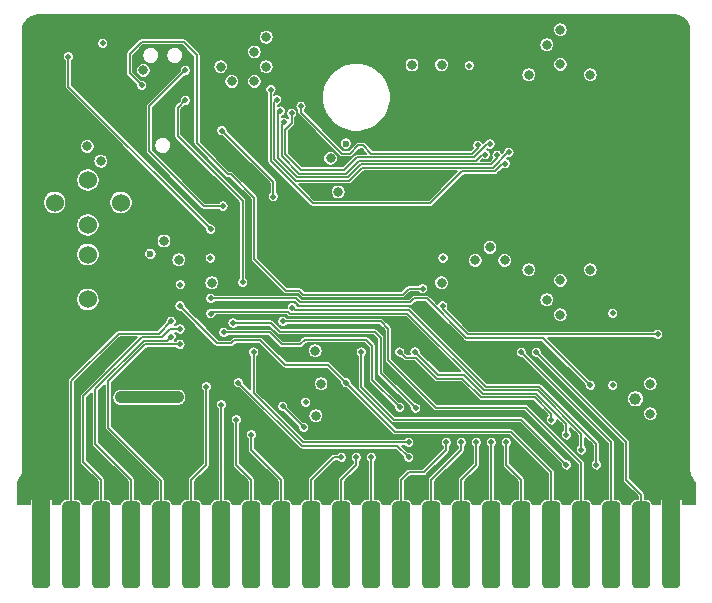
<source format=gbl>
G04 #@! TF.GenerationSoftware,KiCad,Pcbnew,(5.1.5-0-10_14)*
G04 #@! TF.CreationDate,2021-01-03T17:39:15-05:00*
G04 #@! TF.ProjectId,GW4301,47573433-3031-42e6-9b69-6361645f7063,rev?*
G04 #@! TF.SameCoordinates,Original*
G04 #@! TF.FileFunction,Copper,L4,Bot*
G04 #@! TF.FilePolarity,Positive*
%FSLAX46Y46*%
G04 Gerber Fmt 4.6, Leading zero omitted, Abs format (unit mm)*
G04 Created by KiCad (PCBNEW (5.1.5-0-10_14)) date 2021-01-03 17:39:15*
%MOMM*%
%LPD*%
G04 APERTURE LIST*
%ADD10C,0.100000*%
%ADD11C,2.000000*%
%ADD12C,1.000000*%
%ADD13C,0.500000*%
%ADD14C,0.800000*%
%ADD15C,1.524000*%
%ADD16C,0.600000*%
%ADD17C,1.000000*%
%ADD18C,1.524000*%
%ADD19C,0.150000*%
%ADD20C,0.152400*%
G04 APERTURE END LIST*
G04 #@! TA.AperFunction,SMDPad,CuDef*
D10*
G36*
X159168345Y-89449835D02*
G01*
X159205329Y-89455321D01*
X159241598Y-89464406D01*
X159276802Y-89477002D01*
X159310602Y-89492988D01*
X159342672Y-89512210D01*
X159372704Y-89534483D01*
X159400408Y-89559592D01*
X159425517Y-89587296D01*
X159447790Y-89617328D01*
X159467012Y-89649398D01*
X159482998Y-89683198D01*
X159495594Y-89718402D01*
X159504679Y-89754671D01*
X159510165Y-89791655D01*
X159512000Y-89829000D01*
X159512000Y-96407000D01*
X159510165Y-96444345D01*
X159504679Y-96481329D01*
X159495594Y-96517598D01*
X159482998Y-96552802D01*
X159467012Y-96586602D01*
X159447790Y-96618672D01*
X159425517Y-96648704D01*
X159400408Y-96676408D01*
X159372704Y-96701517D01*
X159342672Y-96723790D01*
X159310602Y-96743012D01*
X159276802Y-96758998D01*
X159241598Y-96771594D01*
X159205329Y-96780679D01*
X159168345Y-96786165D01*
X159131000Y-96788000D01*
X158369000Y-96788000D01*
X158331655Y-96786165D01*
X158294671Y-96780679D01*
X158258402Y-96771594D01*
X158223198Y-96758998D01*
X158189398Y-96743012D01*
X158157328Y-96723790D01*
X158127296Y-96701517D01*
X158099592Y-96676408D01*
X158074483Y-96648704D01*
X158052210Y-96618672D01*
X158032988Y-96586602D01*
X158017002Y-96552802D01*
X158004406Y-96517598D01*
X157995321Y-96481329D01*
X157989835Y-96444345D01*
X157988000Y-96407000D01*
X157988000Y-89829000D01*
X157989835Y-89791655D01*
X157995321Y-89754671D01*
X158004406Y-89718402D01*
X158017002Y-89683198D01*
X158032988Y-89649398D01*
X158052210Y-89617328D01*
X158074483Y-89587296D01*
X158099592Y-89559592D01*
X158127296Y-89534483D01*
X158157328Y-89512210D01*
X158189398Y-89492988D01*
X158223198Y-89477002D01*
X158258402Y-89464406D01*
X158294671Y-89455321D01*
X158331655Y-89449835D01*
X158369000Y-89448000D01*
X159131000Y-89448000D01*
X159168345Y-89449835D01*
G37*
G04 #@! TD.AperFunction*
G04 #@! TA.AperFunction,SMDPad,CuDef*
G36*
X156628345Y-89449835D02*
G01*
X156665329Y-89455321D01*
X156701598Y-89464406D01*
X156736802Y-89477002D01*
X156770602Y-89492988D01*
X156802672Y-89512210D01*
X156832704Y-89534483D01*
X156860408Y-89559592D01*
X156885517Y-89587296D01*
X156907790Y-89617328D01*
X156927012Y-89649398D01*
X156942998Y-89683198D01*
X156955594Y-89718402D01*
X156964679Y-89754671D01*
X156970165Y-89791655D01*
X156972000Y-89829000D01*
X156972000Y-96407000D01*
X156970165Y-96444345D01*
X156964679Y-96481329D01*
X156955594Y-96517598D01*
X156942998Y-96552802D01*
X156927012Y-96586602D01*
X156907790Y-96618672D01*
X156885517Y-96648704D01*
X156860408Y-96676408D01*
X156832704Y-96701517D01*
X156802672Y-96723790D01*
X156770602Y-96743012D01*
X156736802Y-96758998D01*
X156701598Y-96771594D01*
X156665329Y-96780679D01*
X156628345Y-96786165D01*
X156591000Y-96788000D01*
X155829000Y-96788000D01*
X155791655Y-96786165D01*
X155754671Y-96780679D01*
X155718402Y-96771594D01*
X155683198Y-96758998D01*
X155649398Y-96743012D01*
X155617328Y-96723790D01*
X155587296Y-96701517D01*
X155559592Y-96676408D01*
X155534483Y-96648704D01*
X155512210Y-96618672D01*
X155492988Y-96586602D01*
X155477002Y-96552802D01*
X155464406Y-96517598D01*
X155455321Y-96481329D01*
X155449835Y-96444345D01*
X155448000Y-96407000D01*
X155448000Y-89829000D01*
X155449835Y-89791655D01*
X155455321Y-89754671D01*
X155464406Y-89718402D01*
X155477002Y-89683198D01*
X155492988Y-89649398D01*
X155512210Y-89617328D01*
X155534483Y-89587296D01*
X155559592Y-89559592D01*
X155587296Y-89534483D01*
X155617328Y-89512210D01*
X155649398Y-89492988D01*
X155683198Y-89477002D01*
X155718402Y-89464406D01*
X155754671Y-89455321D01*
X155791655Y-89449835D01*
X155829000Y-89448000D01*
X156591000Y-89448000D01*
X156628345Y-89449835D01*
G37*
G04 #@! TD.AperFunction*
G04 #@! TA.AperFunction,SMDPad,CuDef*
G36*
X154088345Y-89449835D02*
G01*
X154125329Y-89455321D01*
X154161598Y-89464406D01*
X154196802Y-89477002D01*
X154230602Y-89492988D01*
X154262672Y-89512210D01*
X154292704Y-89534483D01*
X154320408Y-89559592D01*
X154345517Y-89587296D01*
X154367790Y-89617328D01*
X154387012Y-89649398D01*
X154402998Y-89683198D01*
X154415594Y-89718402D01*
X154424679Y-89754671D01*
X154430165Y-89791655D01*
X154432000Y-89829000D01*
X154432000Y-96407000D01*
X154430165Y-96444345D01*
X154424679Y-96481329D01*
X154415594Y-96517598D01*
X154402998Y-96552802D01*
X154387012Y-96586602D01*
X154367790Y-96618672D01*
X154345517Y-96648704D01*
X154320408Y-96676408D01*
X154292704Y-96701517D01*
X154262672Y-96723790D01*
X154230602Y-96743012D01*
X154196802Y-96758998D01*
X154161598Y-96771594D01*
X154125329Y-96780679D01*
X154088345Y-96786165D01*
X154051000Y-96788000D01*
X153289000Y-96788000D01*
X153251655Y-96786165D01*
X153214671Y-96780679D01*
X153178402Y-96771594D01*
X153143198Y-96758998D01*
X153109398Y-96743012D01*
X153077328Y-96723790D01*
X153047296Y-96701517D01*
X153019592Y-96676408D01*
X152994483Y-96648704D01*
X152972210Y-96618672D01*
X152952988Y-96586602D01*
X152937002Y-96552802D01*
X152924406Y-96517598D01*
X152915321Y-96481329D01*
X152909835Y-96444345D01*
X152908000Y-96407000D01*
X152908000Y-89829000D01*
X152909835Y-89791655D01*
X152915321Y-89754671D01*
X152924406Y-89718402D01*
X152937002Y-89683198D01*
X152952988Y-89649398D01*
X152972210Y-89617328D01*
X152994483Y-89587296D01*
X153019592Y-89559592D01*
X153047296Y-89534483D01*
X153077328Y-89512210D01*
X153109398Y-89492988D01*
X153143198Y-89477002D01*
X153178402Y-89464406D01*
X153214671Y-89455321D01*
X153251655Y-89449835D01*
X153289000Y-89448000D01*
X154051000Y-89448000D01*
X154088345Y-89449835D01*
G37*
G04 #@! TD.AperFunction*
G04 #@! TA.AperFunction,SMDPad,CuDef*
G36*
X151548345Y-89449835D02*
G01*
X151585329Y-89455321D01*
X151621598Y-89464406D01*
X151656802Y-89477002D01*
X151690602Y-89492988D01*
X151722672Y-89512210D01*
X151752704Y-89534483D01*
X151780408Y-89559592D01*
X151805517Y-89587296D01*
X151827790Y-89617328D01*
X151847012Y-89649398D01*
X151862998Y-89683198D01*
X151875594Y-89718402D01*
X151884679Y-89754671D01*
X151890165Y-89791655D01*
X151892000Y-89829000D01*
X151892000Y-96407000D01*
X151890165Y-96444345D01*
X151884679Y-96481329D01*
X151875594Y-96517598D01*
X151862998Y-96552802D01*
X151847012Y-96586602D01*
X151827790Y-96618672D01*
X151805517Y-96648704D01*
X151780408Y-96676408D01*
X151752704Y-96701517D01*
X151722672Y-96723790D01*
X151690602Y-96743012D01*
X151656802Y-96758998D01*
X151621598Y-96771594D01*
X151585329Y-96780679D01*
X151548345Y-96786165D01*
X151511000Y-96788000D01*
X150749000Y-96788000D01*
X150711655Y-96786165D01*
X150674671Y-96780679D01*
X150638402Y-96771594D01*
X150603198Y-96758998D01*
X150569398Y-96743012D01*
X150537328Y-96723790D01*
X150507296Y-96701517D01*
X150479592Y-96676408D01*
X150454483Y-96648704D01*
X150432210Y-96618672D01*
X150412988Y-96586602D01*
X150397002Y-96552802D01*
X150384406Y-96517598D01*
X150375321Y-96481329D01*
X150369835Y-96444345D01*
X150368000Y-96407000D01*
X150368000Y-89829000D01*
X150369835Y-89791655D01*
X150375321Y-89754671D01*
X150384406Y-89718402D01*
X150397002Y-89683198D01*
X150412988Y-89649398D01*
X150432210Y-89617328D01*
X150454483Y-89587296D01*
X150479592Y-89559592D01*
X150507296Y-89534483D01*
X150537328Y-89512210D01*
X150569398Y-89492988D01*
X150603198Y-89477002D01*
X150638402Y-89464406D01*
X150674671Y-89455321D01*
X150711655Y-89449835D01*
X150749000Y-89448000D01*
X151511000Y-89448000D01*
X151548345Y-89449835D01*
G37*
G04 #@! TD.AperFunction*
G04 #@! TA.AperFunction,SMDPad,CuDef*
G36*
X149008345Y-89449835D02*
G01*
X149045329Y-89455321D01*
X149081598Y-89464406D01*
X149116802Y-89477002D01*
X149150602Y-89492988D01*
X149182672Y-89512210D01*
X149212704Y-89534483D01*
X149240408Y-89559592D01*
X149265517Y-89587296D01*
X149287790Y-89617328D01*
X149307012Y-89649398D01*
X149322998Y-89683198D01*
X149335594Y-89718402D01*
X149344679Y-89754671D01*
X149350165Y-89791655D01*
X149352000Y-89829000D01*
X149352000Y-96407000D01*
X149350165Y-96444345D01*
X149344679Y-96481329D01*
X149335594Y-96517598D01*
X149322998Y-96552802D01*
X149307012Y-96586602D01*
X149287790Y-96618672D01*
X149265517Y-96648704D01*
X149240408Y-96676408D01*
X149212704Y-96701517D01*
X149182672Y-96723790D01*
X149150602Y-96743012D01*
X149116802Y-96758998D01*
X149081598Y-96771594D01*
X149045329Y-96780679D01*
X149008345Y-96786165D01*
X148971000Y-96788000D01*
X148209000Y-96788000D01*
X148171655Y-96786165D01*
X148134671Y-96780679D01*
X148098402Y-96771594D01*
X148063198Y-96758998D01*
X148029398Y-96743012D01*
X147997328Y-96723790D01*
X147967296Y-96701517D01*
X147939592Y-96676408D01*
X147914483Y-96648704D01*
X147892210Y-96618672D01*
X147872988Y-96586602D01*
X147857002Y-96552802D01*
X147844406Y-96517598D01*
X147835321Y-96481329D01*
X147829835Y-96444345D01*
X147828000Y-96407000D01*
X147828000Y-89829000D01*
X147829835Y-89791655D01*
X147835321Y-89754671D01*
X147844406Y-89718402D01*
X147857002Y-89683198D01*
X147872988Y-89649398D01*
X147892210Y-89617328D01*
X147914483Y-89587296D01*
X147939592Y-89559592D01*
X147967296Y-89534483D01*
X147997328Y-89512210D01*
X148029398Y-89492988D01*
X148063198Y-89477002D01*
X148098402Y-89464406D01*
X148134671Y-89455321D01*
X148171655Y-89449835D01*
X148209000Y-89448000D01*
X148971000Y-89448000D01*
X149008345Y-89449835D01*
G37*
G04 #@! TD.AperFunction*
G04 #@! TA.AperFunction,SMDPad,CuDef*
G36*
X146468345Y-89449835D02*
G01*
X146505329Y-89455321D01*
X146541598Y-89464406D01*
X146576802Y-89477002D01*
X146610602Y-89492988D01*
X146642672Y-89512210D01*
X146672704Y-89534483D01*
X146700408Y-89559592D01*
X146725517Y-89587296D01*
X146747790Y-89617328D01*
X146767012Y-89649398D01*
X146782998Y-89683198D01*
X146795594Y-89718402D01*
X146804679Y-89754671D01*
X146810165Y-89791655D01*
X146812000Y-89829000D01*
X146812000Y-96407000D01*
X146810165Y-96444345D01*
X146804679Y-96481329D01*
X146795594Y-96517598D01*
X146782998Y-96552802D01*
X146767012Y-96586602D01*
X146747790Y-96618672D01*
X146725517Y-96648704D01*
X146700408Y-96676408D01*
X146672704Y-96701517D01*
X146642672Y-96723790D01*
X146610602Y-96743012D01*
X146576802Y-96758998D01*
X146541598Y-96771594D01*
X146505329Y-96780679D01*
X146468345Y-96786165D01*
X146431000Y-96788000D01*
X145669000Y-96788000D01*
X145631655Y-96786165D01*
X145594671Y-96780679D01*
X145558402Y-96771594D01*
X145523198Y-96758998D01*
X145489398Y-96743012D01*
X145457328Y-96723790D01*
X145427296Y-96701517D01*
X145399592Y-96676408D01*
X145374483Y-96648704D01*
X145352210Y-96618672D01*
X145332988Y-96586602D01*
X145317002Y-96552802D01*
X145304406Y-96517598D01*
X145295321Y-96481329D01*
X145289835Y-96444345D01*
X145288000Y-96407000D01*
X145288000Y-89829000D01*
X145289835Y-89791655D01*
X145295321Y-89754671D01*
X145304406Y-89718402D01*
X145317002Y-89683198D01*
X145332988Y-89649398D01*
X145352210Y-89617328D01*
X145374483Y-89587296D01*
X145399592Y-89559592D01*
X145427296Y-89534483D01*
X145457328Y-89512210D01*
X145489398Y-89492988D01*
X145523198Y-89477002D01*
X145558402Y-89464406D01*
X145594671Y-89455321D01*
X145631655Y-89449835D01*
X145669000Y-89448000D01*
X146431000Y-89448000D01*
X146468345Y-89449835D01*
G37*
G04 #@! TD.AperFunction*
G04 #@! TA.AperFunction,SMDPad,CuDef*
G36*
X143928345Y-89449835D02*
G01*
X143965329Y-89455321D01*
X144001598Y-89464406D01*
X144036802Y-89477002D01*
X144070602Y-89492988D01*
X144102672Y-89512210D01*
X144132704Y-89534483D01*
X144160408Y-89559592D01*
X144185517Y-89587296D01*
X144207790Y-89617328D01*
X144227012Y-89649398D01*
X144242998Y-89683198D01*
X144255594Y-89718402D01*
X144264679Y-89754671D01*
X144270165Y-89791655D01*
X144272000Y-89829000D01*
X144272000Y-96407000D01*
X144270165Y-96444345D01*
X144264679Y-96481329D01*
X144255594Y-96517598D01*
X144242998Y-96552802D01*
X144227012Y-96586602D01*
X144207790Y-96618672D01*
X144185517Y-96648704D01*
X144160408Y-96676408D01*
X144132704Y-96701517D01*
X144102672Y-96723790D01*
X144070602Y-96743012D01*
X144036802Y-96758998D01*
X144001598Y-96771594D01*
X143965329Y-96780679D01*
X143928345Y-96786165D01*
X143891000Y-96788000D01*
X143129000Y-96788000D01*
X143091655Y-96786165D01*
X143054671Y-96780679D01*
X143018402Y-96771594D01*
X142983198Y-96758998D01*
X142949398Y-96743012D01*
X142917328Y-96723790D01*
X142887296Y-96701517D01*
X142859592Y-96676408D01*
X142834483Y-96648704D01*
X142812210Y-96618672D01*
X142792988Y-96586602D01*
X142777002Y-96552802D01*
X142764406Y-96517598D01*
X142755321Y-96481329D01*
X142749835Y-96444345D01*
X142748000Y-96407000D01*
X142748000Y-89829000D01*
X142749835Y-89791655D01*
X142755321Y-89754671D01*
X142764406Y-89718402D01*
X142777002Y-89683198D01*
X142792988Y-89649398D01*
X142812210Y-89617328D01*
X142834483Y-89587296D01*
X142859592Y-89559592D01*
X142887296Y-89534483D01*
X142917328Y-89512210D01*
X142949398Y-89492988D01*
X142983198Y-89477002D01*
X143018402Y-89464406D01*
X143054671Y-89455321D01*
X143091655Y-89449835D01*
X143129000Y-89448000D01*
X143891000Y-89448000D01*
X143928345Y-89449835D01*
G37*
G04 #@! TD.AperFunction*
G04 #@! TA.AperFunction,SMDPad,CuDef*
G36*
X141388345Y-89449835D02*
G01*
X141425329Y-89455321D01*
X141461598Y-89464406D01*
X141496802Y-89477002D01*
X141530602Y-89492988D01*
X141562672Y-89512210D01*
X141592704Y-89534483D01*
X141620408Y-89559592D01*
X141645517Y-89587296D01*
X141667790Y-89617328D01*
X141687012Y-89649398D01*
X141702998Y-89683198D01*
X141715594Y-89718402D01*
X141724679Y-89754671D01*
X141730165Y-89791655D01*
X141732000Y-89829000D01*
X141732000Y-96407000D01*
X141730165Y-96444345D01*
X141724679Y-96481329D01*
X141715594Y-96517598D01*
X141702998Y-96552802D01*
X141687012Y-96586602D01*
X141667790Y-96618672D01*
X141645517Y-96648704D01*
X141620408Y-96676408D01*
X141592704Y-96701517D01*
X141562672Y-96723790D01*
X141530602Y-96743012D01*
X141496802Y-96758998D01*
X141461598Y-96771594D01*
X141425329Y-96780679D01*
X141388345Y-96786165D01*
X141351000Y-96788000D01*
X140589000Y-96788000D01*
X140551655Y-96786165D01*
X140514671Y-96780679D01*
X140478402Y-96771594D01*
X140443198Y-96758998D01*
X140409398Y-96743012D01*
X140377328Y-96723790D01*
X140347296Y-96701517D01*
X140319592Y-96676408D01*
X140294483Y-96648704D01*
X140272210Y-96618672D01*
X140252988Y-96586602D01*
X140237002Y-96552802D01*
X140224406Y-96517598D01*
X140215321Y-96481329D01*
X140209835Y-96444345D01*
X140208000Y-96407000D01*
X140208000Y-89829000D01*
X140209835Y-89791655D01*
X140215321Y-89754671D01*
X140224406Y-89718402D01*
X140237002Y-89683198D01*
X140252988Y-89649398D01*
X140272210Y-89617328D01*
X140294483Y-89587296D01*
X140319592Y-89559592D01*
X140347296Y-89534483D01*
X140377328Y-89512210D01*
X140409398Y-89492988D01*
X140443198Y-89477002D01*
X140478402Y-89464406D01*
X140514671Y-89455321D01*
X140551655Y-89449835D01*
X140589000Y-89448000D01*
X141351000Y-89448000D01*
X141388345Y-89449835D01*
G37*
G04 #@! TD.AperFunction*
G04 #@! TA.AperFunction,SMDPad,CuDef*
G36*
X138848345Y-89449835D02*
G01*
X138885329Y-89455321D01*
X138921598Y-89464406D01*
X138956802Y-89477002D01*
X138990602Y-89492988D01*
X139022672Y-89512210D01*
X139052704Y-89534483D01*
X139080408Y-89559592D01*
X139105517Y-89587296D01*
X139127790Y-89617328D01*
X139147012Y-89649398D01*
X139162998Y-89683198D01*
X139175594Y-89718402D01*
X139184679Y-89754671D01*
X139190165Y-89791655D01*
X139192000Y-89829000D01*
X139192000Y-96407000D01*
X139190165Y-96444345D01*
X139184679Y-96481329D01*
X139175594Y-96517598D01*
X139162998Y-96552802D01*
X139147012Y-96586602D01*
X139127790Y-96618672D01*
X139105517Y-96648704D01*
X139080408Y-96676408D01*
X139052704Y-96701517D01*
X139022672Y-96723790D01*
X138990602Y-96743012D01*
X138956802Y-96758998D01*
X138921598Y-96771594D01*
X138885329Y-96780679D01*
X138848345Y-96786165D01*
X138811000Y-96788000D01*
X138049000Y-96788000D01*
X138011655Y-96786165D01*
X137974671Y-96780679D01*
X137938402Y-96771594D01*
X137903198Y-96758998D01*
X137869398Y-96743012D01*
X137837328Y-96723790D01*
X137807296Y-96701517D01*
X137779592Y-96676408D01*
X137754483Y-96648704D01*
X137732210Y-96618672D01*
X137712988Y-96586602D01*
X137697002Y-96552802D01*
X137684406Y-96517598D01*
X137675321Y-96481329D01*
X137669835Y-96444345D01*
X137668000Y-96407000D01*
X137668000Y-89829000D01*
X137669835Y-89791655D01*
X137675321Y-89754671D01*
X137684406Y-89718402D01*
X137697002Y-89683198D01*
X137712988Y-89649398D01*
X137732210Y-89617328D01*
X137754483Y-89587296D01*
X137779592Y-89559592D01*
X137807296Y-89534483D01*
X137837328Y-89512210D01*
X137869398Y-89492988D01*
X137903198Y-89477002D01*
X137938402Y-89464406D01*
X137974671Y-89455321D01*
X138011655Y-89449835D01*
X138049000Y-89448000D01*
X138811000Y-89448000D01*
X138848345Y-89449835D01*
G37*
G04 #@! TD.AperFunction*
G04 #@! TA.AperFunction,SMDPad,CuDef*
G36*
X136308345Y-89449835D02*
G01*
X136345329Y-89455321D01*
X136381598Y-89464406D01*
X136416802Y-89477002D01*
X136450602Y-89492988D01*
X136482672Y-89512210D01*
X136512704Y-89534483D01*
X136540408Y-89559592D01*
X136565517Y-89587296D01*
X136587790Y-89617328D01*
X136607012Y-89649398D01*
X136622998Y-89683198D01*
X136635594Y-89718402D01*
X136644679Y-89754671D01*
X136650165Y-89791655D01*
X136652000Y-89829000D01*
X136652000Y-96407000D01*
X136650165Y-96444345D01*
X136644679Y-96481329D01*
X136635594Y-96517598D01*
X136622998Y-96552802D01*
X136607012Y-96586602D01*
X136587790Y-96618672D01*
X136565517Y-96648704D01*
X136540408Y-96676408D01*
X136512704Y-96701517D01*
X136482672Y-96723790D01*
X136450602Y-96743012D01*
X136416802Y-96758998D01*
X136381598Y-96771594D01*
X136345329Y-96780679D01*
X136308345Y-96786165D01*
X136271000Y-96788000D01*
X135509000Y-96788000D01*
X135471655Y-96786165D01*
X135434671Y-96780679D01*
X135398402Y-96771594D01*
X135363198Y-96758998D01*
X135329398Y-96743012D01*
X135297328Y-96723790D01*
X135267296Y-96701517D01*
X135239592Y-96676408D01*
X135214483Y-96648704D01*
X135192210Y-96618672D01*
X135172988Y-96586602D01*
X135157002Y-96552802D01*
X135144406Y-96517598D01*
X135135321Y-96481329D01*
X135129835Y-96444345D01*
X135128000Y-96407000D01*
X135128000Y-89829000D01*
X135129835Y-89791655D01*
X135135321Y-89754671D01*
X135144406Y-89718402D01*
X135157002Y-89683198D01*
X135172988Y-89649398D01*
X135192210Y-89617328D01*
X135214483Y-89587296D01*
X135239592Y-89559592D01*
X135267296Y-89534483D01*
X135297328Y-89512210D01*
X135329398Y-89492988D01*
X135363198Y-89477002D01*
X135398402Y-89464406D01*
X135434671Y-89455321D01*
X135471655Y-89449835D01*
X135509000Y-89448000D01*
X136271000Y-89448000D01*
X136308345Y-89449835D01*
G37*
G04 #@! TD.AperFunction*
G04 #@! TA.AperFunction,SMDPad,CuDef*
G36*
X133768345Y-89449835D02*
G01*
X133805329Y-89455321D01*
X133841598Y-89464406D01*
X133876802Y-89477002D01*
X133910602Y-89492988D01*
X133942672Y-89512210D01*
X133972704Y-89534483D01*
X134000408Y-89559592D01*
X134025517Y-89587296D01*
X134047790Y-89617328D01*
X134067012Y-89649398D01*
X134082998Y-89683198D01*
X134095594Y-89718402D01*
X134104679Y-89754671D01*
X134110165Y-89791655D01*
X134112000Y-89829000D01*
X134112000Y-96407000D01*
X134110165Y-96444345D01*
X134104679Y-96481329D01*
X134095594Y-96517598D01*
X134082998Y-96552802D01*
X134067012Y-96586602D01*
X134047790Y-96618672D01*
X134025517Y-96648704D01*
X134000408Y-96676408D01*
X133972704Y-96701517D01*
X133942672Y-96723790D01*
X133910602Y-96743012D01*
X133876802Y-96758998D01*
X133841598Y-96771594D01*
X133805329Y-96780679D01*
X133768345Y-96786165D01*
X133731000Y-96788000D01*
X132969000Y-96788000D01*
X132931655Y-96786165D01*
X132894671Y-96780679D01*
X132858402Y-96771594D01*
X132823198Y-96758998D01*
X132789398Y-96743012D01*
X132757328Y-96723790D01*
X132727296Y-96701517D01*
X132699592Y-96676408D01*
X132674483Y-96648704D01*
X132652210Y-96618672D01*
X132632988Y-96586602D01*
X132617002Y-96552802D01*
X132604406Y-96517598D01*
X132595321Y-96481329D01*
X132589835Y-96444345D01*
X132588000Y-96407000D01*
X132588000Y-89829000D01*
X132589835Y-89791655D01*
X132595321Y-89754671D01*
X132604406Y-89718402D01*
X132617002Y-89683198D01*
X132632988Y-89649398D01*
X132652210Y-89617328D01*
X132674483Y-89587296D01*
X132699592Y-89559592D01*
X132727296Y-89534483D01*
X132757328Y-89512210D01*
X132789398Y-89492988D01*
X132823198Y-89477002D01*
X132858402Y-89464406D01*
X132894671Y-89455321D01*
X132931655Y-89449835D01*
X132969000Y-89448000D01*
X133731000Y-89448000D01*
X133768345Y-89449835D01*
G37*
G04 #@! TD.AperFunction*
G04 #@! TA.AperFunction,SMDPad,CuDef*
G36*
X131228345Y-89449835D02*
G01*
X131265329Y-89455321D01*
X131301598Y-89464406D01*
X131336802Y-89477002D01*
X131370602Y-89492988D01*
X131402672Y-89512210D01*
X131432704Y-89534483D01*
X131460408Y-89559592D01*
X131485517Y-89587296D01*
X131507790Y-89617328D01*
X131527012Y-89649398D01*
X131542998Y-89683198D01*
X131555594Y-89718402D01*
X131564679Y-89754671D01*
X131570165Y-89791655D01*
X131572000Y-89829000D01*
X131572000Y-96407000D01*
X131570165Y-96444345D01*
X131564679Y-96481329D01*
X131555594Y-96517598D01*
X131542998Y-96552802D01*
X131527012Y-96586602D01*
X131507790Y-96618672D01*
X131485517Y-96648704D01*
X131460408Y-96676408D01*
X131432704Y-96701517D01*
X131402672Y-96723790D01*
X131370602Y-96743012D01*
X131336802Y-96758998D01*
X131301598Y-96771594D01*
X131265329Y-96780679D01*
X131228345Y-96786165D01*
X131191000Y-96788000D01*
X130429000Y-96788000D01*
X130391655Y-96786165D01*
X130354671Y-96780679D01*
X130318402Y-96771594D01*
X130283198Y-96758998D01*
X130249398Y-96743012D01*
X130217328Y-96723790D01*
X130187296Y-96701517D01*
X130159592Y-96676408D01*
X130134483Y-96648704D01*
X130112210Y-96618672D01*
X130092988Y-96586602D01*
X130077002Y-96552802D01*
X130064406Y-96517598D01*
X130055321Y-96481329D01*
X130049835Y-96444345D01*
X130048000Y-96407000D01*
X130048000Y-89829000D01*
X130049835Y-89791655D01*
X130055321Y-89754671D01*
X130064406Y-89718402D01*
X130077002Y-89683198D01*
X130092988Y-89649398D01*
X130112210Y-89617328D01*
X130134483Y-89587296D01*
X130159592Y-89559592D01*
X130187296Y-89534483D01*
X130217328Y-89512210D01*
X130249398Y-89492988D01*
X130283198Y-89477002D01*
X130318402Y-89464406D01*
X130354671Y-89455321D01*
X130391655Y-89449835D01*
X130429000Y-89448000D01*
X131191000Y-89448000D01*
X131228345Y-89449835D01*
G37*
G04 #@! TD.AperFunction*
G04 #@! TA.AperFunction,SMDPad,CuDef*
G36*
X128688345Y-89449835D02*
G01*
X128725329Y-89455321D01*
X128761598Y-89464406D01*
X128796802Y-89477002D01*
X128830602Y-89492988D01*
X128862672Y-89512210D01*
X128892704Y-89534483D01*
X128920408Y-89559592D01*
X128945517Y-89587296D01*
X128967790Y-89617328D01*
X128987012Y-89649398D01*
X129002998Y-89683198D01*
X129015594Y-89718402D01*
X129024679Y-89754671D01*
X129030165Y-89791655D01*
X129032000Y-89829000D01*
X129032000Y-96407000D01*
X129030165Y-96444345D01*
X129024679Y-96481329D01*
X129015594Y-96517598D01*
X129002998Y-96552802D01*
X128987012Y-96586602D01*
X128967790Y-96618672D01*
X128945517Y-96648704D01*
X128920408Y-96676408D01*
X128892704Y-96701517D01*
X128862672Y-96723790D01*
X128830602Y-96743012D01*
X128796802Y-96758998D01*
X128761598Y-96771594D01*
X128725329Y-96780679D01*
X128688345Y-96786165D01*
X128651000Y-96788000D01*
X127889000Y-96788000D01*
X127851655Y-96786165D01*
X127814671Y-96780679D01*
X127778402Y-96771594D01*
X127743198Y-96758998D01*
X127709398Y-96743012D01*
X127677328Y-96723790D01*
X127647296Y-96701517D01*
X127619592Y-96676408D01*
X127594483Y-96648704D01*
X127572210Y-96618672D01*
X127552988Y-96586602D01*
X127537002Y-96552802D01*
X127524406Y-96517598D01*
X127515321Y-96481329D01*
X127509835Y-96444345D01*
X127508000Y-96407000D01*
X127508000Y-89829000D01*
X127509835Y-89791655D01*
X127515321Y-89754671D01*
X127524406Y-89718402D01*
X127537002Y-89683198D01*
X127552988Y-89649398D01*
X127572210Y-89617328D01*
X127594483Y-89587296D01*
X127619592Y-89559592D01*
X127647296Y-89534483D01*
X127677328Y-89512210D01*
X127709398Y-89492988D01*
X127743198Y-89477002D01*
X127778402Y-89464406D01*
X127814671Y-89455321D01*
X127851655Y-89449835D01*
X127889000Y-89448000D01*
X128651000Y-89448000D01*
X128688345Y-89449835D01*
G37*
G04 #@! TD.AperFunction*
G04 #@! TA.AperFunction,SMDPad,CuDef*
G36*
X126148345Y-89449835D02*
G01*
X126185329Y-89455321D01*
X126221598Y-89464406D01*
X126256802Y-89477002D01*
X126290602Y-89492988D01*
X126322672Y-89512210D01*
X126352704Y-89534483D01*
X126380408Y-89559592D01*
X126405517Y-89587296D01*
X126427790Y-89617328D01*
X126447012Y-89649398D01*
X126462998Y-89683198D01*
X126475594Y-89718402D01*
X126484679Y-89754671D01*
X126490165Y-89791655D01*
X126492000Y-89829000D01*
X126492000Y-96407000D01*
X126490165Y-96444345D01*
X126484679Y-96481329D01*
X126475594Y-96517598D01*
X126462998Y-96552802D01*
X126447012Y-96586602D01*
X126427790Y-96618672D01*
X126405517Y-96648704D01*
X126380408Y-96676408D01*
X126352704Y-96701517D01*
X126322672Y-96723790D01*
X126290602Y-96743012D01*
X126256802Y-96758998D01*
X126221598Y-96771594D01*
X126185329Y-96780679D01*
X126148345Y-96786165D01*
X126111000Y-96788000D01*
X125349000Y-96788000D01*
X125311655Y-96786165D01*
X125274671Y-96780679D01*
X125238402Y-96771594D01*
X125203198Y-96758998D01*
X125169398Y-96743012D01*
X125137328Y-96723790D01*
X125107296Y-96701517D01*
X125079592Y-96676408D01*
X125054483Y-96648704D01*
X125032210Y-96618672D01*
X125012988Y-96586602D01*
X124997002Y-96552802D01*
X124984406Y-96517598D01*
X124975321Y-96481329D01*
X124969835Y-96444345D01*
X124968000Y-96407000D01*
X124968000Y-89829000D01*
X124969835Y-89791655D01*
X124975321Y-89754671D01*
X124984406Y-89718402D01*
X124997002Y-89683198D01*
X125012988Y-89649398D01*
X125032210Y-89617328D01*
X125054483Y-89587296D01*
X125079592Y-89559592D01*
X125107296Y-89534483D01*
X125137328Y-89512210D01*
X125169398Y-89492988D01*
X125203198Y-89477002D01*
X125238402Y-89464406D01*
X125274671Y-89455321D01*
X125311655Y-89449835D01*
X125349000Y-89448000D01*
X126111000Y-89448000D01*
X126148345Y-89449835D01*
G37*
G04 #@! TD.AperFunction*
G04 #@! TA.AperFunction,SMDPad,CuDef*
G36*
X123608345Y-89449835D02*
G01*
X123645329Y-89455321D01*
X123681598Y-89464406D01*
X123716802Y-89477002D01*
X123750602Y-89492988D01*
X123782672Y-89512210D01*
X123812704Y-89534483D01*
X123840408Y-89559592D01*
X123865517Y-89587296D01*
X123887790Y-89617328D01*
X123907012Y-89649398D01*
X123922998Y-89683198D01*
X123935594Y-89718402D01*
X123944679Y-89754671D01*
X123950165Y-89791655D01*
X123952000Y-89829000D01*
X123952000Y-96407000D01*
X123950165Y-96444345D01*
X123944679Y-96481329D01*
X123935594Y-96517598D01*
X123922998Y-96552802D01*
X123907012Y-96586602D01*
X123887790Y-96618672D01*
X123865517Y-96648704D01*
X123840408Y-96676408D01*
X123812704Y-96701517D01*
X123782672Y-96723790D01*
X123750602Y-96743012D01*
X123716802Y-96758998D01*
X123681598Y-96771594D01*
X123645329Y-96780679D01*
X123608345Y-96786165D01*
X123571000Y-96788000D01*
X122809000Y-96788000D01*
X122771655Y-96786165D01*
X122734671Y-96780679D01*
X122698402Y-96771594D01*
X122663198Y-96758998D01*
X122629398Y-96743012D01*
X122597328Y-96723790D01*
X122567296Y-96701517D01*
X122539592Y-96676408D01*
X122514483Y-96648704D01*
X122492210Y-96618672D01*
X122472988Y-96586602D01*
X122457002Y-96552802D01*
X122444406Y-96517598D01*
X122435321Y-96481329D01*
X122429835Y-96444345D01*
X122428000Y-96407000D01*
X122428000Y-89829000D01*
X122429835Y-89791655D01*
X122435321Y-89754671D01*
X122444406Y-89718402D01*
X122457002Y-89683198D01*
X122472988Y-89649398D01*
X122492210Y-89617328D01*
X122514483Y-89587296D01*
X122539592Y-89559592D01*
X122567296Y-89534483D01*
X122597328Y-89512210D01*
X122629398Y-89492988D01*
X122663198Y-89477002D01*
X122698402Y-89464406D01*
X122734671Y-89455321D01*
X122771655Y-89449835D01*
X122809000Y-89448000D01*
X123571000Y-89448000D01*
X123608345Y-89449835D01*
G37*
G04 #@! TD.AperFunction*
G04 #@! TA.AperFunction,SMDPad,CuDef*
G36*
X121068345Y-89449835D02*
G01*
X121105329Y-89455321D01*
X121141598Y-89464406D01*
X121176802Y-89477002D01*
X121210602Y-89492988D01*
X121242672Y-89512210D01*
X121272704Y-89534483D01*
X121300408Y-89559592D01*
X121325517Y-89587296D01*
X121347790Y-89617328D01*
X121367012Y-89649398D01*
X121382998Y-89683198D01*
X121395594Y-89718402D01*
X121404679Y-89754671D01*
X121410165Y-89791655D01*
X121412000Y-89829000D01*
X121412000Y-96407000D01*
X121410165Y-96444345D01*
X121404679Y-96481329D01*
X121395594Y-96517598D01*
X121382998Y-96552802D01*
X121367012Y-96586602D01*
X121347790Y-96618672D01*
X121325517Y-96648704D01*
X121300408Y-96676408D01*
X121272704Y-96701517D01*
X121242672Y-96723790D01*
X121210602Y-96743012D01*
X121176802Y-96758998D01*
X121141598Y-96771594D01*
X121105329Y-96780679D01*
X121068345Y-96786165D01*
X121031000Y-96788000D01*
X120269000Y-96788000D01*
X120231655Y-96786165D01*
X120194671Y-96780679D01*
X120158402Y-96771594D01*
X120123198Y-96758998D01*
X120089398Y-96743012D01*
X120057328Y-96723790D01*
X120027296Y-96701517D01*
X119999592Y-96676408D01*
X119974483Y-96648704D01*
X119952210Y-96618672D01*
X119932988Y-96586602D01*
X119917002Y-96552802D01*
X119904406Y-96517598D01*
X119895321Y-96481329D01*
X119889835Y-96444345D01*
X119888000Y-96407000D01*
X119888000Y-89829000D01*
X119889835Y-89791655D01*
X119895321Y-89754671D01*
X119904406Y-89718402D01*
X119917002Y-89683198D01*
X119932988Y-89649398D01*
X119952210Y-89617328D01*
X119974483Y-89587296D01*
X119999592Y-89559592D01*
X120027296Y-89534483D01*
X120057328Y-89512210D01*
X120089398Y-89492988D01*
X120123198Y-89477002D01*
X120158402Y-89464406D01*
X120194671Y-89455321D01*
X120231655Y-89449835D01*
X120269000Y-89448000D01*
X121031000Y-89448000D01*
X121068345Y-89449835D01*
G37*
G04 #@! TD.AperFunction*
G04 #@! TA.AperFunction,SMDPad,CuDef*
G36*
X118528345Y-89449835D02*
G01*
X118565329Y-89455321D01*
X118601598Y-89464406D01*
X118636802Y-89477002D01*
X118670602Y-89492988D01*
X118702672Y-89512210D01*
X118732704Y-89534483D01*
X118760408Y-89559592D01*
X118785517Y-89587296D01*
X118807790Y-89617328D01*
X118827012Y-89649398D01*
X118842998Y-89683198D01*
X118855594Y-89718402D01*
X118864679Y-89754671D01*
X118870165Y-89791655D01*
X118872000Y-89829000D01*
X118872000Y-96407000D01*
X118870165Y-96444345D01*
X118864679Y-96481329D01*
X118855594Y-96517598D01*
X118842998Y-96552802D01*
X118827012Y-96586602D01*
X118807790Y-96618672D01*
X118785517Y-96648704D01*
X118760408Y-96676408D01*
X118732704Y-96701517D01*
X118702672Y-96723790D01*
X118670602Y-96743012D01*
X118636802Y-96758998D01*
X118601598Y-96771594D01*
X118565329Y-96780679D01*
X118528345Y-96786165D01*
X118491000Y-96788000D01*
X117729000Y-96788000D01*
X117691655Y-96786165D01*
X117654671Y-96780679D01*
X117618402Y-96771594D01*
X117583198Y-96758998D01*
X117549398Y-96743012D01*
X117517328Y-96723790D01*
X117487296Y-96701517D01*
X117459592Y-96676408D01*
X117434483Y-96648704D01*
X117412210Y-96618672D01*
X117392988Y-96586602D01*
X117377002Y-96552802D01*
X117364406Y-96517598D01*
X117355321Y-96481329D01*
X117349835Y-96444345D01*
X117348000Y-96407000D01*
X117348000Y-89829000D01*
X117349835Y-89791655D01*
X117355321Y-89754671D01*
X117364406Y-89718402D01*
X117377002Y-89683198D01*
X117392988Y-89649398D01*
X117412210Y-89617328D01*
X117434483Y-89587296D01*
X117459592Y-89559592D01*
X117487296Y-89534483D01*
X117517328Y-89512210D01*
X117549398Y-89492988D01*
X117583198Y-89477002D01*
X117618402Y-89464406D01*
X117654671Y-89455321D01*
X117691655Y-89449835D01*
X117729000Y-89448000D01*
X118491000Y-89448000D01*
X118528345Y-89449835D01*
G37*
G04 #@! TD.AperFunction*
G04 #@! TA.AperFunction,SMDPad,CuDef*
G36*
X115988345Y-89449835D02*
G01*
X116025329Y-89455321D01*
X116061598Y-89464406D01*
X116096802Y-89477002D01*
X116130602Y-89492988D01*
X116162672Y-89512210D01*
X116192704Y-89534483D01*
X116220408Y-89559592D01*
X116245517Y-89587296D01*
X116267790Y-89617328D01*
X116287012Y-89649398D01*
X116302998Y-89683198D01*
X116315594Y-89718402D01*
X116324679Y-89754671D01*
X116330165Y-89791655D01*
X116332000Y-89829000D01*
X116332000Y-96407000D01*
X116330165Y-96444345D01*
X116324679Y-96481329D01*
X116315594Y-96517598D01*
X116302998Y-96552802D01*
X116287012Y-96586602D01*
X116267790Y-96618672D01*
X116245517Y-96648704D01*
X116220408Y-96676408D01*
X116192704Y-96701517D01*
X116162672Y-96723790D01*
X116130602Y-96743012D01*
X116096802Y-96758998D01*
X116061598Y-96771594D01*
X116025329Y-96780679D01*
X115988345Y-96786165D01*
X115951000Y-96788000D01*
X115189000Y-96788000D01*
X115151655Y-96786165D01*
X115114671Y-96780679D01*
X115078402Y-96771594D01*
X115043198Y-96758998D01*
X115009398Y-96743012D01*
X114977328Y-96723790D01*
X114947296Y-96701517D01*
X114919592Y-96676408D01*
X114894483Y-96648704D01*
X114872210Y-96618672D01*
X114852988Y-96586602D01*
X114837002Y-96552802D01*
X114824406Y-96517598D01*
X114815321Y-96481329D01*
X114809835Y-96444345D01*
X114808000Y-96407000D01*
X114808000Y-89829000D01*
X114809835Y-89791655D01*
X114815321Y-89754671D01*
X114824406Y-89718402D01*
X114837002Y-89683198D01*
X114852988Y-89649398D01*
X114872210Y-89617328D01*
X114894483Y-89587296D01*
X114919592Y-89559592D01*
X114947296Y-89534483D01*
X114977328Y-89512210D01*
X115009398Y-89492988D01*
X115043198Y-89477002D01*
X115078402Y-89464406D01*
X115114671Y-89455321D01*
X115151655Y-89449835D01*
X115189000Y-89448000D01*
X115951000Y-89448000D01*
X115988345Y-89449835D01*
G37*
G04 #@! TD.AperFunction*
G04 #@! TA.AperFunction,SMDPad,CuDef*
G36*
X113448345Y-89449835D02*
G01*
X113485329Y-89455321D01*
X113521598Y-89464406D01*
X113556802Y-89477002D01*
X113590602Y-89492988D01*
X113622672Y-89512210D01*
X113652704Y-89534483D01*
X113680408Y-89559592D01*
X113705517Y-89587296D01*
X113727790Y-89617328D01*
X113747012Y-89649398D01*
X113762998Y-89683198D01*
X113775594Y-89718402D01*
X113784679Y-89754671D01*
X113790165Y-89791655D01*
X113792000Y-89829000D01*
X113792000Y-96407000D01*
X113790165Y-96444345D01*
X113784679Y-96481329D01*
X113775594Y-96517598D01*
X113762998Y-96552802D01*
X113747012Y-96586602D01*
X113727790Y-96618672D01*
X113705517Y-96648704D01*
X113680408Y-96676408D01*
X113652704Y-96701517D01*
X113622672Y-96723790D01*
X113590602Y-96743012D01*
X113556802Y-96758998D01*
X113521598Y-96771594D01*
X113485329Y-96780679D01*
X113448345Y-96786165D01*
X113411000Y-96788000D01*
X112649000Y-96788000D01*
X112611655Y-96786165D01*
X112574671Y-96780679D01*
X112538402Y-96771594D01*
X112503198Y-96758998D01*
X112469398Y-96743012D01*
X112437328Y-96723790D01*
X112407296Y-96701517D01*
X112379592Y-96676408D01*
X112354483Y-96648704D01*
X112332210Y-96618672D01*
X112312988Y-96586602D01*
X112297002Y-96552802D01*
X112284406Y-96517598D01*
X112275321Y-96481329D01*
X112269835Y-96444345D01*
X112268000Y-96407000D01*
X112268000Y-89829000D01*
X112269835Y-89791655D01*
X112275321Y-89754671D01*
X112284406Y-89718402D01*
X112297002Y-89683198D01*
X112312988Y-89649398D01*
X112332210Y-89617328D01*
X112354483Y-89587296D01*
X112379592Y-89559592D01*
X112407296Y-89534483D01*
X112437328Y-89512210D01*
X112469398Y-89492988D01*
X112503198Y-89477002D01*
X112538402Y-89464406D01*
X112574671Y-89455321D01*
X112611655Y-89449835D01*
X112649000Y-89448000D01*
X113411000Y-89448000D01*
X113448345Y-89449835D01*
G37*
G04 #@! TD.AperFunction*
G04 #@! TA.AperFunction,SMDPad,CuDef*
G36*
X110908345Y-89449835D02*
G01*
X110945329Y-89455321D01*
X110981598Y-89464406D01*
X111016802Y-89477002D01*
X111050602Y-89492988D01*
X111082672Y-89512210D01*
X111112704Y-89534483D01*
X111140408Y-89559592D01*
X111165517Y-89587296D01*
X111187790Y-89617328D01*
X111207012Y-89649398D01*
X111222998Y-89683198D01*
X111235594Y-89718402D01*
X111244679Y-89754671D01*
X111250165Y-89791655D01*
X111252000Y-89829000D01*
X111252000Y-96407000D01*
X111250165Y-96444345D01*
X111244679Y-96481329D01*
X111235594Y-96517598D01*
X111222998Y-96552802D01*
X111207012Y-96586602D01*
X111187790Y-96618672D01*
X111165517Y-96648704D01*
X111140408Y-96676408D01*
X111112704Y-96701517D01*
X111082672Y-96723790D01*
X111050602Y-96743012D01*
X111016802Y-96758998D01*
X110981598Y-96771594D01*
X110945329Y-96780679D01*
X110908345Y-96786165D01*
X110871000Y-96788000D01*
X110109000Y-96788000D01*
X110071655Y-96786165D01*
X110034671Y-96780679D01*
X109998402Y-96771594D01*
X109963198Y-96758998D01*
X109929398Y-96743012D01*
X109897328Y-96723790D01*
X109867296Y-96701517D01*
X109839592Y-96676408D01*
X109814483Y-96648704D01*
X109792210Y-96618672D01*
X109772988Y-96586602D01*
X109757002Y-96552802D01*
X109744406Y-96517598D01*
X109735321Y-96481329D01*
X109729835Y-96444345D01*
X109728000Y-96407000D01*
X109728000Y-89829000D01*
X109729835Y-89791655D01*
X109735321Y-89754671D01*
X109744406Y-89718402D01*
X109757002Y-89683198D01*
X109772988Y-89649398D01*
X109792210Y-89617328D01*
X109814483Y-89587296D01*
X109839592Y-89559592D01*
X109867296Y-89534483D01*
X109897328Y-89512210D01*
X109929398Y-89492988D01*
X109963198Y-89477002D01*
X109998402Y-89464406D01*
X110034671Y-89455321D01*
X110071655Y-89449835D01*
X110109000Y-89448000D01*
X110871000Y-89448000D01*
X110908345Y-89449835D01*
G37*
G04 #@! TD.AperFunction*
G04 #@! TA.AperFunction,SMDPad,CuDef*
G36*
X108368345Y-89449835D02*
G01*
X108405329Y-89455321D01*
X108441598Y-89464406D01*
X108476802Y-89477002D01*
X108510602Y-89492988D01*
X108542672Y-89512210D01*
X108572704Y-89534483D01*
X108600408Y-89559592D01*
X108625517Y-89587296D01*
X108647790Y-89617328D01*
X108667012Y-89649398D01*
X108682998Y-89683198D01*
X108695594Y-89718402D01*
X108704679Y-89754671D01*
X108710165Y-89791655D01*
X108712000Y-89829000D01*
X108712000Y-96407000D01*
X108710165Y-96444345D01*
X108704679Y-96481329D01*
X108695594Y-96517598D01*
X108682998Y-96552802D01*
X108667012Y-96586602D01*
X108647790Y-96618672D01*
X108625517Y-96648704D01*
X108600408Y-96676408D01*
X108572704Y-96701517D01*
X108542672Y-96723790D01*
X108510602Y-96743012D01*
X108476802Y-96758998D01*
X108441598Y-96771594D01*
X108405329Y-96780679D01*
X108368345Y-96786165D01*
X108331000Y-96788000D01*
X107569000Y-96788000D01*
X107531655Y-96786165D01*
X107494671Y-96780679D01*
X107458402Y-96771594D01*
X107423198Y-96758998D01*
X107389398Y-96743012D01*
X107357328Y-96723790D01*
X107327296Y-96701517D01*
X107299592Y-96676408D01*
X107274483Y-96648704D01*
X107252210Y-96618672D01*
X107232988Y-96586602D01*
X107217002Y-96552802D01*
X107204406Y-96517598D01*
X107195321Y-96481329D01*
X107189835Y-96444345D01*
X107188000Y-96407000D01*
X107188000Y-89829000D01*
X107189835Y-89791655D01*
X107195321Y-89754671D01*
X107204406Y-89718402D01*
X107217002Y-89683198D01*
X107232988Y-89649398D01*
X107252210Y-89617328D01*
X107274483Y-89587296D01*
X107299592Y-89559592D01*
X107327296Y-89534483D01*
X107357328Y-89512210D01*
X107389398Y-89492988D01*
X107423198Y-89477002D01*
X107458402Y-89464406D01*
X107494671Y-89455321D01*
X107531655Y-89449835D01*
X107569000Y-89448000D01*
X108331000Y-89448000D01*
X108368345Y-89449835D01*
G37*
G04 #@! TD.AperFunction*
G04 #@! TA.AperFunction,SMDPad,CuDef*
G36*
X105828345Y-89449835D02*
G01*
X105865329Y-89455321D01*
X105901598Y-89464406D01*
X105936802Y-89477002D01*
X105970602Y-89492988D01*
X106002672Y-89512210D01*
X106032704Y-89534483D01*
X106060408Y-89559592D01*
X106085517Y-89587296D01*
X106107790Y-89617328D01*
X106127012Y-89649398D01*
X106142998Y-89683198D01*
X106155594Y-89718402D01*
X106164679Y-89754671D01*
X106170165Y-89791655D01*
X106172000Y-89829000D01*
X106172000Y-96407000D01*
X106170165Y-96444345D01*
X106164679Y-96481329D01*
X106155594Y-96517598D01*
X106142998Y-96552802D01*
X106127012Y-96586602D01*
X106107790Y-96618672D01*
X106085517Y-96648704D01*
X106060408Y-96676408D01*
X106032704Y-96701517D01*
X106002672Y-96723790D01*
X105970602Y-96743012D01*
X105936802Y-96758998D01*
X105901598Y-96771594D01*
X105865329Y-96780679D01*
X105828345Y-96786165D01*
X105791000Y-96788000D01*
X105029000Y-96788000D01*
X104991655Y-96786165D01*
X104954671Y-96780679D01*
X104918402Y-96771594D01*
X104883198Y-96758998D01*
X104849398Y-96743012D01*
X104817328Y-96723790D01*
X104787296Y-96701517D01*
X104759592Y-96676408D01*
X104734483Y-96648704D01*
X104712210Y-96618672D01*
X104692988Y-96586602D01*
X104677002Y-96552802D01*
X104664406Y-96517598D01*
X104655321Y-96481329D01*
X104649835Y-96444345D01*
X104648000Y-96407000D01*
X104648000Y-89829000D01*
X104649835Y-89791655D01*
X104655321Y-89754671D01*
X104664406Y-89718402D01*
X104677002Y-89683198D01*
X104692988Y-89649398D01*
X104712210Y-89617328D01*
X104734483Y-89587296D01*
X104759592Y-89559592D01*
X104787296Y-89534483D01*
X104817328Y-89512210D01*
X104849398Y-89492988D01*
X104883198Y-89477002D01*
X104918402Y-89464406D01*
X104954671Y-89455321D01*
X104991655Y-89449835D01*
X105029000Y-89448000D01*
X105791000Y-89448000D01*
X105828345Y-89449835D01*
G37*
G04 #@! TD.AperFunction*
D11*
X156464000Y-49530000D03*
X107696000Y-49530000D03*
X158750000Y-88011000D03*
X105410000Y-88011000D03*
D12*
X112141000Y-80645000D03*
D13*
X116967000Y-80645000D03*
D14*
X139300000Y-52500000D03*
X136800000Y-52500000D03*
D13*
X141650000Y-52550000D03*
D14*
X149352000Y-52451000D03*
X146685000Y-53340000D03*
X151892000Y-53340000D03*
X149352000Y-70739000D03*
X151892000Y-69850000D03*
X146685000Y-69850000D03*
X149352000Y-52451000D03*
X148209000Y-72390000D03*
X149352000Y-73660000D03*
X148209000Y-50800000D03*
X149352000Y-49530000D03*
X123450000Y-51400000D03*
X123450000Y-53900000D03*
X124450000Y-50150000D03*
X124450000Y-52650000D03*
D13*
X116150000Y-66400000D03*
D14*
X104267000Y-51054000D03*
D13*
X138830000Y-70300000D03*
X120330000Y-70300000D03*
D14*
X129250000Y-63250000D03*
X119350000Y-61850000D03*
X120800000Y-60450000D03*
X120800000Y-63250000D03*
X119350000Y-78100000D03*
X120800000Y-79500000D03*
X120800000Y-76700000D03*
X138350000Y-79500000D03*
X138350000Y-76700000D03*
X139800000Y-78100000D03*
X139800000Y-61850000D03*
X138350000Y-63250000D03*
X130550000Y-76700000D03*
X130500000Y-82200000D03*
X131550000Y-80950000D03*
X130050000Y-79500000D03*
X139300000Y-69650000D03*
X119850000Y-69650000D03*
X117050000Y-70300000D03*
X114550000Y-70300000D03*
X115800000Y-71350000D03*
X142150000Y-70300000D03*
X144650000Y-70750000D03*
X128600000Y-60400000D03*
X159893000Y-51181000D03*
X109220000Y-49022000D03*
X114300000Y-49022000D03*
X119380000Y-49022000D03*
X154686000Y-48895000D03*
X144526000Y-49022000D03*
X124460000Y-49022000D03*
X139446000Y-49022000D03*
X134366000Y-49022000D03*
X129540000Y-49022000D03*
X159893000Y-54102000D03*
X159893000Y-59182000D03*
X159893000Y-64262000D03*
X159893000Y-69342000D03*
X159893000Y-74422000D03*
X104267000Y-59182000D03*
X104267000Y-69342000D03*
X104267000Y-74422000D03*
X104267000Y-54102000D03*
X104267000Y-64262000D03*
X158623000Y-79502000D03*
X154178000Y-53340000D03*
X156718000Y-52451000D03*
X154178000Y-69850000D03*
X156718000Y-70739000D03*
D15*
X107050000Y-68550000D03*
X107050000Y-72350000D03*
X105400000Y-70450000D03*
D14*
X106550000Y-60650000D03*
X107650000Y-59400000D03*
X107650000Y-61900000D03*
D13*
X146431000Y-54800500D03*
D14*
X151003000Y-52070000D03*
X152146000Y-50800000D03*
X151003000Y-73660000D03*
X151003000Y-71120000D03*
X152146000Y-72390000D03*
X150241000Y-49022000D03*
D13*
X152146000Y-63500000D03*
X152146000Y-64770000D03*
X152146000Y-66040000D03*
X152146000Y-67310000D03*
X152146000Y-68580000D03*
X152146000Y-59690000D03*
X152146000Y-57150000D03*
X152146000Y-55880000D03*
X152146000Y-54610000D03*
X152146000Y-58420000D03*
X113600000Y-77550000D03*
D14*
X117602000Y-56769000D03*
X108850000Y-74331000D03*
X109950000Y-75581000D03*
D13*
X124350000Y-58500000D03*
X120850000Y-68200000D03*
X142150000Y-65425000D03*
X146550000Y-66167000D03*
X145415000Y-68389500D03*
X124300000Y-56050000D03*
X142550000Y-68250000D03*
X121950000Y-67900000D03*
X121950000Y-76300000D03*
X145300000Y-64900000D03*
X115050000Y-76650000D03*
X116100000Y-76650000D03*
X115050000Y-74750000D03*
X113550000Y-74750000D03*
X113550000Y-71150000D03*
X115050000Y-72650000D03*
X112500000Y-78550000D03*
X128778000Y-85598000D03*
X134620000Y-87630000D03*
X135890000Y-86487000D03*
X137795000Y-86296500D03*
X137604500Y-84963000D03*
X133540500Y-82486500D03*
X130429000Y-83947000D03*
X132016500Y-83947000D03*
X139192000Y-83058000D03*
X142600000Y-74350000D03*
X143350000Y-73700000D03*
X143400000Y-71700000D03*
X142550000Y-72350000D03*
X126500000Y-79600000D03*
X129000000Y-83950000D03*
X134700000Y-74050000D03*
X157607000Y-77851000D03*
X111379000Y-57150000D03*
X109220000Y-87630000D03*
X109220000Y-89408000D03*
X111760000Y-89408000D03*
X106680000Y-89408000D03*
X104140000Y-89408000D03*
X114300000Y-89408000D03*
X116840000Y-89408000D03*
X119380000Y-89408000D03*
X121920000Y-89408000D03*
X124460000Y-89408000D03*
X127000000Y-89408000D03*
X129540000Y-89408000D03*
X132080000Y-89408000D03*
X134620000Y-89408000D03*
X137160000Y-89408000D03*
X139700000Y-89408000D03*
X142240000Y-89408000D03*
X144780000Y-89408000D03*
X147320000Y-89408000D03*
X149860000Y-89408000D03*
X152400000Y-89408000D03*
X154940000Y-89408000D03*
X157480000Y-89408000D03*
X160020000Y-89408000D03*
X123000000Y-72800000D03*
X124550000Y-75650000D03*
X127150000Y-75600000D03*
X144300000Y-83050000D03*
X141650000Y-83050000D03*
X132650000Y-81700000D03*
X130810000Y-86741000D03*
X140970000Y-86233000D03*
X147320000Y-87503000D03*
X137160000Y-87630000D03*
X119380000Y-87630000D03*
X114300000Y-87630000D03*
X112522000Y-85979000D03*
X111633000Y-85026500D03*
X144780000Y-87503000D03*
X149860000Y-87503000D03*
X152400000Y-87503000D03*
X149288500Y-85090000D03*
X148336000Y-84137500D03*
X147510500Y-84963000D03*
X148590000Y-86233000D03*
X129540000Y-87630000D03*
X125158500Y-86360000D03*
X123634500Y-86233000D03*
X125920500Y-83947000D03*
X113538000Y-86487000D03*
X115062000Y-86487000D03*
X123698000Y-82931000D03*
X125095000Y-83121500D03*
X137477500Y-83058000D03*
X147002500Y-81153000D03*
X148336000Y-76962000D03*
X145300000Y-76100000D03*
X146700000Y-76100000D03*
X144300000Y-76100000D03*
X142400000Y-76850000D03*
X140850000Y-79550000D03*
X139850000Y-82050000D03*
X122950000Y-63950000D03*
X111760000Y-87630000D03*
X145859500Y-79248000D03*
X138430000Y-82042000D03*
X114850000Y-64850000D03*
X113450000Y-61600000D03*
X112100000Y-62900000D03*
X112100000Y-65400000D03*
X138112500Y-84074000D03*
X144335500Y-82042000D03*
X142400000Y-78400000D03*
X116750000Y-62700000D03*
X144300000Y-79250000D03*
X146494500Y-83947000D03*
X146050000Y-86233000D03*
X117750000Y-58550000D03*
X136461500Y-80137000D03*
X126746000Y-84772500D03*
X147320000Y-83121500D03*
X123000000Y-71750000D03*
X142875000Y-53340000D03*
X116840000Y-87630000D03*
X120015000Y-82042000D03*
X121285000Y-83312000D03*
X114300000Y-79502000D03*
X117348000Y-78740000D03*
X157353000Y-71882000D03*
X147066000Y-51562000D03*
X142240000Y-87503000D03*
X139700000Y-87503000D03*
X132080000Y-87630000D03*
X127000000Y-87630000D03*
X124460000Y-87630000D03*
X121920000Y-87630000D03*
X127450000Y-81650000D03*
X138050000Y-55118000D03*
X140550000Y-55118000D03*
D14*
X136800000Y-54200000D03*
X141800000Y-54200000D03*
X139300000Y-54200000D03*
D13*
X154305000Y-87312500D03*
X154305000Y-84709000D03*
X153035000Y-84518500D03*
X156210000Y-87312500D03*
X116850000Y-65600000D03*
X159131000Y-60960000D03*
X154305000Y-60960000D03*
D12*
X106235500Y-82042000D03*
X106235500Y-79248000D03*
D13*
X111633000Y-81788000D03*
X111633000Y-79502000D03*
D12*
X155575000Y-78994000D03*
D13*
X125550000Y-71750000D03*
X123950000Y-67450000D03*
X126800000Y-70300000D03*
X138200000Y-73100000D03*
X137200000Y-72750000D03*
X121950000Y-64950000D03*
X123950000Y-64950000D03*
X120000000Y-84350000D03*
X121300000Y-85300000D03*
X109474000Y-81600000D03*
X124050000Y-70250000D03*
X133638043Y-80059810D03*
X110553500Y-81597500D03*
X112500000Y-76100000D03*
X142300000Y-81000000D03*
X107823000Y-57150000D03*
X133731000Y-59499500D03*
X135550000Y-71100000D03*
X137800000Y-66350000D03*
X137350000Y-69050000D03*
X146350000Y-62050000D03*
X146300000Y-57650000D03*
D14*
X104267000Y-79502000D03*
X104267000Y-83566000D03*
X159893000Y-83566000D03*
X159893000Y-79502000D03*
D13*
X120300000Y-56150000D03*
D14*
X117602000Y-54100000D03*
D13*
X134300000Y-75050000D03*
X133650000Y-75800000D03*
X132450000Y-59800000D03*
X136200000Y-63700000D03*
X126300000Y-55650000D03*
X145859500Y-53403500D03*
X131381500Y-51054000D03*
X129095500Y-53403500D03*
X141605000Y-51054000D03*
X128200000Y-58050000D03*
D14*
X130550000Y-63250000D03*
X119850000Y-70950000D03*
X128600000Y-76700000D03*
D13*
X117180000Y-71100000D03*
X139430000Y-68850000D03*
X119730000Y-68850000D03*
D14*
X115800000Y-67400000D03*
X117050000Y-69000000D03*
X139300000Y-70950000D03*
X128650000Y-82200000D03*
X129100000Y-79500000D03*
X142150000Y-69050000D03*
X143400000Y-67950000D03*
X144650000Y-69050000D03*
X129900000Y-60400000D03*
D15*
X109350000Y-66050000D03*
X106550000Y-64150000D03*
X112150000Y-64150000D03*
X109350000Y-68550000D03*
X109350000Y-72350000D03*
X109350000Y-62250000D03*
D14*
X110450000Y-60650000D03*
X109300000Y-59400000D03*
D16*
X114650000Y-68500000D03*
D14*
X120600000Y-52650000D03*
X121550000Y-53900000D03*
D13*
X127800000Y-81050000D03*
X153797000Y-73533000D03*
X110617000Y-50673000D03*
X153797000Y-79629000D03*
D14*
X156972000Y-82042000D03*
X156972000Y-79502000D03*
D12*
X155702000Y-80772000D03*
D16*
X131200000Y-59150000D03*
D14*
X114046000Y-52959000D03*
D13*
X137700000Y-71450000D03*
X113919000Y-54229000D03*
X117602000Y-55499000D03*
X122450000Y-70900000D03*
X117150000Y-74850000D03*
X117602000Y-52959000D03*
X120800000Y-64450000D03*
X132500000Y-76800000D03*
X149860000Y-86360000D03*
X119750000Y-73550000D03*
X151130000Y-85090000D03*
X149860000Y-83820000D03*
X137050000Y-76800000D03*
X126650000Y-73050000D03*
X152400000Y-86360000D03*
X135750000Y-76800000D03*
X148590000Y-82550000D03*
X123400000Y-76800000D03*
X136525000Y-84455000D03*
X122100000Y-79400000D03*
X136525000Y-85725000D03*
X131200000Y-79400000D03*
X117150000Y-72900000D03*
X125850000Y-74200000D03*
X143510000Y-84455000D03*
X142240000Y-84455000D03*
X130810000Y-85725000D03*
X132080000Y-85725000D03*
X120650000Y-81280000D03*
X121920000Y-82550000D03*
X144780000Y-84455000D03*
X140970000Y-84455000D03*
X133350000Y-85725000D03*
X123190000Y-83820000D03*
X139700000Y-84455000D03*
X146050000Y-76835000D03*
X137100000Y-81550000D03*
X121650000Y-74350000D03*
X135750000Y-81500000D03*
X120850000Y-75150000D03*
X127635000Y-83185000D03*
X125857000Y-81407000D03*
X116400000Y-74200000D03*
X116400000Y-75500000D03*
X117150000Y-76150000D03*
X119380000Y-79756000D03*
X147320000Y-76835000D03*
X142350000Y-59300000D03*
X127400000Y-56000000D03*
X143000000Y-60100000D03*
X125950000Y-57350000D03*
X126600000Y-56600000D03*
X143400000Y-59200000D03*
X125350000Y-55450000D03*
X145000000Y-59900000D03*
X125650000Y-56400000D03*
X144000000Y-60150000D03*
X124850000Y-54600000D03*
X144700000Y-60850000D03*
X119750000Y-66400000D03*
X107696000Y-51816000D03*
X119750000Y-72250000D03*
X151892000Y-79629000D03*
X139400000Y-72900000D03*
X157607000Y-75311000D03*
X120700000Y-58050000D03*
X125050000Y-63650000D03*
D17*
X112141000Y-80645000D02*
X116967000Y-80645000D01*
D18*
X158750000Y-93118000D02*
X158750000Y-88011000D01*
X105410000Y-93118000D02*
X105410000Y-88011000D01*
D19*
X112903000Y-51562000D02*
X113919000Y-50546000D01*
X118597500Y-59147500D02*
X121200000Y-61750000D01*
X136012500Y-71950000D02*
X136512500Y-71450000D01*
X127250000Y-71600000D02*
X127600000Y-71950000D01*
X121450000Y-61750000D02*
X123450000Y-63750000D01*
X123450000Y-63750000D02*
X123450000Y-68950000D01*
X127600000Y-71950000D02*
X136012500Y-71950000D01*
X118597500Y-51668500D02*
X118597500Y-59147500D01*
X123450000Y-68950000D02*
X126100000Y-71600000D01*
X126100000Y-71600000D02*
X127250000Y-71600000D01*
X117475000Y-50546000D02*
X118597500Y-51668500D01*
X121200000Y-61750000D02*
X121450000Y-61750000D01*
X112903000Y-53213000D02*
X112903000Y-51562000D01*
X136512500Y-71450000D02*
X137700000Y-71450000D01*
X113919000Y-54229000D02*
X112903000Y-53213000D01*
X113919000Y-50546000D02*
X117475000Y-50546000D01*
X116967000Y-56134000D02*
X117602000Y-55499000D01*
X116967000Y-58501500D02*
X116967000Y-56134000D01*
X122450000Y-70900000D02*
X122450000Y-63984500D01*
X122450000Y-63984500D02*
X116967000Y-58501500D01*
X108966000Y-86106000D02*
X110490000Y-87630000D01*
X108966000Y-80558278D02*
X108966000Y-86106000D01*
X113974278Y-75550000D02*
X108966000Y-80558278D01*
X115650000Y-75550000D02*
X113974278Y-75550000D01*
X117150000Y-74850000D02*
X116350000Y-74850000D01*
X116350000Y-74850000D02*
X115650000Y-75550000D01*
X110490000Y-87630000D02*
X110490000Y-92506800D01*
X117475000Y-52959000D02*
X117602000Y-52959000D01*
X119187000Y-64450000D02*
X120800000Y-64450000D01*
X114554000Y-59817000D02*
X119187000Y-64450000D01*
X114554000Y-56007000D02*
X114554000Y-59817000D01*
X117602000Y-52959000D02*
X114554000Y-56007000D01*
X132500000Y-79795000D02*
X132500000Y-76800000D01*
X135255000Y-82550000D02*
X132500000Y-79795000D01*
X146050000Y-82550000D02*
X135255000Y-82550000D01*
X149860000Y-86360000D02*
X146050000Y-82550000D01*
X142909980Y-80044980D02*
X147441536Y-80044980D01*
X136415000Y-73550000D02*
X142909980Y-80044980D01*
X151130000Y-83733444D02*
X151130000Y-85090000D01*
X126450000Y-73550000D02*
X136415000Y-73550000D01*
X126300000Y-73400000D02*
X126450000Y-73550000D01*
X119900000Y-73400000D02*
X126300000Y-73400000D01*
X147441536Y-80044980D02*
X151130000Y-83733444D01*
X119750000Y-73550000D02*
X119900000Y-73400000D01*
X149860000Y-82887722D02*
X147317268Y-80344990D01*
X149860000Y-83820000D02*
X149860000Y-82887722D01*
X137050000Y-76800000D02*
X139000000Y-78750000D01*
X139000000Y-78750000D02*
X141190722Y-78750000D01*
X142785712Y-80344990D02*
X147317268Y-80344990D01*
X141190722Y-78750000D02*
X142785712Y-80344990D01*
X126849990Y-73249990D02*
X126650000Y-73050000D01*
X136539268Y-73249990D02*
X126849990Y-73249990D01*
X143034248Y-79744970D02*
X136539268Y-73249990D01*
X147565804Y-79744970D02*
X143034248Y-79744970D01*
X152400000Y-84579166D02*
X147565804Y-79744970D01*
X152400000Y-86360000D02*
X152400000Y-84579166D01*
X148590000Y-82042000D02*
X148590000Y-82550000D01*
X147193000Y-80645000D02*
X148590000Y-82042000D01*
X136250000Y-77300000D02*
X137125722Y-77300000D01*
X135750000Y-76800000D02*
X136250000Y-77300000D01*
X147193000Y-80645000D02*
X142661444Y-80645000D01*
X142661444Y-80645000D02*
X141066454Y-79050010D01*
X138875732Y-79050010D02*
X137125722Y-77300000D01*
X141066454Y-79050010D02*
X138875732Y-79050010D01*
X123400000Y-80275722D02*
X123400000Y-76800000D01*
X127579278Y-84455000D02*
X123400000Y-80275722D01*
X136525000Y-84455000D02*
X127579278Y-84455000D01*
X127455010Y-84755010D02*
X122100000Y-79400000D01*
X136525000Y-85725000D02*
X135555010Y-84755010D01*
X135555010Y-84755010D02*
X127455010Y-84755010D01*
X148590000Y-86995000D02*
X148590000Y-92506800D01*
X135366000Y-83566000D02*
X145161000Y-83566000D01*
X145161000Y-83566000D02*
X148590000Y-86995000D01*
X131200000Y-79400000D02*
X135366000Y-83566000D01*
X120300000Y-76050000D02*
X117150000Y-72900000D01*
X131200000Y-79400000D02*
X129700000Y-77900000D01*
X126050000Y-77900000D02*
X123950000Y-75800000D01*
X123950000Y-75800000D02*
X121750000Y-75800000D01*
X121750000Y-75800000D02*
X121500000Y-76050000D01*
X129700000Y-77900000D02*
X126050000Y-77900000D01*
X121500000Y-76050000D02*
X120300000Y-76050000D01*
X151130000Y-89348000D02*
X151130000Y-93118000D01*
X151130000Y-86228498D02*
X151130000Y-89348000D01*
X146426503Y-81525001D02*
X151130000Y-86228498D01*
X138825001Y-81525001D02*
X146426503Y-81525001D01*
X134800000Y-77500000D02*
X138825001Y-81525001D01*
X134800000Y-74850000D02*
X134800000Y-77500000D01*
X134150000Y-74200000D02*
X134800000Y-74850000D01*
X125850000Y-74200000D02*
X134150000Y-74200000D01*
X143510000Y-92506800D02*
X143510000Y-84455000D01*
X142240000Y-86360000D02*
X142240000Y-84455000D01*
X140970000Y-87630000D02*
X142240000Y-86360000D01*
X140970000Y-92506800D02*
X140970000Y-87630000D01*
X128270000Y-87630000D02*
X128270000Y-92506800D01*
X130175000Y-85725000D02*
X128270000Y-87630000D01*
X130810000Y-85725000D02*
X130175000Y-85725000D01*
X130810000Y-87630000D02*
X130810000Y-92506800D01*
X132080000Y-86360000D02*
X130810000Y-87630000D01*
X132080000Y-85725000D02*
X132080000Y-86360000D01*
X120650000Y-81280000D02*
X120650000Y-92506800D01*
X123190000Y-87630000D02*
X123190000Y-92506800D01*
X121920000Y-86360000D02*
X123190000Y-87630000D01*
X121920000Y-82550000D02*
X121920000Y-86360000D01*
X144780000Y-86360000D02*
X144780000Y-84455000D01*
X146050000Y-87630000D02*
X144780000Y-86360000D01*
X146050000Y-92506800D02*
X146050000Y-87630000D01*
X138430000Y-87630000D02*
X138430000Y-92506800D01*
X140970000Y-85090000D02*
X138430000Y-87630000D01*
X140970000Y-84455000D02*
X140970000Y-85090000D01*
X133350000Y-92506800D02*
X133350000Y-85725000D01*
X123190000Y-85090000D02*
X125730000Y-87630000D01*
X125730000Y-87630000D02*
X125730000Y-92506800D01*
X123190000Y-83820000D02*
X123190000Y-85090000D01*
X135890000Y-87630000D02*
X135890000Y-92506800D01*
X136525000Y-86995000D02*
X135890000Y-87630000D01*
X137795000Y-86995000D02*
X136525000Y-86995000D01*
X139700000Y-85090000D02*
X137795000Y-86995000D01*
X139700000Y-84455000D02*
X139700000Y-85090000D01*
X153670000Y-84455000D02*
X153670000Y-92506800D01*
X146050000Y-76835000D02*
X153670000Y-84455000D01*
X134150000Y-78600000D02*
X137100000Y-81550000D01*
X133650000Y-75100000D02*
X134150000Y-75600000D01*
X125600000Y-75100000D02*
X133650000Y-75100000D01*
X124850000Y-74350000D02*
X125600000Y-75100000D01*
X134150000Y-75600000D02*
X134150000Y-78600000D01*
X121650000Y-74350000D02*
X124850000Y-74350000D01*
X133450000Y-79200000D02*
X135750000Y-81500000D01*
X133450000Y-76300000D02*
X133450000Y-79200000D01*
X132900000Y-75750000D02*
X133450000Y-76300000D01*
X127750000Y-75750000D02*
X132900000Y-75750000D01*
X127350000Y-76150000D02*
X127750000Y-75750000D01*
X125750000Y-76150000D02*
X127350000Y-76150000D01*
X124750000Y-75150000D02*
X125750000Y-76150000D01*
X120850000Y-75150000D02*
X124750000Y-75150000D01*
X127635000Y-83185000D02*
X125857000Y-81407000D01*
X111948000Y-75250000D02*
X115350000Y-75250000D01*
X115350000Y-75250000D02*
X116400000Y-74200000D01*
X107950000Y-79248000D02*
X111948000Y-75250000D01*
X107950000Y-92506800D02*
X107950000Y-79248000D01*
X113030000Y-87630000D02*
X109982000Y-84582000D01*
X113030000Y-92506800D02*
X113030000Y-87630000D01*
X109982000Y-84582000D02*
X109982000Y-79966556D01*
X109982000Y-79966556D02*
X114098556Y-75850000D01*
X114098556Y-75850000D02*
X116050000Y-75850000D01*
X116050000Y-75850000D02*
X116400000Y-75500000D01*
X114222834Y-76150000D02*
X111100000Y-79272834D01*
X117150000Y-76150000D02*
X114222834Y-76150000D01*
X111100000Y-79272834D02*
X111100000Y-83223500D01*
X111100000Y-83223500D02*
X115570000Y-87693500D01*
X115570000Y-87693500D02*
X115570000Y-92506800D01*
X118110000Y-87630000D02*
X118110000Y-92506800D01*
X119380000Y-86360000D02*
X118110000Y-87630000D01*
X119380000Y-79756000D02*
X119380000Y-86360000D01*
X156210000Y-88900000D02*
X156210000Y-92506800D01*
X154940000Y-87630000D02*
X156210000Y-88900000D01*
X154940000Y-84455000D02*
X154940000Y-87630000D01*
X147320000Y-76835000D02*
X154940000Y-84455000D01*
X142350000Y-59550000D02*
X142350000Y-59300000D01*
X141900000Y-60000000D02*
X142350000Y-59550000D01*
X133350000Y-60000000D02*
X141900000Y-60000000D01*
X131550000Y-60000000D02*
X132250000Y-59300000D01*
X130862500Y-60000000D02*
X131550000Y-60000000D01*
X127400000Y-56537500D02*
X130862500Y-60000000D01*
X132250000Y-59300000D02*
X132650000Y-59300000D01*
X132650000Y-59300000D02*
X133350000Y-60000000D01*
X127400000Y-56000000D02*
X127400000Y-56537500D01*
X142700000Y-60100000D02*
X143000000Y-60100000D01*
X142200000Y-60600000D02*
X142700000Y-60100000D01*
X127250000Y-61700000D02*
X131200000Y-61700000D01*
X125750000Y-60200000D02*
X127250000Y-61700000D01*
X132300000Y-60600000D02*
X142200000Y-60600000D01*
X131200000Y-61700000D02*
X132300000Y-60600000D01*
X125750000Y-57550000D02*
X125750000Y-60200000D01*
X125950000Y-57350000D02*
X125750000Y-57550000D01*
X126050000Y-58000000D02*
X126600000Y-57450000D01*
X127400000Y-61400000D02*
X126050000Y-60050000D01*
X126050000Y-60050000D02*
X126050000Y-58000000D01*
X131050000Y-61400000D02*
X127400000Y-61400000D01*
X142050000Y-60300000D02*
X132150000Y-60300000D01*
X126600000Y-57450000D02*
X126600000Y-56600000D01*
X143150000Y-59200000D02*
X142050000Y-60300000D01*
X132150000Y-60300000D02*
X131050000Y-61400000D01*
X143400000Y-59200000D02*
X143150000Y-59200000D01*
X144950000Y-59900000D02*
X145000000Y-59900000D01*
X143650000Y-61200000D02*
X144950000Y-59900000D01*
X132600000Y-61200000D02*
X143650000Y-61200000D01*
X125150000Y-60500000D02*
X126950000Y-62300000D01*
X131500000Y-62300000D02*
X132600000Y-61200000D01*
X125150000Y-55650000D02*
X125150000Y-60500000D01*
X126950000Y-62300000D02*
X131500000Y-62300000D01*
X125350000Y-55450000D02*
X125150000Y-55650000D01*
X125450000Y-56600000D02*
X125650000Y-56400000D01*
X125450000Y-60350000D02*
X125450000Y-56600000D01*
X127100000Y-62000000D02*
X125450000Y-60350000D01*
X131350000Y-62000000D02*
X127100000Y-62000000D01*
X132450000Y-60900000D02*
X131350000Y-62000000D01*
X143500000Y-60900000D02*
X132450000Y-60900000D01*
X144000000Y-60400000D02*
X143500000Y-60900000D01*
X144000000Y-60150000D02*
X144000000Y-60400000D01*
X124850000Y-60650000D02*
X124850000Y-54600000D01*
X128400000Y-64200000D02*
X124850000Y-60650000D01*
X138350000Y-64200000D02*
X128400000Y-64200000D01*
X141050000Y-61500000D02*
X138350000Y-64200000D01*
X143800000Y-61500000D02*
X141050000Y-61500000D01*
X144450000Y-60850000D02*
X143800000Y-61500000D01*
X144700000Y-60850000D02*
X144450000Y-60850000D01*
X107696000Y-54346000D02*
X107696000Y-51816000D01*
X119750000Y-66400000D02*
X107696000Y-54346000D01*
X141411010Y-75611010D02*
X147874010Y-75611010D01*
X138050000Y-72250000D02*
X141411010Y-75611010D01*
X136632500Y-72600000D02*
X136982500Y-72250000D01*
X136982500Y-72250000D02*
X138050000Y-72250000D01*
X127350000Y-72600000D02*
X136632500Y-72600000D01*
X127000000Y-72250000D02*
X127350000Y-72600000D01*
X147874010Y-75611010D02*
X151892000Y-79629000D01*
X119750000Y-72250000D02*
X127000000Y-72250000D01*
X139400000Y-73175722D02*
X139400000Y-72900000D01*
X141535278Y-75311000D02*
X139400000Y-73175722D01*
X157607000Y-75311000D02*
X141535278Y-75311000D01*
X125050000Y-62400000D02*
X120700000Y-58050000D01*
X125050000Y-63650000D02*
X125050000Y-62400000D01*
D20*
G36*
X159304260Y-48334270D02*
G01*
X159532003Y-48403030D01*
X159742054Y-48514716D01*
X159926411Y-48665073D01*
X160078050Y-48848374D01*
X160191200Y-49057642D01*
X160261547Y-49284896D01*
X160287900Y-49535625D01*
X160287901Y-86882904D01*
X160288885Y-86892896D01*
X160291915Y-86938511D01*
X160295632Y-86960966D01*
X160298329Y-86983581D01*
X160299268Y-86987715D01*
X160316247Y-87060107D01*
X160325114Y-87086155D01*
X160333619Y-87112329D01*
X160335339Y-87116193D01*
X160335341Y-87116199D01*
X160335343Y-87116202D01*
X160364241Y-87179908D01*
X160368246Y-87189477D01*
X160712785Y-87828424D01*
X160726893Y-87859526D01*
X160731375Y-87878637D01*
X160732400Y-87894064D01*
X160732400Y-89712800D01*
X159741623Y-89712800D01*
X159741706Y-89448000D01*
X159737292Y-89403187D01*
X159724221Y-89360095D01*
X159702994Y-89320382D01*
X159674427Y-89285573D01*
X159639618Y-89257006D01*
X159599905Y-89235779D01*
X159556813Y-89222708D01*
X159512000Y-89218294D01*
X158880950Y-89219400D01*
X158823800Y-89276550D01*
X158823800Y-89712800D01*
X158676200Y-89712800D01*
X158676200Y-89276550D01*
X158619050Y-89219400D01*
X157988000Y-89218294D01*
X157943187Y-89222708D01*
X157900095Y-89235779D01*
X157860382Y-89257006D01*
X157825573Y-89285573D01*
X157797006Y-89320382D01*
X157775779Y-89360095D01*
X157762708Y-89403187D01*
X157758294Y-89448000D01*
X157758377Y-89712800D01*
X157190261Y-89712800D01*
X157189971Y-89709857D01*
X157155219Y-89595293D01*
X157098783Y-89489710D01*
X157022834Y-89397166D01*
X156930290Y-89321217D01*
X156824707Y-89264781D01*
X156710143Y-89230029D01*
X156591000Y-89218294D01*
X156513600Y-89218294D01*
X156513600Y-88914903D01*
X156515068Y-88899999D01*
X156509206Y-88840484D01*
X156491846Y-88783257D01*
X156491846Y-88783256D01*
X156463655Y-88730513D01*
X156425716Y-88684284D01*
X156414140Y-88674784D01*
X155243600Y-87504246D01*
X155243600Y-84469903D01*
X155245068Y-84454999D01*
X155239206Y-84395483D01*
X155233000Y-84375027D01*
X155221846Y-84338256D01*
X155193655Y-84285513D01*
X155155716Y-84239284D01*
X155144140Y-84229784D01*
X152894444Y-81980088D01*
X156343400Y-81980088D01*
X156343400Y-82103912D01*
X156367556Y-82225356D01*
X156414941Y-82339754D01*
X156483734Y-82442709D01*
X156571291Y-82530266D01*
X156674246Y-82599059D01*
X156788644Y-82646444D01*
X156910088Y-82670600D01*
X157033912Y-82670600D01*
X157155356Y-82646444D01*
X157269754Y-82599059D01*
X157372709Y-82530266D01*
X157460266Y-82442709D01*
X157529059Y-82339754D01*
X157576444Y-82225356D01*
X157600600Y-82103912D01*
X157600600Y-81980088D01*
X157576444Y-81858644D01*
X157529059Y-81744246D01*
X157460266Y-81641291D01*
X157372709Y-81553734D01*
X157269754Y-81484941D01*
X157155356Y-81437556D01*
X157033912Y-81413400D01*
X156910088Y-81413400D01*
X156788644Y-81437556D01*
X156674246Y-81484941D01*
X156571291Y-81553734D01*
X156483734Y-81641291D01*
X156414941Y-81744246D01*
X156367556Y-81858644D01*
X156343400Y-81980088D01*
X152894444Y-81980088D01*
X151614595Y-80700239D01*
X154973400Y-80700239D01*
X154973400Y-80843761D01*
X155001400Y-80984525D01*
X155056323Y-81117121D01*
X155136060Y-81236455D01*
X155237545Y-81337940D01*
X155356879Y-81417677D01*
X155489475Y-81472600D01*
X155630239Y-81500600D01*
X155773761Y-81500600D01*
X155914525Y-81472600D01*
X156047121Y-81417677D01*
X156166455Y-81337940D01*
X156267940Y-81236455D01*
X156347677Y-81117121D01*
X156402600Y-80984525D01*
X156430600Y-80843761D01*
X156430600Y-80700239D01*
X156402600Y-80559475D01*
X156347677Y-80426879D01*
X156267940Y-80307545D01*
X156166455Y-80206060D01*
X156047121Y-80126323D01*
X155914525Y-80071400D01*
X155773761Y-80043400D01*
X155630239Y-80043400D01*
X155489475Y-80071400D01*
X155356879Y-80126323D01*
X155237545Y-80206060D01*
X155136060Y-80307545D01*
X155056323Y-80426879D01*
X155001400Y-80559475D01*
X154973400Y-80700239D01*
X151614595Y-80700239D01*
X147798250Y-76883896D01*
X147798600Y-76882138D01*
X147798600Y-76787862D01*
X147780208Y-76695397D01*
X147744130Y-76608298D01*
X147691753Y-76529910D01*
X147625090Y-76463247D01*
X147546702Y-76410870D01*
X147459603Y-76374792D01*
X147367138Y-76356400D01*
X147272862Y-76356400D01*
X147180397Y-76374792D01*
X147093298Y-76410870D01*
X147014910Y-76463247D01*
X146948247Y-76529910D01*
X146895870Y-76608298D01*
X146859792Y-76695397D01*
X146841400Y-76787862D01*
X146841400Y-76882138D01*
X146859792Y-76974603D01*
X146895870Y-77061702D01*
X146948247Y-77140090D01*
X147014910Y-77206753D01*
X147093298Y-77259130D01*
X147180397Y-77295208D01*
X147272862Y-77313600D01*
X147367138Y-77313600D01*
X147368896Y-77313250D01*
X154636400Y-84580756D01*
X154636401Y-87615086D01*
X154634932Y-87630000D01*
X154640794Y-87689515D01*
X154653915Y-87732766D01*
X154658155Y-87746744D01*
X154686346Y-87799487D01*
X154724285Y-87845716D01*
X154735867Y-87855221D01*
X155906400Y-89025756D01*
X155906400Y-89218294D01*
X155829000Y-89218294D01*
X155709857Y-89230029D01*
X155595293Y-89264781D01*
X155489710Y-89321217D01*
X155397166Y-89397166D01*
X155321217Y-89489710D01*
X155264781Y-89595293D01*
X155230029Y-89709857D01*
X155229739Y-89712800D01*
X154650261Y-89712800D01*
X154649971Y-89709857D01*
X154615219Y-89595293D01*
X154558783Y-89489710D01*
X154482834Y-89397166D01*
X154390290Y-89321217D01*
X154284707Y-89264781D01*
X154170143Y-89230029D01*
X154051000Y-89218294D01*
X153973600Y-89218294D01*
X153973600Y-84469903D01*
X153975068Y-84454999D01*
X153969206Y-84395483D01*
X153963000Y-84375027D01*
X153951846Y-84338256D01*
X153923655Y-84285513D01*
X153885716Y-84239284D01*
X153874140Y-84229784D01*
X146528250Y-76883896D01*
X146528600Y-76882138D01*
X146528600Y-76787862D01*
X146510208Y-76695397D01*
X146474130Y-76608298D01*
X146421753Y-76529910D01*
X146355090Y-76463247D01*
X146276702Y-76410870D01*
X146189603Y-76374792D01*
X146097138Y-76356400D01*
X146002862Y-76356400D01*
X145910397Y-76374792D01*
X145823298Y-76410870D01*
X145744910Y-76463247D01*
X145678247Y-76529910D01*
X145625870Y-76608298D01*
X145589792Y-76695397D01*
X145571400Y-76787862D01*
X145571400Y-76882138D01*
X145589792Y-76974603D01*
X145625870Y-77061702D01*
X145678247Y-77140090D01*
X145744910Y-77206753D01*
X145823298Y-77259130D01*
X145910397Y-77295208D01*
X146002862Y-77313600D01*
X146097138Y-77313600D01*
X146098896Y-77313250D01*
X153366400Y-84580756D01*
X153366401Y-89218294D01*
X153289000Y-89218294D01*
X153169857Y-89230029D01*
X153055293Y-89264781D01*
X152949710Y-89321217D01*
X152857166Y-89397166D01*
X152781217Y-89489710D01*
X152724781Y-89595293D01*
X152690029Y-89709857D01*
X152689739Y-89712800D01*
X152110261Y-89712800D01*
X152109971Y-89709857D01*
X152075219Y-89595293D01*
X152018783Y-89489710D01*
X151942834Y-89397166D01*
X151850290Y-89321217D01*
X151744707Y-89264781D01*
X151630143Y-89230029D01*
X151511000Y-89218294D01*
X151433600Y-89218294D01*
X151433600Y-86243401D01*
X151435068Y-86228497D01*
X151429206Y-86168982D01*
X151418381Y-86133298D01*
X151411846Y-86111754D01*
X151383655Y-86059011D01*
X151345716Y-86012782D01*
X151334140Y-86003282D01*
X146651729Y-81320873D01*
X146642219Y-81309285D01*
X146595990Y-81271346D01*
X146543247Y-81243155D01*
X146486019Y-81225795D01*
X146441407Y-81221401D01*
X146426503Y-81219933D01*
X146411599Y-81221401D01*
X138950756Y-81221401D01*
X135103600Y-77374246D01*
X135103600Y-74864904D01*
X135105068Y-74850000D01*
X135099206Y-74790484D01*
X135081846Y-74733257D01*
X135081846Y-74733256D01*
X135053655Y-74680513D01*
X135015716Y-74634284D01*
X135004135Y-74624780D01*
X134375226Y-73995872D01*
X134365716Y-73984284D01*
X134319487Y-73946345D01*
X134266744Y-73918154D01*
X134209516Y-73900794D01*
X134164904Y-73896400D01*
X134150000Y-73894932D01*
X134135096Y-73896400D01*
X126222749Y-73896400D01*
X126221753Y-73894910D01*
X126155090Y-73828247D01*
X126076702Y-73775870D01*
X125989603Y-73739792D01*
X125897138Y-73721400D01*
X125802862Y-73721400D01*
X125710397Y-73739792D01*
X125623298Y-73775870D01*
X125544910Y-73828247D01*
X125478247Y-73894910D01*
X125425870Y-73973298D01*
X125389792Y-74060397D01*
X125371400Y-74152862D01*
X125371400Y-74247138D01*
X125389792Y-74339603D01*
X125425870Y-74426702D01*
X125478247Y-74505090D01*
X125544910Y-74571753D01*
X125623298Y-74624130D01*
X125710397Y-74660208D01*
X125802862Y-74678600D01*
X125897138Y-74678600D01*
X125989603Y-74660208D01*
X126076702Y-74624130D01*
X126155090Y-74571753D01*
X126221753Y-74505090D01*
X126222749Y-74503600D01*
X134024246Y-74503600D01*
X134496400Y-74975755D01*
X134496401Y-77485086D01*
X134494932Y-77500000D01*
X134500794Y-77559515D01*
X134514168Y-77603600D01*
X134518155Y-77616744D01*
X134546346Y-77669487D01*
X134584285Y-77715716D01*
X134595867Y-77725221D01*
X138599780Y-81729135D01*
X138609285Y-81740717D01*
X138655514Y-81778656D01*
X138708257Y-81806847D01*
X138765485Y-81824207D01*
X138825000Y-81830069D01*
X138839904Y-81828601D01*
X146300749Y-81828601D01*
X150826400Y-86354254D01*
X150826401Y-89218294D01*
X150749000Y-89218294D01*
X150629857Y-89230029D01*
X150515293Y-89264781D01*
X150409710Y-89321217D01*
X150317166Y-89397166D01*
X150241217Y-89489710D01*
X150184781Y-89595293D01*
X150150029Y-89709857D01*
X150149739Y-89712800D01*
X149570261Y-89712800D01*
X149569971Y-89709857D01*
X149535219Y-89595293D01*
X149478783Y-89489710D01*
X149402834Y-89397166D01*
X149310290Y-89321217D01*
X149204707Y-89264781D01*
X149090143Y-89230029D01*
X148971000Y-89218294D01*
X148893600Y-89218294D01*
X148893600Y-87009903D01*
X148895068Y-86994999D01*
X148889206Y-86935484D01*
X148886205Y-86925591D01*
X148871846Y-86878256D01*
X148843655Y-86825513D01*
X148805716Y-86779284D01*
X148794140Y-86769784D01*
X145386226Y-83361872D01*
X145376716Y-83350284D01*
X145330487Y-83312345D01*
X145277744Y-83284154D01*
X145220516Y-83266794D01*
X145175904Y-83262400D01*
X145161000Y-83260932D01*
X145146096Y-83262400D01*
X135491755Y-83262400D01*
X131678250Y-79448896D01*
X131678600Y-79447138D01*
X131678600Y-79352862D01*
X131660208Y-79260397D01*
X131624130Y-79173298D01*
X131571753Y-79094910D01*
X131505090Y-79028247D01*
X131426702Y-78975870D01*
X131339603Y-78939792D01*
X131247138Y-78921400D01*
X131152862Y-78921400D01*
X131151105Y-78921749D01*
X129925226Y-77695872D01*
X129915716Y-77684284D01*
X129869487Y-77646345D01*
X129816744Y-77618154D01*
X129759516Y-77600794D01*
X129714904Y-77596400D01*
X129700000Y-77594932D01*
X129685096Y-77596400D01*
X126175755Y-77596400D01*
X125217443Y-76638088D01*
X127971400Y-76638088D01*
X127971400Y-76761912D01*
X127995556Y-76883356D01*
X128042941Y-76997754D01*
X128111734Y-77100709D01*
X128199291Y-77188266D01*
X128302246Y-77257059D01*
X128416644Y-77304444D01*
X128538088Y-77328600D01*
X128661912Y-77328600D01*
X128783356Y-77304444D01*
X128897754Y-77257059D01*
X129000709Y-77188266D01*
X129088266Y-77100709D01*
X129157059Y-76997754D01*
X129204444Y-76883356D01*
X129228600Y-76761912D01*
X129228600Y-76752862D01*
X132021400Y-76752862D01*
X132021400Y-76847138D01*
X132039792Y-76939603D01*
X132075870Y-77026702D01*
X132128247Y-77105090D01*
X132194910Y-77171753D01*
X132196401Y-77172749D01*
X132196400Y-79780096D01*
X132194932Y-79795000D01*
X132196400Y-79809903D01*
X132200794Y-79854515D01*
X132218154Y-79911743D01*
X132246345Y-79964486D01*
X132284284Y-80010716D01*
X132295872Y-80020226D01*
X135029782Y-82754138D01*
X135039284Y-82765716D01*
X135085513Y-82803655D01*
X135138256Y-82831846D01*
X135170563Y-82841646D01*
X135195483Y-82849206D01*
X135254999Y-82855068D01*
X135269903Y-82853600D01*
X145924246Y-82853600D01*
X149381750Y-86311105D01*
X149381400Y-86312862D01*
X149381400Y-86407138D01*
X149399792Y-86499603D01*
X149435870Y-86586702D01*
X149488247Y-86665090D01*
X149554910Y-86731753D01*
X149633298Y-86784130D01*
X149720397Y-86820208D01*
X149812862Y-86838600D01*
X149907138Y-86838600D01*
X149999603Y-86820208D01*
X150086702Y-86784130D01*
X150165090Y-86731753D01*
X150231753Y-86665090D01*
X150284130Y-86586702D01*
X150320208Y-86499603D01*
X150338600Y-86407138D01*
X150338600Y-86312862D01*
X150320208Y-86220397D01*
X150284130Y-86133298D01*
X150231753Y-86054910D01*
X150165090Y-85988247D01*
X150086702Y-85935870D01*
X149999603Y-85899792D01*
X149907138Y-85881400D01*
X149812862Y-85881400D01*
X149811105Y-85881750D01*
X146275226Y-82345872D01*
X146265716Y-82334284D01*
X146219487Y-82296345D01*
X146166744Y-82268154D01*
X146109516Y-82250794D01*
X146064904Y-82246400D01*
X146050000Y-82244932D01*
X146035096Y-82246400D01*
X135380756Y-82246400D01*
X132803600Y-79669246D01*
X132803600Y-77172749D01*
X132805090Y-77171753D01*
X132871753Y-77105090D01*
X132924130Y-77026702D01*
X132960208Y-76939603D01*
X132978600Y-76847138D01*
X132978600Y-76752862D01*
X132960208Y-76660397D01*
X132924130Y-76573298D01*
X132871753Y-76494910D01*
X132805090Y-76428247D01*
X132726702Y-76375870D01*
X132639603Y-76339792D01*
X132547138Y-76321400D01*
X132452862Y-76321400D01*
X132360397Y-76339792D01*
X132273298Y-76375870D01*
X132194910Y-76428247D01*
X132128247Y-76494910D01*
X132075870Y-76573298D01*
X132039792Y-76660397D01*
X132021400Y-76752862D01*
X129228600Y-76752862D01*
X129228600Y-76638088D01*
X129204444Y-76516644D01*
X129157059Y-76402246D01*
X129088266Y-76299291D01*
X129000709Y-76211734D01*
X128897754Y-76142941D01*
X128783356Y-76095556D01*
X128661912Y-76071400D01*
X128538088Y-76071400D01*
X128416644Y-76095556D01*
X128302246Y-76142941D01*
X128199291Y-76211734D01*
X128111734Y-76299291D01*
X128042941Y-76402246D01*
X127995556Y-76516644D01*
X127971400Y-76638088D01*
X125217443Y-76638088D01*
X124175226Y-75595872D01*
X124165716Y-75584284D01*
X124119487Y-75546345D01*
X124066744Y-75518154D01*
X124009516Y-75500794D01*
X123964904Y-75496400D01*
X123950000Y-75494932D01*
X123935096Y-75496400D01*
X121764903Y-75496400D01*
X121749999Y-75494932D01*
X121690483Y-75500794D01*
X121665563Y-75508354D01*
X121633256Y-75518154D01*
X121580513Y-75546345D01*
X121534284Y-75584284D01*
X121524783Y-75595862D01*
X121374245Y-75746400D01*
X120425755Y-75746400D01*
X119782217Y-75102862D01*
X120371400Y-75102862D01*
X120371400Y-75197138D01*
X120389792Y-75289603D01*
X120425870Y-75376702D01*
X120478247Y-75455090D01*
X120544910Y-75521753D01*
X120623298Y-75574130D01*
X120710397Y-75610208D01*
X120802862Y-75628600D01*
X120897138Y-75628600D01*
X120989603Y-75610208D01*
X121076702Y-75574130D01*
X121155090Y-75521753D01*
X121221753Y-75455090D01*
X121222749Y-75453600D01*
X124624246Y-75453600D01*
X125524779Y-76354134D01*
X125534284Y-76365716D01*
X125578796Y-76402246D01*
X125580513Y-76403655D01*
X125633255Y-76431846D01*
X125690484Y-76449206D01*
X125750000Y-76455068D01*
X125764904Y-76453600D01*
X127335096Y-76453600D01*
X127350000Y-76455068D01*
X127364904Y-76453600D01*
X127409516Y-76449206D01*
X127466744Y-76431846D01*
X127519487Y-76403655D01*
X127565716Y-76365716D01*
X127575225Y-76354129D01*
X127875756Y-76053600D01*
X132774246Y-76053600D01*
X133146400Y-76425756D01*
X133146401Y-79185086D01*
X133144932Y-79200000D01*
X133150794Y-79259515D01*
X133165355Y-79307515D01*
X133168155Y-79316744D01*
X133196346Y-79369487D01*
X133234285Y-79415716D01*
X133245867Y-79425221D01*
X135271749Y-81451105D01*
X135271400Y-81452862D01*
X135271400Y-81547138D01*
X135289792Y-81639603D01*
X135325870Y-81726702D01*
X135378247Y-81805090D01*
X135444910Y-81871753D01*
X135523298Y-81924130D01*
X135610397Y-81960208D01*
X135702862Y-81978600D01*
X135797138Y-81978600D01*
X135889603Y-81960208D01*
X135976702Y-81924130D01*
X136055090Y-81871753D01*
X136121753Y-81805090D01*
X136174130Y-81726702D01*
X136210208Y-81639603D01*
X136228600Y-81547138D01*
X136228600Y-81452862D01*
X136210208Y-81360397D01*
X136174130Y-81273298D01*
X136121753Y-81194910D01*
X136055090Y-81128247D01*
X135976702Y-81075870D01*
X135889603Y-81039792D01*
X135797138Y-81021400D01*
X135702862Y-81021400D01*
X135701105Y-81021749D01*
X133753600Y-79074246D01*
X133753600Y-76314903D01*
X133755068Y-76299999D01*
X133749206Y-76240483D01*
X133731845Y-76183254D01*
X133723020Y-76166744D01*
X133703655Y-76130513D01*
X133665716Y-76084284D01*
X133654140Y-76074784D01*
X133125226Y-75545872D01*
X133115716Y-75534284D01*
X133069487Y-75496345D01*
X133016744Y-75468154D01*
X132959516Y-75450794D01*
X132914904Y-75446400D01*
X132900000Y-75444932D01*
X132885096Y-75446400D01*
X127764903Y-75446400D01*
X127749999Y-75444932D01*
X127690483Y-75450794D01*
X127679457Y-75454139D01*
X127633256Y-75468154D01*
X127580513Y-75496345D01*
X127534284Y-75534284D01*
X127524783Y-75545861D01*
X127224246Y-75846400D01*
X125875755Y-75846400D01*
X124975226Y-74945872D01*
X124965716Y-74934284D01*
X124919487Y-74896345D01*
X124866744Y-74868154D01*
X124809516Y-74850794D01*
X124764904Y-74846400D01*
X124750000Y-74844932D01*
X124735096Y-74846400D01*
X121222749Y-74846400D01*
X121221753Y-74844910D01*
X121155090Y-74778247D01*
X121076702Y-74725870D01*
X120989603Y-74689792D01*
X120897138Y-74671400D01*
X120802862Y-74671400D01*
X120710397Y-74689792D01*
X120623298Y-74725870D01*
X120544910Y-74778247D01*
X120478247Y-74844910D01*
X120425870Y-74923298D01*
X120389792Y-75010397D01*
X120371400Y-75102862D01*
X119782217Y-75102862D01*
X118982217Y-74302862D01*
X121171400Y-74302862D01*
X121171400Y-74397138D01*
X121189792Y-74489603D01*
X121225870Y-74576702D01*
X121278247Y-74655090D01*
X121344910Y-74721753D01*
X121423298Y-74774130D01*
X121510397Y-74810208D01*
X121602862Y-74828600D01*
X121697138Y-74828600D01*
X121789603Y-74810208D01*
X121876702Y-74774130D01*
X121955090Y-74721753D01*
X122021753Y-74655090D01*
X122022749Y-74653600D01*
X124724246Y-74653600D01*
X125374782Y-75304138D01*
X125384284Y-75315716D01*
X125430513Y-75353655D01*
X125483256Y-75381846D01*
X125540484Y-75399206D01*
X125599999Y-75405068D01*
X125614903Y-75403600D01*
X133524246Y-75403600D01*
X133846400Y-75725755D01*
X133846401Y-78585086D01*
X133844932Y-78600000D01*
X133850794Y-78659515D01*
X133860189Y-78690484D01*
X133868155Y-78716744D01*
X133896346Y-78769487D01*
X133934285Y-78815716D01*
X133945867Y-78825221D01*
X136621750Y-81501104D01*
X136621400Y-81502862D01*
X136621400Y-81597138D01*
X136639792Y-81689603D01*
X136675870Y-81776702D01*
X136728247Y-81855090D01*
X136794910Y-81921753D01*
X136873298Y-81974130D01*
X136960397Y-82010208D01*
X137052862Y-82028600D01*
X137147138Y-82028600D01*
X137239603Y-82010208D01*
X137326702Y-81974130D01*
X137405090Y-81921753D01*
X137471753Y-81855090D01*
X137524130Y-81776702D01*
X137560208Y-81689603D01*
X137578600Y-81597138D01*
X137578600Y-81502862D01*
X137560208Y-81410397D01*
X137524130Y-81323298D01*
X137471753Y-81244910D01*
X137405090Y-81178247D01*
X137326702Y-81125870D01*
X137239603Y-81089792D01*
X137147138Y-81071400D01*
X137052862Y-81071400D01*
X137051104Y-81071750D01*
X134453600Y-78474246D01*
X134453600Y-75614904D01*
X134455068Y-75600000D01*
X134449206Y-75540484D01*
X134447911Y-75536216D01*
X134431846Y-75483256D01*
X134403655Y-75430513D01*
X134365716Y-75384284D01*
X134354135Y-75374780D01*
X133875226Y-74895872D01*
X133865716Y-74884284D01*
X133819487Y-74846345D01*
X133766744Y-74818154D01*
X133709516Y-74800794D01*
X133664904Y-74796400D01*
X133650000Y-74794932D01*
X133635096Y-74796400D01*
X125725756Y-74796400D01*
X125075226Y-74145872D01*
X125065716Y-74134284D01*
X125019487Y-74096345D01*
X124966744Y-74068154D01*
X124909516Y-74050794D01*
X124864904Y-74046400D01*
X124850000Y-74044932D01*
X124835096Y-74046400D01*
X122022749Y-74046400D01*
X122021753Y-74044910D01*
X121955090Y-73978247D01*
X121876702Y-73925870D01*
X121789603Y-73889792D01*
X121697138Y-73871400D01*
X121602862Y-73871400D01*
X121510397Y-73889792D01*
X121423298Y-73925870D01*
X121344910Y-73978247D01*
X121278247Y-74044910D01*
X121225870Y-74123298D01*
X121189792Y-74210397D01*
X121171400Y-74302862D01*
X118982217Y-74302862D01*
X118182217Y-73502862D01*
X119271400Y-73502862D01*
X119271400Y-73597138D01*
X119289792Y-73689603D01*
X119325870Y-73776702D01*
X119378247Y-73855090D01*
X119444910Y-73921753D01*
X119523298Y-73974130D01*
X119610397Y-74010208D01*
X119702862Y-74028600D01*
X119797138Y-74028600D01*
X119889603Y-74010208D01*
X119976702Y-73974130D01*
X120055090Y-73921753D01*
X120121753Y-73855090D01*
X120174130Y-73776702D01*
X120204410Y-73703600D01*
X126174246Y-73703600D01*
X126224774Y-73754128D01*
X126234284Y-73765716D01*
X126280513Y-73803655D01*
X126333256Y-73831846D01*
X126390484Y-73849206D01*
X126449999Y-73855068D01*
X126464903Y-73853600D01*
X136289246Y-73853600D01*
X140882045Y-78446400D01*
X139125756Y-78446400D01*
X137528250Y-76848896D01*
X137528600Y-76847138D01*
X137528600Y-76752862D01*
X137510208Y-76660397D01*
X137474130Y-76573298D01*
X137421753Y-76494910D01*
X137355090Y-76428247D01*
X137276702Y-76375870D01*
X137189603Y-76339792D01*
X137097138Y-76321400D01*
X137002862Y-76321400D01*
X136910397Y-76339792D01*
X136823298Y-76375870D01*
X136744910Y-76428247D01*
X136678247Y-76494910D01*
X136625870Y-76573298D01*
X136589792Y-76660397D01*
X136571400Y-76752862D01*
X136571400Y-76847138D01*
X136589792Y-76939603D01*
X136613318Y-76996400D01*
X136375755Y-76996400D01*
X136228250Y-76848896D01*
X136228600Y-76847138D01*
X136228600Y-76752862D01*
X136210208Y-76660397D01*
X136174130Y-76573298D01*
X136121753Y-76494910D01*
X136055090Y-76428247D01*
X135976702Y-76375870D01*
X135889603Y-76339792D01*
X135797138Y-76321400D01*
X135702862Y-76321400D01*
X135610397Y-76339792D01*
X135523298Y-76375870D01*
X135444910Y-76428247D01*
X135378247Y-76494910D01*
X135325870Y-76573298D01*
X135289792Y-76660397D01*
X135271400Y-76752862D01*
X135271400Y-76847138D01*
X135289792Y-76939603D01*
X135325870Y-77026702D01*
X135378247Y-77105090D01*
X135444910Y-77171753D01*
X135523298Y-77224130D01*
X135610397Y-77260208D01*
X135702862Y-77278600D01*
X135797138Y-77278600D01*
X135798896Y-77278250D01*
X136024778Y-77504133D01*
X136034284Y-77515716D01*
X136080513Y-77553655D01*
X136133256Y-77581846D01*
X136176395Y-77594932D01*
X136190484Y-77599206D01*
X136250000Y-77605068D01*
X136264904Y-77603600D01*
X136999968Y-77603600D01*
X138650511Y-79254144D01*
X138660016Y-79265726D01*
X138706245Y-79303665D01*
X138758988Y-79331856D01*
X138816216Y-79349216D01*
X138875732Y-79355078D01*
X138890636Y-79353610D01*
X140940700Y-79353610D01*
X142436223Y-80849134D01*
X142445728Y-80860716D01*
X142491957Y-80898655D01*
X142544700Y-80926846D01*
X142577007Y-80936646D01*
X142601927Y-80944206D01*
X142661443Y-80950068D01*
X142676347Y-80948600D01*
X147067246Y-80948600D01*
X148286400Y-82167756D01*
X148286400Y-82177251D01*
X148284910Y-82178247D01*
X148218247Y-82244910D01*
X148165870Y-82323298D01*
X148129792Y-82410397D01*
X148111400Y-82502862D01*
X148111400Y-82597138D01*
X148129792Y-82689603D01*
X148165870Y-82776702D01*
X148218247Y-82855090D01*
X148284910Y-82921753D01*
X148363298Y-82974130D01*
X148450397Y-83010208D01*
X148542862Y-83028600D01*
X148637138Y-83028600D01*
X148729603Y-83010208D01*
X148816702Y-82974130D01*
X148895090Y-82921753D01*
X148961753Y-82855090D01*
X149014130Y-82776702D01*
X149050208Y-82689603D01*
X149068600Y-82597138D01*
X149068600Y-82525677D01*
X149556401Y-83013478D01*
X149556400Y-83447251D01*
X149554910Y-83448247D01*
X149488247Y-83514910D01*
X149435870Y-83593298D01*
X149399792Y-83680397D01*
X149381400Y-83772862D01*
X149381400Y-83867138D01*
X149399792Y-83959603D01*
X149435870Y-84046702D01*
X149488247Y-84125090D01*
X149554910Y-84191753D01*
X149633298Y-84244130D01*
X149720397Y-84280208D01*
X149812862Y-84298600D01*
X149907138Y-84298600D01*
X149999603Y-84280208D01*
X150086702Y-84244130D01*
X150165090Y-84191753D01*
X150231753Y-84125090D01*
X150284130Y-84046702D01*
X150320208Y-83959603D01*
X150338600Y-83867138D01*
X150338600Y-83772862D01*
X150320208Y-83680397D01*
X150284130Y-83593298D01*
X150231753Y-83514910D01*
X150165090Y-83448247D01*
X150163600Y-83447251D01*
X150163600Y-83196399D01*
X150826400Y-83859199D01*
X150826401Y-84717251D01*
X150824910Y-84718247D01*
X150758247Y-84784910D01*
X150705870Y-84863298D01*
X150669792Y-84950397D01*
X150651400Y-85042862D01*
X150651400Y-85137138D01*
X150669792Y-85229603D01*
X150705870Y-85316702D01*
X150758247Y-85395090D01*
X150824910Y-85461753D01*
X150903298Y-85514130D01*
X150990397Y-85550208D01*
X151082862Y-85568600D01*
X151177138Y-85568600D01*
X151269603Y-85550208D01*
X151356702Y-85514130D01*
X151435090Y-85461753D01*
X151501753Y-85395090D01*
X151554130Y-85316702D01*
X151590208Y-85229603D01*
X151608600Y-85137138D01*
X151608600Y-85042862D01*
X151590208Y-84950397D01*
X151554130Y-84863298D01*
X151501753Y-84784910D01*
X151435090Y-84718247D01*
X151433600Y-84717251D01*
X151433600Y-84042121D01*
X152096401Y-84704922D01*
X152096400Y-85987251D01*
X152094910Y-85988247D01*
X152028247Y-86054910D01*
X151975870Y-86133298D01*
X151939792Y-86220397D01*
X151921400Y-86312862D01*
X151921400Y-86407138D01*
X151939792Y-86499603D01*
X151975870Y-86586702D01*
X152028247Y-86665090D01*
X152094910Y-86731753D01*
X152173298Y-86784130D01*
X152260397Y-86820208D01*
X152352862Y-86838600D01*
X152447138Y-86838600D01*
X152539603Y-86820208D01*
X152626702Y-86784130D01*
X152705090Y-86731753D01*
X152771753Y-86665090D01*
X152824130Y-86586702D01*
X152860208Y-86499603D01*
X152878600Y-86407138D01*
X152878600Y-86312862D01*
X152860208Y-86220397D01*
X152824130Y-86133298D01*
X152771753Y-86054910D01*
X152705090Y-85988247D01*
X152703600Y-85987251D01*
X152703600Y-84594070D01*
X152705068Y-84579166D01*
X152699206Y-84519650D01*
X152681846Y-84462421D01*
X152653655Y-84409679D01*
X152642006Y-84395485D01*
X152615716Y-84363450D01*
X152604134Y-84353945D01*
X147791030Y-79540842D01*
X147781520Y-79529254D01*
X147735291Y-79491315D01*
X147682548Y-79463124D01*
X147625320Y-79445764D01*
X147580708Y-79441370D01*
X147565804Y-79439902D01*
X147550900Y-79441370D01*
X143160003Y-79441370D01*
X136764494Y-73045862D01*
X136754984Y-73034274D01*
X136708755Y-72996335D01*
X136656012Y-72968144D01*
X136598784Y-72950784D01*
X136554172Y-72946390D01*
X136539268Y-72944922D01*
X136524364Y-72946390D01*
X127117367Y-72946390D01*
X127110208Y-72910397D01*
X127074130Y-72823298D01*
X127021753Y-72744910D01*
X126955090Y-72678247D01*
X126876702Y-72625870D01*
X126789603Y-72589792D01*
X126697138Y-72571400D01*
X126602862Y-72571400D01*
X126510397Y-72589792D01*
X126423298Y-72625870D01*
X126344910Y-72678247D01*
X126278247Y-72744910D01*
X126225870Y-72823298D01*
X126189792Y-72910397D01*
X126171400Y-73002862D01*
X126171400Y-73096400D01*
X119914903Y-73096400D01*
X119902640Y-73095192D01*
X119889603Y-73089792D01*
X119797138Y-73071400D01*
X119702862Y-73071400D01*
X119610397Y-73089792D01*
X119523298Y-73125870D01*
X119444910Y-73178247D01*
X119378247Y-73244910D01*
X119325870Y-73323298D01*
X119289792Y-73410397D01*
X119271400Y-73502862D01*
X118182217Y-73502862D01*
X117628250Y-72948896D01*
X117628600Y-72947138D01*
X117628600Y-72852862D01*
X117610208Y-72760397D01*
X117574130Y-72673298D01*
X117521753Y-72594910D01*
X117455090Y-72528247D01*
X117376702Y-72475870D01*
X117289603Y-72439792D01*
X117197138Y-72421400D01*
X117102862Y-72421400D01*
X117010397Y-72439792D01*
X116923298Y-72475870D01*
X116844910Y-72528247D01*
X116778247Y-72594910D01*
X116725870Y-72673298D01*
X116689792Y-72760397D01*
X116671400Y-72852862D01*
X116671400Y-72947138D01*
X116689792Y-73039603D01*
X116725870Y-73126702D01*
X116778247Y-73205090D01*
X116844910Y-73271753D01*
X116923298Y-73324130D01*
X117010397Y-73360208D01*
X117102862Y-73378600D01*
X117197138Y-73378600D01*
X117198896Y-73378250D01*
X120074779Y-76254134D01*
X120084284Y-76265716D01*
X120130513Y-76303655D01*
X120183256Y-76331846D01*
X120240484Y-76349206D01*
X120300000Y-76355068D01*
X120314904Y-76353600D01*
X121485096Y-76353600D01*
X121500000Y-76355068D01*
X121514904Y-76353600D01*
X121559516Y-76349206D01*
X121616744Y-76331846D01*
X121669487Y-76303655D01*
X121715716Y-76265716D01*
X121725225Y-76254129D01*
X121875755Y-76103600D01*
X123824246Y-76103600D01*
X125824779Y-78104134D01*
X125834284Y-78115716D01*
X125880513Y-78153655D01*
X125933256Y-78181846D01*
X125965563Y-78191646D01*
X125990483Y-78199206D01*
X126049999Y-78205068D01*
X126064903Y-78203600D01*
X129574246Y-78203600D01*
X130721749Y-79351105D01*
X130721400Y-79352862D01*
X130721400Y-79447138D01*
X130739792Y-79539603D01*
X130775870Y-79626702D01*
X130828247Y-79705090D01*
X130894910Y-79771753D01*
X130973298Y-79824130D01*
X131060397Y-79860208D01*
X131152862Y-79878600D01*
X131247138Y-79878600D01*
X131248896Y-79878250D01*
X135140779Y-83770134D01*
X135150284Y-83781716D01*
X135196513Y-83819655D01*
X135249256Y-83847846D01*
X135306484Y-83865206D01*
X135366000Y-83871068D01*
X135380904Y-83869600D01*
X145035246Y-83869600D01*
X148286400Y-87120756D01*
X148286400Y-89218294D01*
X148209000Y-89218294D01*
X148089857Y-89230029D01*
X147975293Y-89264781D01*
X147869710Y-89321217D01*
X147777166Y-89397166D01*
X147701217Y-89489710D01*
X147644781Y-89595293D01*
X147610029Y-89709857D01*
X147609739Y-89712800D01*
X147030261Y-89712800D01*
X147029971Y-89709857D01*
X146995219Y-89595293D01*
X146938783Y-89489710D01*
X146862834Y-89397166D01*
X146770290Y-89321217D01*
X146664707Y-89264781D01*
X146550143Y-89230029D01*
X146431000Y-89218294D01*
X146353600Y-89218294D01*
X146353600Y-87644903D01*
X146355068Y-87629999D01*
X146349206Y-87570484D01*
X146342060Y-87546927D01*
X146331846Y-87513256D01*
X146303655Y-87460513D01*
X146265716Y-87414284D01*
X146254139Y-87404783D01*
X145083600Y-86234246D01*
X145083600Y-84827749D01*
X145085090Y-84826753D01*
X145151753Y-84760090D01*
X145204130Y-84681702D01*
X145240208Y-84594603D01*
X145258600Y-84502138D01*
X145258600Y-84407862D01*
X145240208Y-84315397D01*
X145204130Y-84228298D01*
X145151753Y-84149910D01*
X145085090Y-84083247D01*
X145006702Y-84030870D01*
X144919603Y-83994792D01*
X144827138Y-83976400D01*
X144732862Y-83976400D01*
X144640397Y-83994792D01*
X144553298Y-84030870D01*
X144474910Y-84083247D01*
X144408247Y-84149910D01*
X144355870Y-84228298D01*
X144319792Y-84315397D01*
X144301400Y-84407862D01*
X144301400Y-84502138D01*
X144319792Y-84594603D01*
X144355870Y-84681702D01*
X144408247Y-84760090D01*
X144474910Y-84826753D01*
X144476401Y-84827749D01*
X144476400Y-86345096D01*
X144474932Y-86360000D01*
X144476400Y-86374903D01*
X144480794Y-86419515D01*
X144498154Y-86476743D01*
X144526345Y-86529486D01*
X144564284Y-86575716D01*
X144575872Y-86585226D01*
X145746401Y-87755757D01*
X145746401Y-89218294D01*
X145669000Y-89218294D01*
X145549857Y-89230029D01*
X145435293Y-89264781D01*
X145329710Y-89321217D01*
X145237166Y-89397166D01*
X145161217Y-89489710D01*
X145104781Y-89595293D01*
X145070029Y-89709857D01*
X145069739Y-89712800D01*
X144490261Y-89712800D01*
X144489971Y-89709857D01*
X144455219Y-89595293D01*
X144398783Y-89489710D01*
X144322834Y-89397166D01*
X144230290Y-89321217D01*
X144124707Y-89264781D01*
X144010143Y-89230029D01*
X143891000Y-89218294D01*
X143813600Y-89218294D01*
X143813600Y-84827749D01*
X143815090Y-84826753D01*
X143881753Y-84760090D01*
X143934130Y-84681702D01*
X143970208Y-84594603D01*
X143988600Y-84502138D01*
X143988600Y-84407862D01*
X143970208Y-84315397D01*
X143934130Y-84228298D01*
X143881753Y-84149910D01*
X143815090Y-84083247D01*
X143736702Y-84030870D01*
X143649603Y-83994792D01*
X143557138Y-83976400D01*
X143462862Y-83976400D01*
X143370397Y-83994792D01*
X143283298Y-84030870D01*
X143204910Y-84083247D01*
X143138247Y-84149910D01*
X143085870Y-84228298D01*
X143049792Y-84315397D01*
X143031400Y-84407862D01*
X143031400Y-84502138D01*
X143049792Y-84594603D01*
X143085870Y-84681702D01*
X143138247Y-84760090D01*
X143204910Y-84826753D01*
X143206401Y-84827749D01*
X143206400Y-89218294D01*
X143129000Y-89218294D01*
X143009857Y-89230029D01*
X142895293Y-89264781D01*
X142789710Y-89321217D01*
X142697166Y-89397166D01*
X142621217Y-89489710D01*
X142564781Y-89595293D01*
X142530029Y-89709857D01*
X142529739Y-89712800D01*
X141950261Y-89712800D01*
X141949971Y-89709857D01*
X141915219Y-89595293D01*
X141858783Y-89489710D01*
X141782834Y-89397166D01*
X141690290Y-89321217D01*
X141584707Y-89264781D01*
X141470143Y-89230029D01*
X141351000Y-89218294D01*
X141273600Y-89218294D01*
X141273600Y-87755754D01*
X142444140Y-86585216D01*
X142455716Y-86575716D01*
X142493655Y-86529487D01*
X142521846Y-86476744D01*
X142539206Y-86419516D01*
X142543600Y-86374904D01*
X142543600Y-86374903D01*
X142545068Y-86360001D01*
X142543600Y-86345097D01*
X142543600Y-84827749D01*
X142545090Y-84826753D01*
X142611753Y-84760090D01*
X142664130Y-84681702D01*
X142700208Y-84594603D01*
X142718600Y-84502138D01*
X142718600Y-84407862D01*
X142700208Y-84315397D01*
X142664130Y-84228298D01*
X142611753Y-84149910D01*
X142545090Y-84083247D01*
X142466702Y-84030870D01*
X142379603Y-83994792D01*
X142287138Y-83976400D01*
X142192862Y-83976400D01*
X142100397Y-83994792D01*
X142013298Y-84030870D01*
X141934910Y-84083247D01*
X141868247Y-84149910D01*
X141815870Y-84228298D01*
X141779792Y-84315397D01*
X141761400Y-84407862D01*
X141761400Y-84502138D01*
X141779792Y-84594603D01*
X141815870Y-84681702D01*
X141868247Y-84760090D01*
X141934910Y-84826753D01*
X141936401Y-84827749D01*
X141936400Y-86234244D01*
X140765867Y-87404779D01*
X140754285Y-87414284D01*
X140716346Y-87460513D01*
X140707115Y-87477784D01*
X140688155Y-87513256D01*
X140670794Y-87570485D01*
X140664932Y-87630000D01*
X140666401Y-87644914D01*
X140666401Y-89218294D01*
X140589000Y-89218294D01*
X140469857Y-89230029D01*
X140355293Y-89264781D01*
X140249710Y-89321217D01*
X140157166Y-89397166D01*
X140081217Y-89489710D01*
X140024781Y-89595293D01*
X139990029Y-89709857D01*
X139989739Y-89712800D01*
X139410261Y-89712800D01*
X139409971Y-89709857D01*
X139375219Y-89595293D01*
X139318783Y-89489710D01*
X139242834Y-89397166D01*
X139150290Y-89321217D01*
X139044707Y-89264781D01*
X138930143Y-89230029D01*
X138811000Y-89218294D01*
X138733600Y-89218294D01*
X138733600Y-87755754D01*
X141174139Y-85315217D01*
X141185716Y-85305716D01*
X141223655Y-85259487D01*
X141251846Y-85206744D01*
X141269206Y-85149516D01*
X141273600Y-85104904D01*
X141275068Y-85090001D01*
X141273600Y-85075097D01*
X141273600Y-84827749D01*
X141275090Y-84826753D01*
X141341753Y-84760090D01*
X141394130Y-84681702D01*
X141430208Y-84594603D01*
X141448600Y-84502138D01*
X141448600Y-84407862D01*
X141430208Y-84315397D01*
X141394130Y-84228298D01*
X141341753Y-84149910D01*
X141275090Y-84083247D01*
X141196702Y-84030870D01*
X141109603Y-83994792D01*
X141017138Y-83976400D01*
X140922862Y-83976400D01*
X140830397Y-83994792D01*
X140743298Y-84030870D01*
X140664910Y-84083247D01*
X140598247Y-84149910D01*
X140545870Y-84228298D01*
X140509792Y-84315397D01*
X140491400Y-84407862D01*
X140491400Y-84502138D01*
X140509792Y-84594603D01*
X140545870Y-84681702D01*
X140598247Y-84760090D01*
X140664910Y-84826753D01*
X140666401Y-84827749D01*
X140666401Y-84964243D01*
X138225872Y-87404774D01*
X138214284Y-87414284D01*
X138176345Y-87460514D01*
X138148154Y-87513257D01*
X138133210Y-87562522D01*
X138130794Y-87570485D01*
X138124932Y-87630000D01*
X138126400Y-87644904D01*
X138126400Y-89218294D01*
X138049000Y-89218294D01*
X137929857Y-89230029D01*
X137815293Y-89264781D01*
X137709710Y-89321217D01*
X137617166Y-89397166D01*
X137541217Y-89489710D01*
X137484781Y-89595293D01*
X137450029Y-89709857D01*
X137449739Y-89712800D01*
X136870261Y-89712800D01*
X136869971Y-89709857D01*
X136835219Y-89595293D01*
X136778783Y-89489710D01*
X136702834Y-89397166D01*
X136610290Y-89321217D01*
X136504707Y-89264781D01*
X136390143Y-89230029D01*
X136271000Y-89218294D01*
X136193600Y-89218294D01*
X136193600Y-87755754D01*
X136650755Y-87298600D01*
X137780096Y-87298600D01*
X137795000Y-87300068D01*
X137809904Y-87298600D01*
X137854516Y-87294206D01*
X137911744Y-87276846D01*
X137964487Y-87248655D01*
X138010716Y-87210716D01*
X138020226Y-87199128D01*
X139904134Y-85315221D01*
X139915716Y-85305716D01*
X139953655Y-85259487D01*
X139981846Y-85206744D01*
X139999206Y-85149516D01*
X140003600Y-85104904D01*
X140005068Y-85090000D01*
X140003600Y-85075096D01*
X140003600Y-84827749D01*
X140005090Y-84826753D01*
X140071753Y-84760090D01*
X140124130Y-84681702D01*
X140160208Y-84594603D01*
X140178600Y-84502138D01*
X140178600Y-84407862D01*
X140160208Y-84315397D01*
X140124130Y-84228298D01*
X140071753Y-84149910D01*
X140005090Y-84083247D01*
X139926702Y-84030870D01*
X139839603Y-83994792D01*
X139747138Y-83976400D01*
X139652862Y-83976400D01*
X139560397Y-83994792D01*
X139473298Y-84030870D01*
X139394910Y-84083247D01*
X139328247Y-84149910D01*
X139275870Y-84228298D01*
X139239792Y-84315397D01*
X139221400Y-84407862D01*
X139221400Y-84502138D01*
X139239792Y-84594603D01*
X139275870Y-84681702D01*
X139328247Y-84760090D01*
X139394910Y-84826753D01*
X139396401Y-84827749D01*
X139396401Y-84964244D01*
X137669246Y-86691400D01*
X136539904Y-86691400D01*
X136525000Y-86689932D01*
X136476307Y-86694728D01*
X136465484Y-86695794D01*
X136408256Y-86713154D01*
X136355513Y-86741345D01*
X136309284Y-86779284D01*
X136299779Y-86790867D01*
X135685872Y-87404774D01*
X135674284Y-87414284D01*
X135636345Y-87460514D01*
X135608154Y-87513257D01*
X135593210Y-87562522D01*
X135590794Y-87570485D01*
X135584932Y-87630000D01*
X135586400Y-87644904D01*
X135586400Y-89218294D01*
X135509000Y-89218294D01*
X135389857Y-89230029D01*
X135275293Y-89264781D01*
X135169710Y-89321217D01*
X135077166Y-89397166D01*
X135001217Y-89489710D01*
X134944781Y-89595293D01*
X134910029Y-89709857D01*
X134909739Y-89712800D01*
X134330261Y-89712800D01*
X134329971Y-89709857D01*
X134295219Y-89595293D01*
X134238783Y-89489710D01*
X134162834Y-89397166D01*
X134070290Y-89321217D01*
X133964707Y-89264781D01*
X133850143Y-89230029D01*
X133731000Y-89218294D01*
X133653600Y-89218294D01*
X133653600Y-86097749D01*
X133655090Y-86096753D01*
X133721753Y-86030090D01*
X133774130Y-85951702D01*
X133810208Y-85864603D01*
X133828600Y-85772138D01*
X133828600Y-85677862D01*
X133810208Y-85585397D01*
X133774130Y-85498298D01*
X133721753Y-85419910D01*
X133655090Y-85353247D01*
X133576702Y-85300870D01*
X133489603Y-85264792D01*
X133397138Y-85246400D01*
X133302862Y-85246400D01*
X133210397Y-85264792D01*
X133123298Y-85300870D01*
X133044910Y-85353247D01*
X132978247Y-85419910D01*
X132925870Y-85498298D01*
X132889792Y-85585397D01*
X132871400Y-85677862D01*
X132871400Y-85772138D01*
X132889792Y-85864603D01*
X132925870Y-85951702D01*
X132978247Y-86030090D01*
X133044910Y-86096753D01*
X133046401Y-86097749D01*
X133046400Y-89218294D01*
X132969000Y-89218294D01*
X132849857Y-89230029D01*
X132735293Y-89264781D01*
X132629710Y-89321217D01*
X132537166Y-89397166D01*
X132461217Y-89489710D01*
X132404781Y-89595293D01*
X132370029Y-89709857D01*
X132369739Y-89712800D01*
X131790261Y-89712800D01*
X131789971Y-89709857D01*
X131755219Y-89595293D01*
X131698783Y-89489710D01*
X131622834Y-89397166D01*
X131530290Y-89321217D01*
X131424707Y-89264781D01*
X131310143Y-89230029D01*
X131191000Y-89218294D01*
X131113600Y-89218294D01*
X131113600Y-87755754D01*
X132284140Y-86585216D01*
X132295716Y-86575716D01*
X132333655Y-86529487D01*
X132361846Y-86476744D01*
X132379206Y-86419516D01*
X132383600Y-86374904D01*
X132383600Y-86374903D01*
X132385068Y-86360001D01*
X132383600Y-86345097D01*
X132383600Y-86097749D01*
X132385090Y-86096753D01*
X132451753Y-86030090D01*
X132504130Y-85951702D01*
X132540208Y-85864603D01*
X132558600Y-85772138D01*
X132558600Y-85677862D01*
X132540208Y-85585397D01*
X132504130Y-85498298D01*
X132451753Y-85419910D01*
X132385090Y-85353247D01*
X132306702Y-85300870D01*
X132219603Y-85264792D01*
X132127138Y-85246400D01*
X132032862Y-85246400D01*
X131940397Y-85264792D01*
X131853298Y-85300870D01*
X131774910Y-85353247D01*
X131708247Y-85419910D01*
X131655870Y-85498298D01*
X131619792Y-85585397D01*
X131601400Y-85677862D01*
X131601400Y-85772138D01*
X131619792Y-85864603D01*
X131655870Y-85951702D01*
X131708247Y-86030090D01*
X131774910Y-86096753D01*
X131776401Y-86097749D01*
X131776401Y-86234243D01*
X130605872Y-87404774D01*
X130594284Y-87414284D01*
X130556345Y-87460514D01*
X130528154Y-87513257D01*
X130513210Y-87562522D01*
X130510794Y-87570485D01*
X130504932Y-87630000D01*
X130506400Y-87644904D01*
X130506400Y-89218294D01*
X130429000Y-89218294D01*
X130309857Y-89230029D01*
X130195293Y-89264781D01*
X130089710Y-89321217D01*
X129997166Y-89397166D01*
X129921217Y-89489710D01*
X129864781Y-89595293D01*
X129830029Y-89709857D01*
X129829739Y-89712800D01*
X129250261Y-89712800D01*
X129249971Y-89709857D01*
X129215219Y-89595293D01*
X129158783Y-89489710D01*
X129082834Y-89397166D01*
X128990290Y-89321217D01*
X128884707Y-89264781D01*
X128770143Y-89230029D01*
X128651000Y-89218294D01*
X128573600Y-89218294D01*
X128573600Y-87755754D01*
X130300755Y-86028600D01*
X130437251Y-86028600D01*
X130438247Y-86030090D01*
X130504910Y-86096753D01*
X130583298Y-86149130D01*
X130670397Y-86185208D01*
X130762862Y-86203600D01*
X130857138Y-86203600D01*
X130949603Y-86185208D01*
X131036702Y-86149130D01*
X131115090Y-86096753D01*
X131181753Y-86030090D01*
X131234130Y-85951702D01*
X131270208Y-85864603D01*
X131288600Y-85772138D01*
X131288600Y-85677862D01*
X131270208Y-85585397D01*
X131234130Y-85498298D01*
X131181753Y-85419910D01*
X131115090Y-85353247D01*
X131036702Y-85300870D01*
X130949603Y-85264792D01*
X130857138Y-85246400D01*
X130762862Y-85246400D01*
X130670397Y-85264792D01*
X130583298Y-85300870D01*
X130504910Y-85353247D01*
X130438247Y-85419910D01*
X130437251Y-85421400D01*
X130189904Y-85421400D01*
X130175000Y-85419932D01*
X130160096Y-85421400D01*
X130115484Y-85425794D01*
X130058256Y-85443154D01*
X130005513Y-85471345D01*
X129959284Y-85509284D01*
X129949779Y-85520866D01*
X128065872Y-87404774D01*
X128054284Y-87414284D01*
X128016345Y-87460514D01*
X127988154Y-87513257D01*
X127973210Y-87562522D01*
X127970794Y-87570485D01*
X127964932Y-87630000D01*
X127966400Y-87644904D01*
X127966400Y-89218294D01*
X127889000Y-89218294D01*
X127769857Y-89230029D01*
X127655293Y-89264781D01*
X127549710Y-89321217D01*
X127457166Y-89397166D01*
X127381217Y-89489710D01*
X127324781Y-89595293D01*
X127290029Y-89709857D01*
X127289739Y-89712800D01*
X126710261Y-89712800D01*
X126709971Y-89709857D01*
X126675219Y-89595293D01*
X126618783Y-89489710D01*
X126542834Y-89397166D01*
X126450290Y-89321217D01*
X126344707Y-89264781D01*
X126230143Y-89230029D01*
X126111000Y-89218294D01*
X126033600Y-89218294D01*
X126033600Y-87644903D01*
X126035068Y-87629999D01*
X126029206Y-87570483D01*
X126013512Y-87518749D01*
X126011846Y-87513256D01*
X125983655Y-87460513D01*
X125945716Y-87414284D01*
X125934140Y-87404784D01*
X123493600Y-84964246D01*
X123493600Y-84192749D01*
X123495090Y-84191753D01*
X123561753Y-84125090D01*
X123614130Y-84046702D01*
X123650208Y-83959603D01*
X123668600Y-83867138D01*
X123668600Y-83772862D01*
X123650208Y-83680397D01*
X123614130Y-83593298D01*
X123561753Y-83514910D01*
X123495090Y-83448247D01*
X123416702Y-83395870D01*
X123329603Y-83359792D01*
X123237138Y-83341400D01*
X123142862Y-83341400D01*
X123050397Y-83359792D01*
X122963298Y-83395870D01*
X122884910Y-83448247D01*
X122818247Y-83514910D01*
X122765870Y-83593298D01*
X122729792Y-83680397D01*
X122711400Y-83772862D01*
X122711400Y-83867138D01*
X122729792Y-83959603D01*
X122765870Y-84046702D01*
X122818247Y-84125090D01*
X122884910Y-84191753D01*
X122886400Y-84192749D01*
X122886401Y-85075086D01*
X122884932Y-85090000D01*
X122890794Y-85149515D01*
X122890795Y-85149517D01*
X122908155Y-85206744D01*
X122936346Y-85259487D01*
X122974285Y-85305716D01*
X122985867Y-85315221D01*
X125426400Y-87755756D01*
X125426400Y-89218294D01*
X125349000Y-89218294D01*
X125229857Y-89230029D01*
X125115293Y-89264781D01*
X125009710Y-89321217D01*
X124917166Y-89397166D01*
X124841217Y-89489710D01*
X124784781Y-89595293D01*
X124750029Y-89709857D01*
X124749739Y-89712800D01*
X124170261Y-89712800D01*
X124169971Y-89709857D01*
X124135219Y-89595293D01*
X124078783Y-89489710D01*
X124002834Y-89397166D01*
X123910290Y-89321217D01*
X123804707Y-89264781D01*
X123690143Y-89230029D01*
X123571000Y-89218294D01*
X123493600Y-89218294D01*
X123493600Y-87644903D01*
X123495068Y-87629999D01*
X123489206Y-87570484D01*
X123482060Y-87546927D01*
X123471846Y-87513256D01*
X123443655Y-87460513D01*
X123405716Y-87414284D01*
X123394140Y-87404784D01*
X122223600Y-86234246D01*
X122223600Y-82922749D01*
X122225090Y-82921753D01*
X122291753Y-82855090D01*
X122344130Y-82776702D01*
X122380208Y-82689603D01*
X122398600Y-82597138D01*
X122398600Y-82502862D01*
X122380208Y-82410397D01*
X122344130Y-82323298D01*
X122291753Y-82244910D01*
X122225090Y-82178247D01*
X122146702Y-82125870D01*
X122059603Y-82089792D01*
X121967138Y-82071400D01*
X121872862Y-82071400D01*
X121780397Y-82089792D01*
X121693298Y-82125870D01*
X121614910Y-82178247D01*
X121548247Y-82244910D01*
X121495870Y-82323298D01*
X121459792Y-82410397D01*
X121441400Y-82502862D01*
X121441400Y-82597138D01*
X121459792Y-82689603D01*
X121495870Y-82776702D01*
X121548247Y-82855090D01*
X121614910Y-82921753D01*
X121616400Y-82922749D01*
X121616401Y-86345086D01*
X121614932Y-86360000D01*
X121620794Y-86419515D01*
X121631169Y-86453714D01*
X121638155Y-86476744D01*
X121666346Y-86529487D01*
X121704285Y-86575716D01*
X121715867Y-86585221D01*
X122886400Y-87755756D01*
X122886400Y-89218294D01*
X122809000Y-89218294D01*
X122689857Y-89230029D01*
X122575293Y-89264781D01*
X122469710Y-89321217D01*
X122377166Y-89397166D01*
X122301217Y-89489710D01*
X122244781Y-89595293D01*
X122210029Y-89709857D01*
X122209739Y-89712800D01*
X121630261Y-89712800D01*
X121629971Y-89709857D01*
X121595219Y-89595293D01*
X121538783Y-89489710D01*
X121462834Y-89397166D01*
X121370290Y-89321217D01*
X121264707Y-89264781D01*
X121150143Y-89230029D01*
X121031000Y-89218294D01*
X120953600Y-89218294D01*
X120953600Y-81652749D01*
X120955090Y-81651753D01*
X121021753Y-81585090D01*
X121074130Y-81506702D01*
X121110208Y-81419603D01*
X121128600Y-81327138D01*
X121128600Y-81232862D01*
X121110208Y-81140397D01*
X121074130Y-81053298D01*
X121021753Y-80974910D01*
X120955090Y-80908247D01*
X120876702Y-80855870D01*
X120789603Y-80819792D01*
X120697138Y-80801400D01*
X120602862Y-80801400D01*
X120510397Y-80819792D01*
X120423298Y-80855870D01*
X120344910Y-80908247D01*
X120278247Y-80974910D01*
X120225870Y-81053298D01*
X120189792Y-81140397D01*
X120171400Y-81232862D01*
X120171400Y-81327138D01*
X120189792Y-81419603D01*
X120225870Y-81506702D01*
X120278247Y-81585090D01*
X120344910Y-81651753D01*
X120346400Y-81652749D01*
X120346401Y-89218294D01*
X120269000Y-89218294D01*
X120149857Y-89230029D01*
X120035293Y-89264781D01*
X119929710Y-89321217D01*
X119837166Y-89397166D01*
X119761217Y-89489710D01*
X119704781Y-89595293D01*
X119670029Y-89709857D01*
X119669739Y-89712800D01*
X119090261Y-89712800D01*
X119089971Y-89709857D01*
X119055219Y-89595293D01*
X118998783Y-89489710D01*
X118922834Y-89397166D01*
X118830290Y-89321217D01*
X118724707Y-89264781D01*
X118610143Y-89230029D01*
X118491000Y-89218294D01*
X118413600Y-89218294D01*
X118413600Y-87755754D01*
X119584140Y-86585216D01*
X119595716Y-86575716D01*
X119633655Y-86529487D01*
X119661846Y-86476744D01*
X119679206Y-86419516D01*
X119683600Y-86374904D01*
X119683600Y-86374903D01*
X119685068Y-86360001D01*
X119683600Y-86345097D01*
X119683600Y-80128749D01*
X119685090Y-80127753D01*
X119751753Y-80061090D01*
X119804130Y-79982702D01*
X119840208Y-79895603D01*
X119858600Y-79803138D01*
X119858600Y-79708862D01*
X119840208Y-79616397D01*
X119804130Y-79529298D01*
X119751753Y-79450910D01*
X119685090Y-79384247D01*
X119638119Y-79352862D01*
X121621400Y-79352862D01*
X121621400Y-79447138D01*
X121639792Y-79539603D01*
X121675870Y-79626702D01*
X121728247Y-79705090D01*
X121794910Y-79771753D01*
X121873298Y-79824130D01*
X121960397Y-79860208D01*
X122052862Y-79878600D01*
X122147138Y-79878600D01*
X122148896Y-79878250D01*
X127229789Y-84959144D01*
X127239294Y-84970726D01*
X127285523Y-85008665D01*
X127338266Y-85036856D01*
X127395494Y-85054216D01*
X127455010Y-85060078D01*
X127469914Y-85058610D01*
X135429256Y-85058610D01*
X136046750Y-85676104D01*
X136046400Y-85677862D01*
X136046400Y-85772138D01*
X136064792Y-85864603D01*
X136100870Y-85951702D01*
X136153247Y-86030090D01*
X136219910Y-86096753D01*
X136298298Y-86149130D01*
X136385397Y-86185208D01*
X136477862Y-86203600D01*
X136572138Y-86203600D01*
X136664603Y-86185208D01*
X136751702Y-86149130D01*
X136830090Y-86096753D01*
X136896753Y-86030090D01*
X136949130Y-85951702D01*
X136985208Y-85864603D01*
X137003600Y-85772138D01*
X137003600Y-85677862D01*
X136985208Y-85585397D01*
X136949130Y-85498298D01*
X136896753Y-85419910D01*
X136830090Y-85353247D01*
X136751702Y-85300870D01*
X136664603Y-85264792D01*
X136572138Y-85246400D01*
X136477862Y-85246400D01*
X136476104Y-85246750D01*
X135987954Y-84758600D01*
X136152251Y-84758600D01*
X136153247Y-84760090D01*
X136219910Y-84826753D01*
X136298298Y-84879130D01*
X136385397Y-84915208D01*
X136477862Y-84933600D01*
X136572138Y-84933600D01*
X136664603Y-84915208D01*
X136751702Y-84879130D01*
X136830090Y-84826753D01*
X136896753Y-84760090D01*
X136949130Y-84681702D01*
X136985208Y-84594603D01*
X137003600Y-84502138D01*
X137003600Y-84407862D01*
X136985208Y-84315397D01*
X136949130Y-84228298D01*
X136896753Y-84149910D01*
X136830090Y-84083247D01*
X136751702Y-84030870D01*
X136664603Y-83994792D01*
X136572138Y-83976400D01*
X136477862Y-83976400D01*
X136385397Y-83994792D01*
X136298298Y-84030870D01*
X136219910Y-84083247D01*
X136153247Y-84149910D01*
X136152251Y-84151400D01*
X127705033Y-84151400D01*
X124913495Y-81359862D01*
X125378400Y-81359862D01*
X125378400Y-81454138D01*
X125396792Y-81546603D01*
X125432870Y-81633702D01*
X125485247Y-81712090D01*
X125551910Y-81778753D01*
X125630298Y-81831130D01*
X125717397Y-81867208D01*
X125809862Y-81885600D01*
X125904138Y-81885600D01*
X125905896Y-81885250D01*
X127156750Y-83136104D01*
X127156400Y-83137862D01*
X127156400Y-83232138D01*
X127174792Y-83324603D01*
X127210870Y-83411702D01*
X127263247Y-83490090D01*
X127329910Y-83556753D01*
X127408298Y-83609130D01*
X127495397Y-83645208D01*
X127587862Y-83663600D01*
X127682138Y-83663600D01*
X127774603Y-83645208D01*
X127861702Y-83609130D01*
X127940090Y-83556753D01*
X128006753Y-83490090D01*
X128059130Y-83411702D01*
X128095208Y-83324603D01*
X128113600Y-83232138D01*
X128113600Y-83137862D01*
X128095208Y-83045397D01*
X128059130Y-82958298D01*
X128006753Y-82879910D01*
X127940090Y-82813247D01*
X127861702Y-82760870D01*
X127774603Y-82724792D01*
X127682138Y-82706400D01*
X127587862Y-82706400D01*
X127586104Y-82706750D01*
X127017442Y-82138088D01*
X128021400Y-82138088D01*
X128021400Y-82261912D01*
X128045556Y-82383356D01*
X128092941Y-82497754D01*
X128161734Y-82600709D01*
X128249291Y-82688266D01*
X128352246Y-82757059D01*
X128466644Y-82804444D01*
X128588088Y-82828600D01*
X128711912Y-82828600D01*
X128833356Y-82804444D01*
X128947754Y-82757059D01*
X129050709Y-82688266D01*
X129138266Y-82600709D01*
X129207059Y-82497754D01*
X129254444Y-82383356D01*
X129278600Y-82261912D01*
X129278600Y-82138088D01*
X129254444Y-82016644D01*
X129207059Y-81902246D01*
X129138266Y-81799291D01*
X129050709Y-81711734D01*
X128947754Y-81642941D01*
X128833356Y-81595556D01*
X128711912Y-81571400D01*
X128588088Y-81571400D01*
X128466644Y-81595556D01*
X128352246Y-81642941D01*
X128249291Y-81711734D01*
X128161734Y-81799291D01*
X128092941Y-81902246D01*
X128045556Y-82016644D01*
X128021400Y-82138088D01*
X127017442Y-82138088D01*
X126335250Y-81455896D01*
X126335600Y-81454138D01*
X126335600Y-81359862D01*
X126317208Y-81267397D01*
X126281130Y-81180298D01*
X126228753Y-81101910D01*
X126162090Y-81035247D01*
X126113623Y-81002862D01*
X127321400Y-81002862D01*
X127321400Y-81097138D01*
X127339792Y-81189603D01*
X127375870Y-81276702D01*
X127428247Y-81355090D01*
X127494910Y-81421753D01*
X127573298Y-81474130D01*
X127660397Y-81510208D01*
X127752862Y-81528600D01*
X127847138Y-81528600D01*
X127939603Y-81510208D01*
X128026702Y-81474130D01*
X128105090Y-81421753D01*
X128171753Y-81355090D01*
X128224130Y-81276702D01*
X128260208Y-81189603D01*
X128278600Y-81097138D01*
X128278600Y-81002862D01*
X128260208Y-80910397D01*
X128224130Y-80823298D01*
X128171753Y-80744910D01*
X128105090Y-80678247D01*
X128026702Y-80625870D01*
X127939603Y-80589792D01*
X127847138Y-80571400D01*
X127752862Y-80571400D01*
X127660397Y-80589792D01*
X127573298Y-80625870D01*
X127494910Y-80678247D01*
X127428247Y-80744910D01*
X127375870Y-80823298D01*
X127339792Y-80910397D01*
X127321400Y-81002862D01*
X126113623Y-81002862D01*
X126083702Y-80982870D01*
X125996603Y-80946792D01*
X125904138Y-80928400D01*
X125809862Y-80928400D01*
X125717397Y-80946792D01*
X125630298Y-80982870D01*
X125551910Y-81035247D01*
X125485247Y-81101910D01*
X125432870Y-81180298D01*
X125396792Y-81267397D01*
X125378400Y-81359862D01*
X124913495Y-81359862D01*
X123703600Y-80149968D01*
X123703600Y-79438088D01*
X128471400Y-79438088D01*
X128471400Y-79561912D01*
X128495556Y-79683356D01*
X128542941Y-79797754D01*
X128611734Y-79900709D01*
X128699291Y-79988266D01*
X128802246Y-80057059D01*
X128916644Y-80104444D01*
X129038088Y-80128600D01*
X129161912Y-80128600D01*
X129283356Y-80104444D01*
X129397754Y-80057059D01*
X129500709Y-79988266D01*
X129588266Y-79900709D01*
X129657059Y-79797754D01*
X129704444Y-79683356D01*
X129728600Y-79561912D01*
X129728600Y-79438088D01*
X129704444Y-79316644D01*
X129657059Y-79202246D01*
X129588266Y-79099291D01*
X129500709Y-79011734D01*
X129397754Y-78942941D01*
X129283356Y-78895556D01*
X129161912Y-78871400D01*
X129038088Y-78871400D01*
X128916644Y-78895556D01*
X128802246Y-78942941D01*
X128699291Y-79011734D01*
X128611734Y-79099291D01*
X128542941Y-79202246D01*
X128495556Y-79316644D01*
X128471400Y-79438088D01*
X123703600Y-79438088D01*
X123703600Y-77172749D01*
X123705090Y-77171753D01*
X123771753Y-77105090D01*
X123824130Y-77026702D01*
X123860208Y-76939603D01*
X123878600Y-76847138D01*
X123878600Y-76752862D01*
X123860208Y-76660397D01*
X123824130Y-76573298D01*
X123771753Y-76494910D01*
X123705090Y-76428247D01*
X123626702Y-76375870D01*
X123539603Y-76339792D01*
X123447138Y-76321400D01*
X123352862Y-76321400D01*
X123260397Y-76339792D01*
X123173298Y-76375870D01*
X123094910Y-76428247D01*
X123028247Y-76494910D01*
X122975870Y-76573298D01*
X122939792Y-76660397D01*
X122921400Y-76752862D01*
X122921400Y-76847138D01*
X122939792Y-76939603D01*
X122975870Y-77026702D01*
X123028247Y-77105090D01*
X123094910Y-77171753D01*
X123096401Y-77172749D01*
X123096400Y-79967046D01*
X122578250Y-79448896D01*
X122578600Y-79447138D01*
X122578600Y-79352862D01*
X122560208Y-79260397D01*
X122524130Y-79173298D01*
X122471753Y-79094910D01*
X122405090Y-79028247D01*
X122326702Y-78975870D01*
X122239603Y-78939792D01*
X122147138Y-78921400D01*
X122052862Y-78921400D01*
X121960397Y-78939792D01*
X121873298Y-78975870D01*
X121794910Y-79028247D01*
X121728247Y-79094910D01*
X121675870Y-79173298D01*
X121639792Y-79260397D01*
X121621400Y-79352862D01*
X119638119Y-79352862D01*
X119606702Y-79331870D01*
X119519603Y-79295792D01*
X119427138Y-79277400D01*
X119332862Y-79277400D01*
X119240397Y-79295792D01*
X119153298Y-79331870D01*
X119074910Y-79384247D01*
X119008247Y-79450910D01*
X118955870Y-79529298D01*
X118919792Y-79616397D01*
X118901400Y-79708862D01*
X118901400Y-79803138D01*
X118919792Y-79895603D01*
X118955870Y-79982702D01*
X119008247Y-80061090D01*
X119074910Y-80127753D01*
X119076400Y-80128749D01*
X119076401Y-86234243D01*
X117905872Y-87404774D01*
X117894284Y-87414284D01*
X117856345Y-87460514D01*
X117828154Y-87513257D01*
X117813210Y-87562522D01*
X117810794Y-87570485D01*
X117804932Y-87630000D01*
X117806400Y-87644904D01*
X117806400Y-89218294D01*
X117729000Y-89218294D01*
X117609857Y-89230029D01*
X117495293Y-89264781D01*
X117389710Y-89321217D01*
X117297166Y-89397166D01*
X117221217Y-89489710D01*
X117164781Y-89595293D01*
X117130029Y-89709857D01*
X117129739Y-89712800D01*
X116550261Y-89712800D01*
X116549971Y-89709857D01*
X116515219Y-89595293D01*
X116458783Y-89489710D01*
X116382834Y-89397166D01*
X116290290Y-89321217D01*
X116184707Y-89264781D01*
X116070143Y-89230029D01*
X115951000Y-89218294D01*
X115873600Y-89218294D01*
X115873600Y-87708404D01*
X115875068Y-87693500D01*
X115869206Y-87633984D01*
X115867997Y-87629999D01*
X115851846Y-87576756D01*
X115823655Y-87524013D01*
X115785716Y-87477784D01*
X115774135Y-87468280D01*
X111403600Y-83097746D01*
X111403600Y-80645000D01*
X111408875Y-80645000D01*
X111412400Y-80680789D01*
X111412400Y-80716761D01*
X111419418Y-80752043D01*
X111422943Y-80787831D01*
X111433382Y-80822244D01*
X111440400Y-80857525D01*
X111454166Y-80890759D01*
X111464605Y-80925172D01*
X111481558Y-80956889D01*
X111495323Y-80990121D01*
X111515305Y-81020026D01*
X111532260Y-81051747D01*
X111555081Y-81079555D01*
X111575060Y-81109455D01*
X111600486Y-81134881D01*
X111623309Y-81162691D01*
X111651119Y-81185514D01*
X111676545Y-81210940D01*
X111706445Y-81230919D01*
X111734253Y-81253740D01*
X111765974Y-81270695D01*
X111795879Y-81290677D01*
X111829111Y-81304442D01*
X111860828Y-81321395D01*
X111895241Y-81331834D01*
X111928475Y-81345600D01*
X111963756Y-81352618D01*
X111998169Y-81363057D01*
X112033957Y-81366582D01*
X112069239Y-81373600D01*
X117002789Y-81373600D01*
X117109831Y-81363057D01*
X117247172Y-81321395D01*
X117373747Y-81253740D01*
X117484691Y-81162691D01*
X117575740Y-81051747D01*
X117643395Y-80925172D01*
X117685057Y-80787831D01*
X117699125Y-80645000D01*
X117685057Y-80502169D01*
X117643395Y-80364828D01*
X117575740Y-80238253D01*
X117484691Y-80127309D01*
X117373747Y-80036260D01*
X117247172Y-79968605D01*
X117109831Y-79926943D01*
X117002789Y-79916400D01*
X112069239Y-79916400D01*
X112033957Y-79923418D01*
X111998169Y-79926943D01*
X111963756Y-79937382D01*
X111928475Y-79944400D01*
X111895241Y-79958166D01*
X111860828Y-79968605D01*
X111829111Y-79985558D01*
X111795879Y-79999323D01*
X111765974Y-80019305D01*
X111734253Y-80036260D01*
X111706445Y-80059081D01*
X111676545Y-80079060D01*
X111651119Y-80104486D01*
X111623309Y-80127309D01*
X111600486Y-80155119D01*
X111575060Y-80180545D01*
X111555081Y-80210445D01*
X111532260Y-80238253D01*
X111515305Y-80269974D01*
X111495323Y-80299879D01*
X111481558Y-80333111D01*
X111464605Y-80364828D01*
X111454166Y-80399241D01*
X111440400Y-80432475D01*
X111433382Y-80467756D01*
X111422943Y-80502169D01*
X111419418Y-80537957D01*
X111412400Y-80573239D01*
X111412400Y-80609211D01*
X111408875Y-80645000D01*
X111403600Y-80645000D01*
X111403600Y-79398588D01*
X114348590Y-76453600D01*
X116777251Y-76453600D01*
X116778247Y-76455090D01*
X116844910Y-76521753D01*
X116923298Y-76574130D01*
X117010397Y-76610208D01*
X117102862Y-76628600D01*
X117197138Y-76628600D01*
X117289603Y-76610208D01*
X117376702Y-76574130D01*
X117455090Y-76521753D01*
X117521753Y-76455090D01*
X117574130Y-76376702D01*
X117610208Y-76289603D01*
X117628600Y-76197138D01*
X117628600Y-76102862D01*
X117610208Y-76010397D01*
X117574130Y-75923298D01*
X117521753Y-75844910D01*
X117455090Y-75778247D01*
X117376702Y-75725870D01*
X117289603Y-75689792D01*
X117197138Y-75671400D01*
X117102862Y-75671400D01*
X117010397Y-75689792D01*
X116923298Y-75725870D01*
X116844910Y-75778247D01*
X116778247Y-75844910D01*
X116777251Y-75846400D01*
X116730443Y-75846400D01*
X116771753Y-75805090D01*
X116824130Y-75726702D01*
X116860208Y-75639603D01*
X116878600Y-75547138D01*
X116878600Y-75452862D01*
X116860208Y-75360397D01*
X116824130Y-75273298D01*
X116771753Y-75194910D01*
X116730443Y-75153600D01*
X116777251Y-75153600D01*
X116778247Y-75155090D01*
X116844910Y-75221753D01*
X116923298Y-75274130D01*
X117010397Y-75310208D01*
X117102862Y-75328600D01*
X117197138Y-75328600D01*
X117289603Y-75310208D01*
X117376702Y-75274130D01*
X117455090Y-75221753D01*
X117521753Y-75155090D01*
X117574130Y-75076702D01*
X117610208Y-74989603D01*
X117628600Y-74897138D01*
X117628600Y-74802862D01*
X117610208Y-74710397D01*
X117574130Y-74623298D01*
X117521753Y-74544910D01*
X117455090Y-74478247D01*
X117376702Y-74425870D01*
X117289603Y-74389792D01*
X117197138Y-74371400D01*
X117102862Y-74371400D01*
X117010397Y-74389792D01*
X116923298Y-74425870D01*
X116844910Y-74478247D01*
X116778247Y-74544910D01*
X116777251Y-74546400D01*
X116730443Y-74546400D01*
X116771753Y-74505090D01*
X116824130Y-74426702D01*
X116860208Y-74339603D01*
X116878600Y-74247138D01*
X116878600Y-74152862D01*
X116860208Y-74060397D01*
X116824130Y-73973298D01*
X116771753Y-73894910D01*
X116705090Y-73828247D01*
X116626702Y-73775870D01*
X116539603Y-73739792D01*
X116447138Y-73721400D01*
X116352862Y-73721400D01*
X116260397Y-73739792D01*
X116173298Y-73775870D01*
X116094910Y-73828247D01*
X116028247Y-73894910D01*
X115975870Y-73973298D01*
X115939792Y-74060397D01*
X115921400Y-74152862D01*
X115921400Y-74247138D01*
X115921749Y-74248895D01*
X115224246Y-74946400D01*
X111962904Y-74946400D01*
X111948000Y-74944932D01*
X111933096Y-74946400D01*
X111888484Y-74950794D01*
X111831256Y-74968154D01*
X111778513Y-74996345D01*
X111732284Y-75034284D01*
X111722779Y-75045866D01*
X107745867Y-79022779D01*
X107734285Y-79032284D01*
X107696346Y-79078513D01*
X107668155Y-79131256D01*
X107650794Y-79188485D01*
X107644932Y-79248000D01*
X107646401Y-79262914D01*
X107646400Y-89218294D01*
X107569000Y-89218294D01*
X107449857Y-89230029D01*
X107335293Y-89264781D01*
X107229710Y-89321217D01*
X107137166Y-89397166D01*
X107061217Y-89489710D01*
X107004781Y-89595293D01*
X106970029Y-89709857D01*
X106969739Y-89712800D01*
X106401623Y-89712800D01*
X106401706Y-89448000D01*
X106397292Y-89403187D01*
X106384221Y-89360095D01*
X106362994Y-89320382D01*
X106334427Y-89285573D01*
X106299618Y-89257006D01*
X106259905Y-89235779D01*
X106216813Y-89222708D01*
X106172000Y-89218294D01*
X105540950Y-89219400D01*
X105483800Y-89276550D01*
X105483800Y-89712800D01*
X105336200Y-89712800D01*
X105336200Y-89276550D01*
X105279050Y-89219400D01*
X104648000Y-89218294D01*
X104603187Y-89222708D01*
X104560095Y-89235779D01*
X104520382Y-89257006D01*
X104485573Y-89285573D01*
X104457006Y-89320382D01*
X104435779Y-89360095D01*
X104422708Y-89403187D01*
X104418294Y-89448000D01*
X104418377Y-89712800D01*
X103427600Y-89712800D01*
X103427600Y-87898848D01*
X103430502Y-87869248D01*
X103436176Y-87850456D01*
X103444957Y-87832610D01*
X103791755Y-87189478D01*
X103793942Y-87184253D01*
X103812160Y-87147228D01*
X103820172Y-87125912D01*
X103829140Y-87104987D01*
X103830394Y-87100938D01*
X103851886Y-87029753D01*
X103857226Y-87002786D01*
X103862952Y-86975845D01*
X103863395Y-86971629D01*
X103870651Y-86897626D01*
X103870651Y-86897616D01*
X103872100Y-86882904D01*
X103872100Y-72252434D01*
X108359400Y-72252434D01*
X108359400Y-72447566D01*
X108397468Y-72638947D01*
X108472142Y-72819225D01*
X108580551Y-72981471D01*
X108718529Y-73119449D01*
X108880775Y-73227858D01*
X109061053Y-73302532D01*
X109252434Y-73340600D01*
X109447566Y-73340600D01*
X109638947Y-73302532D01*
X109819225Y-73227858D01*
X109981471Y-73119449D01*
X110119449Y-72981471D01*
X110227858Y-72819225D01*
X110302532Y-72638947D01*
X110340600Y-72447566D01*
X110340600Y-72252434D01*
X110330740Y-72202862D01*
X119271400Y-72202862D01*
X119271400Y-72297138D01*
X119289792Y-72389603D01*
X119325870Y-72476702D01*
X119378247Y-72555090D01*
X119444910Y-72621753D01*
X119523298Y-72674130D01*
X119610397Y-72710208D01*
X119702862Y-72728600D01*
X119797138Y-72728600D01*
X119889603Y-72710208D01*
X119976702Y-72674130D01*
X120055090Y-72621753D01*
X120121753Y-72555090D01*
X120122749Y-72553600D01*
X126874246Y-72553600D01*
X127124778Y-72804133D01*
X127134284Y-72815716D01*
X127180513Y-72853655D01*
X127233256Y-72881846D01*
X127272917Y-72893877D01*
X127290484Y-72899206D01*
X127350000Y-72905068D01*
X127364904Y-72903600D01*
X136617596Y-72903600D01*
X136632500Y-72905068D01*
X136647404Y-72903600D01*
X136692016Y-72899206D01*
X136749244Y-72881846D01*
X136801987Y-72853655D01*
X136848216Y-72815716D01*
X136857726Y-72804128D01*
X137108255Y-72553600D01*
X137924246Y-72553600D01*
X141185789Y-75815144D01*
X141195294Y-75826726D01*
X141241523Y-75864665D01*
X141294266Y-75892856D01*
X141351494Y-75910216D01*
X141411010Y-75916078D01*
X141425914Y-75914610D01*
X147748256Y-75914610D01*
X151413750Y-79580105D01*
X151413400Y-79581862D01*
X151413400Y-79676138D01*
X151431792Y-79768603D01*
X151467870Y-79855702D01*
X151520247Y-79934090D01*
X151586910Y-80000753D01*
X151665298Y-80053130D01*
X151752397Y-80089208D01*
X151844862Y-80107600D01*
X151939138Y-80107600D01*
X152031603Y-80089208D01*
X152118702Y-80053130D01*
X152197090Y-80000753D01*
X152263753Y-79934090D01*
X152316130Y-79855702D01*
X152352208Y-79768603D01*
X152370600Y-79676138D01*
X152370600Y-79581862D01*
X153318400Y-79581862D01*
X153318400Y-79676138D01*
X153336792Y-79768603D01*
X153372870Y-79855702D01*
X153425247Y-79934090D01*
X153491910Y-80000753D01*
X153570298Y-80053130D01*
X153657397Y-80089208D01*
X153749862Y-80107600D01*
X153844138Y-80107600D01*
X153936603Y-80089208D01*
X154023702Y-80053130D01*
X154102090Y-80000753D01*
X154168753Y-79934090D01*
X154221130Y-79855702D01*
X154257208Y-79768603D01*
X154275600Y-79676138D01*
X154275600Y-79581862D01*
X154257208Y-79489397D01*
X154236784Y-79440088D01*
X156343400Y-79440088D01*
X156343400Y-79563912D01*
X156367556Y-79685356D01*
X156414941Y-79799754D01*
X156483734Y-79902709D01*
X156571291Y-79990266D01*
X156674246Y-80059059D01*
X156788644Y-80106444D01*
X156910088Y-80130600D01*
X157033912Y-80130600D01*
X157155356Y-80106444D01*
X157269754Y-80059059D01*
X157372709Y-79990266D01*
X157460266Y-79902709D01*
X157529059Y-79799754D01*
X157576444Y-79685356D01*
X157600600Y-79563912D01*
X157600600Y-79440088D01*
X157576444Y-79318644D01*
X157529059Y-79204246D01*
X157460266Y-79101291D01*
X157372709Y-79013734D01*
X157269754Y-78944941D01*
X157155356Y-78897556D01*
X157033912Y-78873400D01*
X156910088Y-78873400D01*
X156788644Y-78897556D01*
X156674246Y-78944941D01*
X156571291Y-79013734D01*
X156483734Y-79101291D01*
X156414941Y-79204246D01*
X156367556Y-79318644D01*
X156343400Y-79440088D01*
X154236784Y-79440088D01*
X154221130Y-79402298D01*
X154168753Y-79323910D01*
X154102090Y-79257247D01*
X154023702Y-79204870D01*
X153936603Y-79168792D01*
X153844138Y-79150400D01*
X153749862Y-79150400D01*
X153657397Y-79168792D01*
X153570298Y-79204870D01*
X153491910Y-79257247D01*
X153425247Y-79323910D01*
X153372870Y-79402298D01*
X153336792Y-79489397D01*
X153318400Y-79581862D01*
X152370600Y-79581862D01*
X152352208Y-79489397D01*
X152316130Y-79402298D01*
X152263753Y-79323910D01*
X152197090Y-79257247D01*
X152118702Y-79204870D01*
X152031603Y-79168792D01*
X151939138Y-79150400D01*
X151844862Y-79150400D01*
X151843105Y-79150750D01*
X148306954Y-75614600D01*
X157234251Y-75614600D01*
X157235247Y-75616090D01*
X157301910Y-75682753D01*
X157380298Y-75735130D01*
X157467397Y-75771208D01*
X157559862Y-75789600D01*
X157654138Y-75789600D01*
X157746603Y-75771208D01*
X157833702Y-75735130D01*
X157912090Y-75682753D01*
X157978753Y-75616090D01*
X158031130Y-75537702D01*
X158067208Y-75450603D01*
X158085600Y-75358138D01*
X158085600Y-75263862D01*
X158067208Y-75171397D01*
X158031130Y-75084298D01*
X157978753Y-75005910D01*
X157912090Y-74939247D01*
X157833702Y-74886870D01*
X157746603Y-74850792D01*
X157654138Y-74832400D01*
X157559862Y-74832400D01*
X157467397Y-74850792D01*
X157380298Y-74886870D01*
X157301910Y-74939247D01*
X157235247Y-75005910D01*
X157234251Y-75007400D01*
X141661033Y-75007400D01*
X140251721Y-73598088D01*
X148723400Y-73598088D01*
X148723400Y-73721912D01*
X148747556Y-73843356D01*
X148794941Y-73957754D01*
X148863734Y-74060709D01*
X148951291Y-74148266D01*
X149054246Y-74217059D01*
X149168644Y-74264444D01*
X149290088Y-74288600D01*
X149413912Y-74288600D01*
X149535356Y-74264444D01*
X149649754Y-74217059D01*
X149752709Y-74148266D01*
X149840266Y-74060709D01*
X149909059Y-73957754D01*
X149956444Y-73843356D01*
X149980600Y-73721912D01*
X149980600Y-73598088D01*
X149958278Y-73485862D01*
X153318400Y-73485862D01*
X153318400Y-73580138D01*
X153336792Y-73672603D01*
X153372870Y-73759702D01*
X153425247Y-73838090D01*
X153491910Y-73904753D01*
X153570298Y-73957130D01*
X153657397Y-73993208D01*
X153749862Y-74011600D01*
X153844138Y-74011600D01*
X153936603Y-73993208D01*
X154023702Y-73957130D01*
X154102090Y-73904753D01*
X154168753Y-73838090D01*
X154221130Y-73759702D01*
X154257208Y-73672603D01*
X154275600Y-73580138D01*
X154275600Y-73485862D01*
X154257208Y-73393397D01*
X154221130Y-73306298D01*
X154168753Y-73227910D01*
X154102090Y-73161247D01*
X154023702Y-73108870D01*
X153936603Y-73072792D01*
X153844138Y-73054400D01*
X153749862Y-73054400D01*
X153657397Y-73072792D01*
X153570298Y-73108870D01*
X153491910Y-73161247D01*
X153425247Y-73227910D01*
X153372870Y-73306298D01*
X153336792Y-73393397D01*
X153318400Y-73485862D01*
X149958278Y-73485862D01*
X149956444Y-73476644D01*
X149909059Y-73362246D01*
X149840266Y-73259291D01*
X149752709Y-73171734D01*
X149649754Y-73102941D01*
X149535356Y-73055556D01*
X149413912Y-73031400D01*
X149290088Y-73031400D01*
X149168644Y-73055556D01*
X149054246Y-73102941D01*
X148951291Y-73171734D01*
X148863734Y-73259291D01*
X148794941Y-73362246D01*
X148747556Y-73476644D01*
X148723400Y-73598088D01*
X140251721Y-73598088D01*
X139806588Y-73152956D01*
X139824130Y-73126702D01*
X139860208Y-73039603D01*
X139878600Y-72947138D01*
X139878600Y-72852862D01*
X139860208Y-72760397D01*
X139824130Y-72673298D01*
X139771753Y-72594910D01*
X139705090Y-72528247D01*
X139626702Y-72475870D01*
X139539603Y-72439792D01*
X139447138Y-72421400D01*
X139352862Y-72421400D01*
X139260397Y-72439792D01*
X139173298Y-72475870D01*
X139094910Y-72528247D01*
X139028247Y-72594910D01*
X138975870Y-72673298D01*
X138954425Y-72725071D01*
X138557442Y-72328088D01*
X147580400Y-72328088D01*
X147580400Y-72451912D01*
X147604556Y-72573356D01*
X147651941Y-72687754D01*
X147720734Y-72790709D01*
X147808291Y-72878266D01*
X147911246Y-72947059D01*
X148025644Y-72994444D01*
X148147088Y-73018600D01*
X148270912Y-73018600D01*
X148392356Y-72994444D01*
X148506754Y-72947059D01*
X148609709Y-72878266D01*
X148697266Y-72790709D01*
X148766059Y-72687754D01*
X148813444Y-72573356D01*
X148837600Y-72451912D01*
X148837600Y-72328088D01*
X148813444Y-72206644D01*
X148766059Y-72092246D01*
X148697266Y-71989291D01*
X148609709Y-71901734D01*
X148506754Y-71832941D01*
X148392356Y-71785556D01*
X148270912Y-71761400D01*
X148147088Y-71761400D01*
X148025644Y-71785556D01*
X147911246Y-71832941D01*
X147808291Y-71901734D01*
X147720734Y-71989291D01*
X147651941Y-72092246D01*
X147604556Y-72206644D01*
X147580400Y-72328088D01*
X138557442Y-72328088D01*
X138275226Y-72045872D01*
X138265716Y-72034284D01*
X138219487Y-71996345D01*
X138166744Y-71968154D01*
X138109516Y-71950794D01*
X138064904Y-71946400D01*
X138050000Y-71944932D01*
X138035096Y-71946400D01*
X136997404Y-71946400D01*
X136982500Y-71944932D01*
X136967596Y-71946400D01*
X136922984Y-71950794D01*
X136865756Y-71968154D01*
X136813013Y-71996345D01*
X136766784Y-72034284D01*
X136757278Y-72045867D01*
X136506746Y-72296400D01*
X127475755Y-72296400D01*
X127225226Y-72045872D01*
X127215716Y-72034284D01*
X127169487Y-71996345D01*
X127116744Y-71968154D01*
X127059516Y-71950794D01*
X127014904Y-71946400D01*
X127000000Y-71944932D01*
X126985096Y-71946400D01*
X120122749Y-71946400D01*
X120121753Y-71944910D01*
X120055090Y-71878247D01*
X119976702Y-71825870D01*
X119889603Y-71789792D01*
X119797138Y-71771400D01*
X119702862Y-71771400D01*
X119610397Y-71789792D01*
X119523298Y-71825870D01*
X119444910Y-71878247D01*
X119378247Y-71944910D01*
X119325870Y-72023298D01*
X119289792Y-72110397D01*
X119271400Y-72202862D01*
X110330740Y-72202862D01*
X110302532Y-72061053D01*
X110227858Y-71880775D01*
X110119449Y-71718529D01*
X109981471Y-71580551D01*
X109819225Y-71472142D01*
X109638947Y-71397468D01*
X109447566Y-71359400D01*
X109252434Y-71359400D01*
X109061053Y-71397468D01*
X108880775Y-71472142D01*
X108718529Y-71580551D01*
X108580551Y-71718529D01*
X108472142Y-71880775D01*
X108397468Y-72061053D01*
X108359400Y-72252434D01*
X103872100Y-72252434D01*
X103872100Y-71052862D01*
X116701400Y-71052862D01*
X116701400Y-71147138D01*
X116719792Y-71239603D01*
X116755870Y-71326702D01*
X116808247Y-71405090D01*
X116874910Y-71471753D01*
X116953298Y-71524130D01*
X117040397Y-71560208D01*
X117132862Y-71578600D01*
X117227138Y-71578600D01*
X117319603Y-71560208D01*
X117406702Y-71524130D01*
X117485090Y-71471753D01*
X117551753Y-71405090D01*
X117604130Y-71326702D01*
X117640208Y-71239603D01*
X117658600Y-71147138D01*
X117658600Y-71052862D01*
X117640208Y-70960397D01*
X117610257Y-70888088D01*
X119221400Y-70888088D01*
X119221400Y-71011912D01*
X119245556Y-71133356D01*
X119292941Y-71247754D01*
X119361734Y-71350709D01*
X119449291Y-71438266D01*
X119552246Y-71507059D01*
X119666644Y-71554444D01*
X119788088Y-71578600D01*
X119911912Y-71578600D01*
X120033356Y-71554444D01*
X120147754Y-71507059D01*
X120250709Y-71438266D01*
X120338266Y-71350709D01*
X120407059Y-71247754D01*
X120454444Y-71133356D01*
X120478600Y-71011912D01*
X120478600Y-70888088D01*
X120454444Y-70766644D01*
X120407059Y-70652246D01*
X120338266Y-70549291D01*
X120250709Y-70461734D01*
X120147754Y-70392941D01*
X120033356Y-70345556D01*
X119911912Y-70321400D01*
X119788088Y-70321400D01*
X119666644Y-70345556D01*
X119552246Y-70392941D01*
X119449291Y-70461734D01*
X119361734Y-70549291D01*
X119292941Y-70652246D01*
X119245556Y-70766644D01*
X119221400Y-70888088D01*
X117610257Y-70888088D01*
X117604130Y-70873298D01*
X117551753Y-70794910D01*
X117485090Y-70728247D01*
X117406702Y-70675870D01*
X117319603Y-70639792D01*
X117227138Y-70621400D01*
X117132862Y-70621400D01*
X117040397Y-70639792D01*
X116953298Y-70675870D01*
X116874910Y-70728247D01*
X116808247Y-70794910D01*
X116755870Y-70873298D01*
X116719792Y-70960397D01*
X116701400Y-71052862D01*
X103872100Y-71052862D01*
X103872100Y-68452434D01*
X108359400Y-68452434D01*
X108359400Y-68647566D01*
X108397468Y-68838947D01*
X108472142Y-69019225D01*
X108580551Y-69181471D01*
X108718529Y-69319449D01*
X108880775Y-69427858D01*
X109061053Y-69502532D01*
X109252434Y-69540600D01*
X109447566Y-69540600D01*
X109638947Y-69502532D01*
X109819225Y-69427858D01*
X109981471Y-69319449D01*
X110119449Y-69181471D01*
X110227858Y-69019225D01*
X110302532Y-68838947D01*
X110340600Y-68647566D01*
X110340600Y-68452434D01*
X110339706Y-68447937D01*
X114121400Y-68447937D01*
X114121400Y-68552063D01*
X114141713Y-68654187D01*
X114181560Y-68750386D01*
X114239409Y-68836963D01*
X114313037Y-68910591D01*
X114399614Y-68968440D01*
X114495813Y-69008287D01*
X114597937Y-69028600D01*
X114702063Y-69028600D01*
X114804187Y-69008287D01*
X114900386Y-68968440D01*
X114945810Y-68938088D01*
X116421400Y-68938088D01*
X116421400Y-69061912D01*
X116445556Y-69183356D01*
X116492941Y-69297754D01*
X116561734Y-69400709D01*
X116649291Y-69488266D01*
X116752246Y-69557059D01*
X116866644Y-69604444D01*
X116988088Y-69628600D01*
X117111912Y-69628600D01*
X117233356Y-69604444D01*
X117347754Y-69557059D01*
X117450709Y-69488266D01*
X117538266Y-69400709D01*
X117607059Y-69297754D01*
X117654444Y-69183356D01*
X117678600Y-69061912D01*
X117678600Y-68938088D01*
X117654444Y-68816644D01*
X117648736Y-68802862D01*
X119251400Y-68802862D01*
X119251400Y-68897138D01*
X119269792Y-68989603D01*
X119305870Y-69076702D01*
X119358247Y-69155090D01*
X119424910Y-69221753D01*
X119503298Y-69274130D01*
X119590397Y-69310208D01*
X119682862Y-69328600D01*
X119777138Y-69328600D01*
X119869603Y-69310208D01*
X119956702Y-69274130D01*
X120035090Y-69221753D01*
X120101753Y-69155090D01*
X120154130Y-69076702D01*
X120190208Y-68989603D01*
X120208600Y-68897138D01*
X120208600Y-68802862D01*
X120190208Y-68710397D01*
X120154130Y-68623298D01*
X120101753Y-68544910D01*
X120035090Y-68478247D01*
X119956702Y-68425870D01*
X119869603Y-68389792D01*
X119777138Y-68371400D01*
X119682862Y-68371400D01*
X119590397Y-68389792D01*
X119503298Y-68425870D01*
X119424910Y-68478247D01*
X119358247Y-68544910D01*
X119305870Y-68623298D01*
X119269792Y-68710397D01*
X119251400Y-68802862D01*
X117648736Y-68802862D01*
X117607059Y-68702246D01*
X117538266Y-68599291D01*
X117450709Y-68511734D01*
X117347754Y-68442941D01*
X117233356Y-68395556D01*
X117111912Y-68371400D01*
X116988088Y-68371400D01*
X116866644Y-68395556D01*
X116752246Y-68442941D01*
X116649291Y-68511734D01*
X116561734Y-68599291D01*
X116492941Y-68702246D01*
X116445556Y-68816644D01*
X116421400Y-68938088D01*
X114945810Y-68938088D01*
X114986963Y-68910591D01*
X115060591Y-68836963D01*
X115118440Y-68750386D01*
X115158287Y-68654187D01*
X115178600Y-68552063D01*
X115178600Y-68447937D01*
X115158287Y-68345813D01*
X115118440Y-68249614D01*
X115060591Y-68163037D01*
X114986963Y-68089409D01*
X114900386Y-68031560D01*
X114804187Y-67991713D01*
X114702063Y-67971400D01*
X114597937Y-67971400D01*
X114495813Y-67991713D01*
X114399614Y-68031560D01*
X114313037Y-68089409D01*
X114239409Y-68163037D01*
X114181560Y-68249614D01*
X114141713Y-68345813D01*
X114121400Y-68447937D01*
X110339706Y-68447937D01*
X110302532Y-68261053D01*
X110227858Y-68080775D01*
X110119449Y-67918529D01*
X109981471Y-67780551D01*
X109819225Y-67672142D01*
X109638947Y-67597468D01*
X109447566Y-67559400D01*
X109252434Y-67559400D01*
X109061053Y-67597468D01*
X108880775Y-67672142D01*
X108718529Y-67780551D01*
X108580551Y-67918529D01*
X108472142Y-68080775D01*
X108397468Y-68261053D01*
X108359400Y-68452434D01*
X103872100Y-68452434D01*
X103872100Y-67338088D01*
X115171400Y-67338088D01*
X115171400Y-67461912D01*
X115195556Y-67583356D01*
X115242941Y-67697754D01*
X115311734Y-67800709D01*
X115399291Y-67888266D01*
X115502246Y-67957059D01*
X115616644Y-68004444D01*
X115738088Y-68028600D01*
X115861912Y-68028600D01*
X115983356Y-68004444D01*
X116097754Y-67957059D01*
X116200709Y-67888266D01*
X116288266Y-67800709D01*
X116357059Y-67697754D01*
X116404444Y-67583356D01*
X116428600Y-67461912D01*
X116428600Y-67338088D01*
X116404444Y-67216644D01*
X116357059Y-67102246D01*
X116288266Y-66999291D01*
X116200709Y-66911734D01*
X116097754Y-66842941D01*
X115983356Y-66795556D01*
X115861912Y-66771400D01*
X115738088Y-66771400D01*
X115616644Y-66795556D01*
X115502246Y-66842941D01*
X115399291Y-66911734D01*
X115311734Y-66999291D01*
X115242941Y-67102246D01*
X115195556Y-67216644D01*
X115171400Y-67338088D01*
X103872100Y-67338088D01*
X103872100Y-65952434D01*
X108359400Y-65952434D01*
X108359400Y-66147566D01*
X108397468Y-66338947D01*
X108472142Y-66519225D01*
X108580551Y-66681471D01*
X108718529Y-66819449D01*
X108880775Y-66927858D01*
X109061053Y-67002532D01*
X109252434Y-67040600D01*
X109447566Y-67040600D01*
X109638947Y-67002532D01*
X109819225Y-66927858D01*
X109981471Y-66819449D01*
X110119449Y-66681471D01*
X110227858Y-66519225D01*
X110302532Y-66338947D01*
X110340600Y-66147566D01*
X110340600Y-65952434D01*
X110302532Y-65761053D01*
X110227858Y-65580775D01*
X110119449Y-65418529D01*
X109981471Y-65280551D01*
X109819225Y-65172142D01*
X109638947Y-65097468D01*
X109447566Y-65059400D01*
X109252434Y-65059400D01*
X109061053Y-65097468D01*
X108880775Y-65172142D01*
X108718529Y-65280551D01*
X108580551Y-65418529D01*
X108472142Y-65580775D01*
X108397468Y-65761053D01*
X108359400Y-65952434D01*
X103872100Y-65952434D01*
X103872100Y-64052434D01*
X105559400Y-64052434D01*
X105559400Y-64247566D01*
X105597468Y-64438947D01*
X105672142Y-64619225D01*
X105780551Y-64781471D01*
X105918529Y-64919449D01*
X106080775Y-65027858D01*
X106261053Y-65102532D01*
X106452434Y-65140600D01*
X106647566Y-65140600D01*
X106838947Y-65102532D01*
X107019225Y-65027858D01*
X107181471Y-64919449D01*
X107319449Y-64781471D01*
X107427858Y-64619225D01*
X107502532Y-64438947D01*
X107540600Y-64247566D01*
X107540600Y-64052434D01*
X111159400Y-64052434D01*
X111159400Y-64247566D01*
X111197468Y-64438947D01*
X111272142Y-64619225D01*
X111380551Y-64781471D01*
X111518529Y-64919449D01*
X111680775Y-65027858D01*
X111861053Y-65102532D01*
X112052434Y-65140600D01*
X112247566Y-65140600D01*
X112438947Y-65102532D01*
X112619225Y-65027858D01*
X112781471Y-64919449D01*
X112919449Y-64781471D01*
X113027858Y-64619225D01*
X113102532Y-64438947D01*
X113140600Y-64247566D01*
X113140600Y-64052434D01*
X113102532Y-63861053D01*
X113027858Y-63680775D01*
X112919449Y-63518529D01*
X112781471Y-63380551D01*
X112619225Y-63272142D01*
X112438947Y-63197468D01*
X112247566Y-63159400D01*
X112052434Y-63159400D01*
X111861053Y-63197468D01*
X111680775Y-63272142D01*
X111518529Y-63380551D01*
X111380551Y-63518529D01*
X111272142Y-63680775D01*
X111197468Y-63861053D01*
X111159400Y-64052434D01*
X107540600Y-64052434D01*
X107502532Y-63861053D01*
X107427858Y-63680775D01*
X107319449Y-63518529D01*
X107181471Y-63380551D01*
X107019225Y-63272142D01*
X106838947Y-63197468D01*
X106647566Y-63159400D01*
X106452434Y-63159400D01*
X106261053Y-63197468D01*
X106080775Y-63272142D01*
X105918529Y-63380551D01*
X105780551Y-63518529D01*
X105672142Y-63680775D01*
X105597468Y-63861053D01*
X105559400Y-64052434D01*
X103872100Y-64052434D01*
X103872100Y-62152434D01*
X108359400Y-62152434D01*
X108359400Y-62347566D01*
X108397468Y-62538947D01*
X108472142Y-62719225D01*
X108580551Y-62881471D01*
X108718529Y-63019449D01*
X108880775Y-63127858D01*
X109061053Y-63202532D01*
X109252434Y-63240600D01*
X109447566Y-63240600D01*
X109638947Y-63202532D01*
X109819225Y-63127858D01*
X109981471Y-63019449D01*
X110119449Y-62881471D01*
X110227858Y-62719225D01*
X110302532Y-62538947D01*
X110340600Y-62347566D01*
X110340600Y-62152434D01*
X110302532Y-61961053D01*
X110227858Y-61780775D01*
X110119449Y-61618529D01*
X109981471Y-61480551D01*
X109819225Y-61372142D01*
X109638947Y-61297468D01*
X109447566Y-61259400D01*
X109252434Y-61259400D01*
X109061053Y-61297468D01*
X108880775Y-61372142D01*
X108718529Y-61480551D01*
X108580551Y-61618529D01*
X108472142Y-61780775D01*
X108397468Y-61961053D01*
X108359400Y-62152434D01*
X103872100Y-62152434D01*
X103872100Y-60588088D01*
X109821400Y-60588088D01*
X109821400Y-60711912D01*
X109845556Y-60833356D01*
X109892941Y-60947754D01*
X109961734Y-61050709D01*
X110049291Y-61138266D01*
X110152246Y-61207059D01*
X110266644Y-61254444D01*
X110388088Y-61278600D01*
X110511912Y-61278600D01*
X110633356Y-61254444D01*
X110747754Y-61207059D01*
X110850709Y-61138266D01*
X110938266Y-61050709D01*
X111007059Y-60947754D01*
X111054444Y-60833356D01*
X111078600Y-60711912D01*
X111078600Y-60588088D01*
X111054444Y-60466644D01*
X111007059Y-60352246D01*
X110938266Y-60249291D01*
X110850709Y-60161734D01*
X110747754Y-60092941D01*
X110633356Y-60045556D01*
X110511912Y-60021400D01*
X110388088Y-60021400D01*
X110266644Y-60045556D01*
X110152246Y-60092941D01*
X110049291Y-60161734D01*
X109961734Y-60249291D01*
X109892941Y-60352246D01*
X109845556Y-60466644D01*
X109821400Y-60588088D01*
X103872100Y-60588088D01*
X103872100Y-59338088D01*
X108671400Y-59338088D01*
X108671400Y-59461912D01*
X108695556Y-59583356D01*
X108742941Y-59697754D01*
X108811734Y-59800709D01*
X108899291Y-59888266D01*
X109002246Y-59957059D01*
X109116644Y-60004444D01*
X109238088Y-60028600D01*
X109361912Y-60028600D01*
X109483356Y-60004444D01*
X109597754Y-59957059D01*
X109700709Y-59888266D01*
X109788266Y-59800709D01*
X109857059Y-59697754D01*
X109904444Y-59583356D01*
X109928600Y-59461912D01*
X109928600Y-59338088D01*
X109904444Y-59216644D01*
X109857059Y-59102246D01*
X109788266Y-58999291D01*
X109700709Y-58911734D01*
X109597754Y-58842941D01*
X109483356Y-58795556D01*
X109361912Y-58771400D01*
X109238088Y-58771400D01*
X109116644Y-58795556D01*
X109002246Y-58842941D01*
X108899291Y-58911734D01*
X108811734Y-58999291D01*
X108742941Y-59102246D01*
X108695556Y-59216644D01*
X108671400Y-59338088D01*
X103872100Y-59338088D01*
X103872100Y-51768862D01*
X107217400Y-51768862D01*
X107217400Y-51863138D01*
X107235792Y-51955603D01*
X107271870Y-52042702D01*
X107324247Y-52121090D01*
X107390910Y-52187753D01*
X107392401Y-52188749D01*
X107392400Y-54331096D01*
X107390932Y-54346000D01*
X107392400Y-54360903D01*
X107396794Y-54405515D01*
X107414154Y-54462743D01*
X107442345Y-54515486D01*
X107480284Y-54561716D01*
X107491872Y-54571226D01*
X119271749Y-66351105D01*
X119271400Y-66352862D01*
X119271400Y-66447138D01*
X119289792Y-66539603D01*
X119325870Y-66626702D01*
X119378247Y-66705090D01*
X119444910Y-66771753D01*
X119523298Y-66824130D01*
X119610397Y-66860208D01*
X119702862Y-66878600D01*
X119797138Y-66878600D01*
X119889603Y-66860208D01*
X119976702Y-66824130D01*
X120055090Y-66771753D01*
X120121753Y-66705090D01*
X120174130Y-66626702D01*
X120210208Y-66539603D01*
X120228600Y-66447138D01*
X120228600Y-66352862D01*
X120210208Y-66260397D01*
X120174130Y-66173298D01*
X120121753Y-66094910D01*
X120055090Y-66028247D01*
X119976702Y-65975870D01*
X119889603Y-65939792D01*
X119797138Y-65921400D01*
X119702862Y-65921400D01*
X119701105Y-65921749D01*
X109786355Y-56007000D01*
X114248932Y-56007000D01*
X114250400Y-56021904D01*
X114250401Y-59802086D01*
X114248932Y-59817000D01*
X114254794Y-59876515D01*
X114265478Y-59911734D01*
X114272155Y-59933744D01*
X114300346Y-59986487D01*
X114338285Y-60032716D01*
X114349867Y-60042221D01*
X118961783Y-64654139D01*
X118971284Y-64665716D01*
X119017513Y-64703655D01*
X119070256Y-64731846D01*
X119102563Y-64741646D01*
X119127483Y-64749206D01*
X119186999Y-64755068D01*
X119201903Y-64753600D01*
X120427251Y-64753600D01*
X120428247Y-64755090D01*
X120494910Y-64821753D01*
X120573298Y-64874130D01*
X120660397Y-64910208D01*
X120752862Y-64928600D01*
X120847138Y-64928600D01*
X120939603Y-64910208D01*
X121026702Y-64874130D01*
X121105090Y-64821753D01*
X121171753Y-64755090D01*
X121224130Y-64676702D01*
X121260208Y-64589603D01*
X121278600Y-64497138D01*
X121278600Y-64402862D01*
X121260208Y-64310397D01*
X121224130Y-64223298D01*
X121171753Y-64144910D01*
X121105090Y-64078247D01*
X121026702Y-64025870D01*
X120939603Y-63989792D01*
X120847138Y-63971400D01*
X120752862Y-63971400D01*
X120660397Y-63989792D01*
X120573298Y-64025870D01*
X120494910Y-64078247D01*
X120428247Y-64144910D01*
X120427251Y-64146400D01*
X119312756Y-64146400D01*
X114857600Y-59691246D01*
X114857600Y-59237702D01*
X114973100Y-59237702D01*
X114973100Y-59380298D01*
X115000919Y-59520154D01*
X115055488Y-59651895D01*
X115134710Y-59770460D01*
X115235540Y-59871290D01*
X115354105Y-59950512D01*
X115485846Y-60005081D01*
X115625702Y-60032900D01*
X115768298Y-60032900D01*
X115908154Y-60005081D01*
X116039895Y-59950512D01*
X116158460Y-59871290D01*
X116259290Y-59770460D01*
X116338512Y-59651895D01*
X116393081Y-59520154D01*
X116420900Y-59380298D01*
X116420900Y-59237702D01*
X116393081Y-59097846D01*
X116338512Y-58966105D01*
X116259290Y-58847540D01*
X116158460Y-58746710D01*
X116039895Y-58667488D01*
X115908154Y-58612919D01*
X115768298Y-58585100D01*
X115625702Y-58585100D01*
X115485846Y-58612919D01*
X115354105Y-58667488D01*
X115235540Y-58746710D01*
X115134710Y-58847540D01*
X115055488Y-58966105D01*
X115000919Y-59097846D01*
X114973100Y-59237702D01*
X114857600Y-59237702D01*
X114857600Y-56134000D01*
X116661932Y-56134000D01*
X116663401Y-56148914D01*
X116663400Y-58486596D01*
X116661932Y-58501500D01*
X116663400Y-58516403D01*
X116667794Y-58561015D01*
X116685154Y-58618243D01*
X116713345Y-58670986D01*
X116751284Y-58717216D01*
X116762872Y-58726726D01*
X122146401Y-64110256D01*
X122146400Y-70527251D01*
X122144910Y-70528247D01*
X122078247Y-70594910D01*
X122025870Y-70673298D01*
X121989792Y-70760397D01*
X121971400Y-70852862D01*
X121971400Y-70947138D01*
X121989792Y-71039603D01*
X122025870Y-71126702D01*
X122078247Y-71205090D01*
X122144910Y-71271753D01*
X122223298Y-71324130D01*
X122310397Y-71360208D01*
X122402862Y-71378600D01*
X122497138Y-71378600D01*
X122589603Y-71360208D01*
X122676702Y-71324130D01*
X122755090Y-71271753D01*
X122821753Y-71205090D01*
X122874130Y-71126702D01*
X122910208Y-71039603D01*
X122928600Y-70947138D01*
X122928600Y-70852862D01*
X122910208Y-70760397D01*
X122874130Y-70673298D01*
X122821753Y-70594910D01*
X122755090Y-70528247D01*
X122753600Y-70527251D01*
X122753600Y-63999404D01*
X122755068Y-63984500D01*
X122749206Y-63924984D01*
X122740535Y-63896400D01*
X122731846Y-63867756D01*
X122703655Y-63815013D01*
X122665716Y-63768784D01*
X122654134Y-63759279D01*
X117270600Y-58375746D01*
X117270600Y-56259754D01*
X117553104Y-55977250D01*
X117554862Y-55977600D01*
X117649138Y-55977600D01*
X117741603Y-55959208D01*
X117828702Y-55923130D01*
X117907090Y-55870753D01*
X117973753Y-55804090D01*
X118026130Y-55725702D01*
X118062208Y-55638603D01*
X118080600Y-55546138D01*
X118080600Y-55451862D01*
X118062208Y-55359397D01*
X118026130Y-55272298D01*
X117973753Y-55193910D01*
X117907090Y-55127247D01*
X117828702Y-55074870D01*
X117741603Y-55038792D01*
X117649138Y-55020400D01*
X117554862Y-55020400D01*
X117462397Y-55038792D01*
X117375298Y-55074870D01*
X117296910Y-55127247D01*
X117230247Y-55193910D01*
X117177870Y-55272298D01*
X117141792Y-55359397D01*
X117123400Y-55451862D01*
X117123400Y-55546138D01*
X117123750Y-55547896D01*
X116762867Y-55908779D01*
X116751285Y-55918284D01*
X116713346Y-55964513D01*
X116690637Y-56007000D01*
X116685155Y-56017256D01*
X116667794Y-56074485D01*
X116661932Y-56134000D01*
X114857600Y-56134000D01*
X114857600Y-56132754D01*
X117553104Y-53437250D01*
X117554862Y-53437600D01*
X117649138Y-53437600D01*
X117741603Y-53419208D01*
X117828702Y-53383130D01*
X117907090Y-53330753D01*
X117973753Y-53264090D01*
X118026130Y-53185702D01*
X118062208Y-53098603D01*
X118080600Y-53006138D01*
X118080600Y-52911862D01*
X118062208Y-52819397D01*
X118026130Y-52732298D01*
X117973753Y-52653910D01*
X117907090Y-52587247D01*
X117828702Y-52534870D01*
X117741603Y-52498792D01*
X117649138Y-52480400D01*
X117554862Y-52480400D01*
X117462397Y-52498792D01*
X117375298Y-52534870D01*
X117296910Y-52587247D01*
X117230247Y-52653910D01*
X117177870Y-52732298D01*
X117141792Y-52819397D01*
X117123400Y-52911862D01*
X117123400Y-53006138D01*
X117123750Y-53007896D01*
X114349872Y-55781774D01*
X114338284Y-55791284D01*
X114300345Y-55837514D01*
X114272154Y-55890257D01*
X114254794Y-55947484D01*
X114254794Y-55947485D01*
X114248932Y-56007000D01*
X109786355Y-56007000D01*
X107999600Y-54220246D01*
X107999600Y-52188749D01*
X108001090Y-52187753D01*
X108067753Y-52121090D01*
X108120130Y-52042702D01*
X108156208Y-51955603D01*
X108174600Y-51863138D01*
X108174600Y-51768862D01*
X108156208Y-51676397D01*
X108120130Y-51589298D01*
X108101891Y-51562000D01*
X112597932Y-51562000D01*
X112599401Y-51576914D01*
X112599400Y-53198096D01*
X112597932Y-53213000D01*
X112599400Y-53227903D01*
X112603794Y-53272515D01*
X112621154Y-53329743D01*
X112649345Y-53382486D01*
X112687284Y-53428716D01*
X112698872Y-53438226D01*
X113440750Y-54180104D01*
X113440400Y-54181862D01*
X113440400Y-54276138D01*
X113458792Y-54368603D01*
X113494870Y-54455702D01*
X113547247Y-54534090D01*
X113613910Y-54600753D01*
X113692298Y-54653130D01*
X113779397Y-54689208D01*
X113871862Y-54707600D01*
X113966138Y-54707600D01*
X114058603Y-54689208D01*
X114145702Y-54653130D01*
X114224090Y-54600753D01*
X114290753Y-54534090D01*
X114343130Y-54455702D01*
X114379208Y-54368603D01*
X114397600Y-54276138D01*
X114397600Y-54181862D01*
X114379208Y-54089397D01*
X114343130Y-54002298D01*
X114290753Y-53923910D01*
X114224090Y-53857247D01*
X114145702Y-53804870D01*
X114058603Y-53768792D01*
X113966138Y-53750400D01*
X113871862Y-53750400D01*
X113870104Y-53750750D01*
X113206600Y-53087246D01*
X113206600Y-52897088D01*
X113417400Y-52897088D01*
X113417400Y-53020912D01*
X113441556Y-53142356D01*
X113488941Y-53256754D01*
X113557734Y-53359709D01*
X113645291Y-53447266D01*
X113748246Y-53516059D01*
X113862644Y-53563444D01*
X113984088Y-53587600D01*
X114107912Y-53587600D01*
X114229356Y-53563444D01*
X114343754Y-53516059D01*
X114446709Y-53447266D01*
X114534266Y-53359709D01*
X114603059Y-53256754D01*
X114650444Y-53142356D01*
X114674600Y-53020912D01*
X114674600Y-52897088D01*
X114650444Y-52775644D01*
X114603059Y-52661246D01*
X114534266Y-52558291D01*
X114446709Y-52470734D01*
X114343754Y-52401941D01*
X114229356Y-52354556D01*
X114107912Y-52330400D01*
X113984088Y-52330400D01*
X113862644Y-52354556D01*
X113748246Y-52401941D01*
X113645291Y-52470734D01*
X113557734Y-52558291D01*
X113488941Y-52661246D01*
X113441556Y-52775644D01*
X113417400Y-52897088D01*
X113206600Y-52897088D01*
X113206600Y-51687754D01*
X113276652Y-51617702D01*
X113957100Y-51617702D01*
X113957100Y-51760298D01*
X113984919Y-51900154D01*
X114039488Y-52031895D01*
X114118710Y-52150460D01*
X114219540Y-52251290D01*
X114338105Y-52330512D01*
X114469846Y-52385081D01*
X114609702Y-52412900D01*
X114752298Y-52412900D01*
X114892154Y-52385081D01*
X115023895Y-52330512D01*
X115142460Y-52251290D01*
X115243290Y-52150460D01*
X115322512Y-52031895D01*
X115377081Y-51900154D01*
X115404900Y-51760298D01*
X115404900Y-51617702D01*
X115989100Y-51617702D01*
X115989100Y-51760298D01*
X116016919Y-51900154D01*
X116071488Y-52031895D01*
X116150710Y-52150460D01*
X116251540Y-52251290D01*
X116370105Y-52330512D01*
X116501846Y-52385081D01*
X116641702Y-52412900D01*
X116784298Y-52412900D01*
X116924154Y-52385081D01*
X117055895Y-52330512D01*
X117174460Y-52251290D01*
X117275290Y-52150460D01*
X117354512Y-52031895D01*
X117409081Y-51900154D01*
X117436900Y-51760298D01*
X117436900Y-51617702D01*
X117409081Y-51477846D01*
X117354512Y-51346105D01*
X117275290Y-51227540D01*
X117174460Y-51126710D01*
X117055895Y-51047488D01*
X116924154Y-50992919D01*
X116784298Y-50965100D01*
X116641702Y-50965100D01*
X116501846Y-50992919D01*
X116370105Y-51047488D01*
X116251540Y-51126710D01*
X116150710Y-51227540D01*
X116071488Y-51346105D01*
X116016919Y-51477846D01*
X115989100Y-51617702D01*
X115404900Y-51617702D01*
X115377081Y-51477846D01*
X115322512Y-51346105D01*
X115243290Y-51227540D01*
X115142460Y-51126710D01*
X115023895Y-51047488D01*
X114892154Y-50992919D01*
X114752298Y-50965100D01*
X114609702Y-50965100D01*
X114469846Y-50992919D01*
X114338105Y-51047488D01*
X114219540Y-51126710D01*
X114118710Y-51227540D01*
X114039488Y-51346105D01*
X113984919Y-51477846D01*
X113957100Y-51617702D01*
X113276652Y-51617702D01*
X114044755Y-50849600D01*
X117349246Y-50849600D01*
X118293900Y-51794255D01*
X118293901Y-59132586D01*
X118292432Y-59147500D01*
X118298294Y-59207015D01*
X118309797Y-59244932D01*
X118315655Y-59264244D01*
X118343846Y-59316987D01*
X118381785Y-59363216D01*
X118393367Y-59372721D01*
X120974779Y-61954134D01*
X120984284Y-61965716D01*
X121030513Y-62003655D01*
X121083256Y-62031846D01*
X121131053Y-62046345D01*
X121140484Y-62049206D01*
X121200000Y-62055068D01*
X121214904Y-62053600D01*
X121324246Y-62053600D01*
X123146400Y-63875755D01*
X123146401Y-68935086D01*
X123144932Y-68950000D01*
X123150794Y-69009515D01*
X123153740Y-69019225D01*
X123168155Y-69066744D01*
X123196346Y-69119487D01*
X123234285Y-69165716D01*
X123245867Y-69175221D01*
X125874779Y-71804134D01*
X125884284Y-71815716D01*
X125930513Y-71853655D01*
X125983256Y-71881846D01*
X126040484Y-71899206D01*
X126100000Y-71905068D01*
X126114904Y-71903600D01*
X127124246Y-71903600D01*
X127374778Y-72154133D01*
X127384284Y-72165716D01*
X127430513Y-72203655D01*
X127483256Y-72231846D01*
X127540484Y-72249206D01*
X127600000Y-72255068D01*
X127614904Y-72253600D01*
X135997596Y-72253600D01*
X136012500Y-72255068D01*
X136027404Y-72253600D01*
X136072016Y-72249206D01*
X136129244Y-72231846D01*
X136181987Y-72203655D01*
X136228216Y-72165716D01*
X136237726Y-72154128D01*
X136638255Y-71753600D01*
X137327251Y-71753600D01*
X137328247Y-71755090D01*
X137394910Y-71821753D01*
X137473298Y-71874130D01*
X137560397Y-71910208D01*
X137652862Y-71928600D01*
X137747138Y-71928600D01*
X137839603Y-71910208D01*
X137926702Y-71874130D01*
X138005090Y-71821753D01*
X138071753Y-71755090D01*
X138124130Y-71676702D01*
X138160208Y-71589603D01*
X138178600Y-71497138D01*
X138178600Y-71402862D01*
X138160208Y-71310397D01*
X138124130Y-71223298D01*
X138071753Y-71144910D01*
X138005090Y-71078247D01*
X137926702Y-71025870D01*
X137839603Y-70989792D01*
X137747138Y-70971400D01*
X137652862Y-70971400D01*
X137560397Y-70989792D01*
X137473298Y-71025870D01*
X137394910Y-71078247D01*
X137328247Y-71144910D01*
X137327251Y-71146400D01*
X136527404Y-71146400D01*
X136512500Y-71144932D01*
X136497596Y-71146400D01*
X136452984Y-71150794D01*
X136395756Y-71168154D01*
X136343013Y-71196345D01*
X136296784Y-71234284D01*
X136287278Y-71245867D01*
X135886746Y-71646400D01*
X127725755Y-71646400D01*
X127475226Y-71395872D01*
X127465716Y-71384284D01*
X127419487Y-71346345D01*
X127366744Y-71318154D01*
X127309516Y-71300794D01*
X127264904Y-71296400D01*
X127250000Y-71294932D01*
X127235096Y-71296400D01*
X126225755Y-71296400D01*
X125817443Y-70888088D01*
X138671400Y-70888088D01*
X138671400Y-71011912D01*
X138695556Y-71133356D01*
X138742941Y-71247754D01*
X138811734Y-71350709D01*
X138899291Y-71438266D01*
X139002246Y-71507059D01*
X139116644Y-71554444D01*
X139238088Y-71578600D01*
X139361912Y-71578600D01*
X139483356Y-71554444D01*
X139597754Y-71507059D01*
X139700709Y-71438266D01*
X139788266Y-71350709D01*
X139857059Y-71247754D01*
X139904444Y-71133356D01*
X139928600Y-71011912D01*
X139928600Y-70888088D01*
X139904444Y-70766644D01*
X139867349Y-70677088D01*
X148723400Y-70677088D01*
X148723400Y-70800912D01*
X148747556Y-70922356D01*
X148794941Y-71036754D01*
X148863734Y-71139709D01*
X148951291Y-71227266D01*
X149054246Y-71296059D01*
X149168644Y-71343444D01*
X149290088Y-71367600D01*
X149413912Y-71367600D01*
X149535356Y-71343444D01*
X149649754Y-71296059D01*
X149752709Y-71227266D01*
X149840266Y-71139709D01*
X149909059Y-71036754D01*
X149956444Y-70922356D01*
X149980600Y-70800912D01*
X149980600Y-70677088D01*
X149956444Y-70555644D01*
X149909059Y-70441246D01*
X149840266Y-70338291D01*
X149752709Y-70250734D01*
X149649754Y-70181941D01*
X149535356Y-70134556D01*
X149413912Y-70110400D01*
X149290088Y-70110400D01*
X149168644Y-70134556D01*
X149054246Y-70181941D01*
X148951291Y-70250734D01*
X148863734Y-70338291D01*
X148794941Y-70441246D01*
X148747556Y-70555644D01*
X148723400Y-70677088D01*
X139867349Y-70677088D01*
X139857059Y-70652246D01*
X139788266Y-70549291D01*
X139700709Y-70461734D01*
X139597754Y-70392941D01*
X139483356Y-70345556D01*
X139361912Y-70321400D01*
X139238088Y-70321400D01*
X139116644Y-70345556D01*
X139002246Y-70392941D01*
X138899291Y-70461734D01*
X138811734Y-70549291D01*
X138742941Y-70652246D01*
X138695556Y-70766644D01*
X138671400Y-70888088D01*
X125817443Y-70888088D01*
X124717443Y-69788088D01*
X146056400Y-69788088D01*
X146056400Y-69911912D01*
X146080556Y-70033356D01*
X146127941Y-70147754D01*
X146196734Y-70250709D01*
X146284291Y-70338266D01*
X146387246Y-70407059D01*
X146501644Y-70454444D01*
X146623088Y-70478600D01*
X146746912Y-70478600D01*
X146868356Y-70454444D01*
X146982754Y-70407059D01*
X147085709Y-70338266D01*
X147173266Y-70250709D01*
X147242059Y-70147754D01*
X147289444Y-70033356D01*
X147313600Y-69911912D01*
X147313600Y-69788088D01*
X151263400Y-69788088D01*
X151263400Y-69911912D01*
X151287556Y-70033356D01*
X151334941Y-70147754D01*
X151403734Y-70250709D01*
X151491291Y-70338266D01*
X151594246Y-70407059D01*
X151708644Y-70454444D01*
X151830088Y-70478600D01*
X151953912Y-70478600D01*
X152075356Y-70454444D01*
X152189754Y-70407059D01*
X152292709Y-70338266D01*
X152380266Y-70250709D01*
X152449059Y-70147754D01*
X152496444Y-70033356D01*
X152520600Y-69911912D01*
X152520600Y-69788088D01*
X152496444Y-69666644D01*
X152449059Y-69552246D01*
X152380266Y-69449291D01*
X152292709Y-69361734D01*
X152189754Y-69292941D01*
X152075356Y-69245556D01*
X151953912Y-69221400D01*
X151830088Y-69221400D01*
X151708644Y-69245556D01*
X151594246Y-69292941D01*
X151491291Y-69361734D01*
X151403734Y-69449291D01*
X151334941Y-69552246D01*
X151287556Y-69666644D01*
X151263400Y-69788088D01*
X147313600Y-69788088D01*
X147289444Y-69666644D01*
X147242059Y-69552246D01*
X147173266Y-69449291D01*
X147085709Y-69361734D01*
X146982754Y-69292941D01*
X146868356Y-69245556D01*
X146746912Y-69221400D01*
X146623088Y-69221400D01*
X146501644Y-69245556D01*
X146387246Y-69292941D01*
X146284291Y-69361734D01*
X146196734Y-69449291D01*
X146127941Y-69552246D01*
X146080556Y-69666644D01*
X146056400Y-69788088D01*
X124717443Y-69788088D01*
X123753600Y-68824246D01*
X123753600Y-68802862D01*
X138951400Y-68802862D01*
X138951400Y-68897138D01*
X138969792Y-68989603D01*
X139005870Y-69076702D01*
X139058247Y-69155090D01*
X139124910Y-69221753D01*
X139203298Y-69274130D01*
X139290397Y-69310208D01*
X139382862Y-69328600D01*
X139477138Y-69328600D01*
X139569603Y-69310208D01*
X139656702Y-69274130D01*
X139735090Y-69221753D01*
X139801753Y-69155090D01*
X139854130Y-69076702D01*
X139890208Y-68989603D01*
X139890509Y-68988088D01*
X141521400Y-68988088D01*
X141521400Y-69111912D01*
X141545556Y-69233356D01*
X141592941Y-69347754D01*
X141661734Y-69450709D01*
X141749291Y-69538266D01*
X141852246Y-69607059D01*
X141966644Y-69654444D01*
X142088088Y-69678600D01*
X142211912Y-69678600D01*
X142333356Y-69654444D01*
X142447754Y-69607059D01*
X142550709Y-69538266D01*
X142638266Y-69450709D01*
X142707059Y-69347754D01*
X142754444Y-69233356D01*
X142778600Y-69111912D01*
X142778600Y-68988088D01*
X144021400Y-68988088D01*
X144021400Y-69111912D01*
X144045556Y-69233356D01*
X144092941Y-69347754D01*
X144161734Y-69450709D01*
X144249291Y-69538266D01*
X144352246Y-69607059D01*
X144466644Y-69654444D01*
X144588088Y-69678600D01*
X144711912Y-69678600D01*
X144833356Y-69654444D01*
X144947754Y-69607059D01*
X145050709Y-69538266D01*
X145138266Y-69450709D01*
X145207059Y-69347754D01*
X145254444Y-69233356D01*
X145278600Y-69111912D01*
X145278600Y-68988088D01*
X145254444Y-68866644D01*
X145207059Y-68752246D01*
X145138266Y-68649291D01*
X145050709Y-68561734D01*
X144947754Y-68492941D01*
X144833356Y-68445556D01*
X144711912Y-68421400D01*
X144588088Y-68421400D01*
X144466644Y-68445556D01*
X144352246Y-68492941D01*
X144249291Y-68561734D01*
X144161734Y-68649291D01*
X144092941Y-68752246D01*
X144045556Y-68866644D01*
X144021400Y-68988088D01*
X142778600Y-68988088D01*
X142754444Y-68866644D01*
X142707059Y-68752246D01*
X142638266Y-68649291D01*
X142550709Y-68561734D01*
X142447754Y-68492941D01*
X142333356Y-68445556D01*
X142211912Y-68421400D01*
X142088088Y-68421400D01*
X141966644Y-68445556D01*
X141852246Y-68492941D01*
X141749291Y-68561734D01*
X141661734Y-68649291D01*
X141592941Y-68752246D01*
X141545556Y-68866644D01*
X141521400Y-68988088D01*
X139890509Y-68988088D01*
X139908600Y-68897138D01*
X139908600Y-68802862D01*
X139890208Y-68710397D01*
X139854130Y-68623298D01*
X139801753Y-68544910D01*
X139735090Y-68478247D01*
X139656702Y-68425870D01*
X139569603Y-68389792D01*
X139477138Y-68371400D01*
X139382862Y-68371400D01*
X139290397Y-68389792D01*
X139203298Y-68425870D01*
X139124910Y-68478247D01*
X139058247Y-68544910D01*
X139005870Y-68623298D01*
X138969792Y-68710397D01*
X138951400Y-68802862D01*
X123753600Y-68802862D01*
X123753600Y-67888088D01*
X142771400Y-67888088D01*
X142771400Y-68011912D01*
X142795556Y-68133356D01*
X142842941Y-68247754D01*
X142911734Y-68350709D01*
X142999291Y-68438266D01*
X143102246Y-68507059D01*
X143216644Y-68554444D01*
X143338088Y-68578600D01*
X143461912Y-68578600D01*
X143583356Y-68554444D01*
X143697754Y-68507059D01*
X143800709Y-68438266D01*
X143888266Y-68350709D01*
X143957059Y-68247754D01*
X144004444Y-68133356D01*
X144028600Y-68011912D01*
X144028600Y-67888088D01*
X144004444Y-67766644D01*
X143957059Y-67652246D01*
X143888266Y-67549291D01*
X143800709Y-67461734D01*
X143697754Y-67392941D01*
X143583356Y-67345556D01*
X143461912Y-67321400D01*
X143338088Y-67321400D01*
X143216644Y-67345556D01*
X143102246Y-67392941D01*
X142999291Y-67461734D01*
X142911734Y-67549291D01*
X142842941Y-67652246D01*
X142795556Y-67766644D01*
X142771400Y-67888088D01*
X123753600Y-67888088D01*
X123753600Y-63764903D01*
X123755068Y-63749999D01*
X123749206Y-63690484D01*
X123731846Y-63633257D01*
X123731846Y-63633256D01*
X123703655Y-63580513D01*
X123665716Y-63534284D01*
X123654135Y-63524780D01*
X121675226Y-61545872D01*
X121665716Y-61534284D01*
X121619487Y-61496345D01*
X121566744Y-61468154D01*
X121509516Y-61450794D01*
X121464904Y-61446400D01*
X121450000Y-61444932D01*
X121435096Y-61446400D01*
X121325755Y-61446400D01*
X118901100Y-59021746D01*
X118901100Y-58002862D01*
X120221400Y-58002862D01*
X120221400Y-58097138D01*
X120239792Y-58189603D01*
X120275870Y-58276702D01*
X120328247Y-58355090D01*
X120394910Y-58421753D01*
X120473298Y-58474130D01*
X120560397Y-58510208D01*
X120652862Y-58528600D01*
X120747138Y-58528600D01*
X120748896Y-58528250D01*
X124746401Y-62525756D01*
X124746400Y-63277251D01*
X124744910Y-63278247D01*
X124678247Y-63344910D01*
X124625870Y-63423298D01*
X124589792Y-63510397D01*
X124571400Y-63602862D01*
X124571400Y-63697138D01*
X124589792Y-63789603D01*
X124625870Y-63876702D01*
X124678247Y-63955090D01*
X124744910Y-64021753D01*
X124823298Y-64074130D01*
X124910397Y-64110208D01*
X125002862Y-64128600D01*
X125097138Y-64128600D01*
X125189603Y-64110208D01*
X125276702Y-64074130D01*
X125355090Y-64021753D01*
X125421753Y-63955090D01*
X125474130Y-63876702D01*
X125510208Y-63789603D01*
X125528600Y-63697138D01*
X125528600Y-63602862D01*
X125510208Y-63510397D01*
X125474130Y-63423298D01*
X125421753Y-63344910D01*
X125355090Y-63278247D01*
X125353600Y-63277251D01*
X125353600Y-62414904D01*
X125355068Y-62400000D01*
X125349206Y-62340484D01*
X125331846Y-62283256D01*
X125303655Y-62230513D01*
X125265716Y-62184284D01*
X125254134Y-62174779D01*
X121178250Y-58098896D01*
X121178600Y-58097138D01*
X121178600Y-58002862D01*
X121160208Y-57910397D01*
X121124130Y-57823298D01*
X121071753Y-57744910D01*
X121005090Y-57678247D01*
X120926702Y-57625870D01*
X120839603Y-57589792D01*
X120747138Y-57571400D01*
X120652862Y-57571400D01*
X120560397Y-57589792D01*
X120473298Y-57625870D01*
X120394910Y-57678247D01*
X120328247Y-57744910D01*
X120275870Y-57823298D01*
X120239792Y-57910397D01*
X120221400Y-58002862D01*
X118901100Y-58002862D01*
X118901100Y-54552862D01*
X124371400Y-54552862D01*
X124371400Y-54647138D01*
X124389792Y-54739603D01*
X124425870Y-54826702D01*
X124478247Y-54905090D01*
X124544910Y-54971753D01*
X124546401Y-54972749D01*
X124546400Y-60635096D01*
X124544932Y-60650000D01*
X124546400Y-60664903D01*
X124550794Y-60709515D01*
X124568154Y-60766743D01*
X124596345Y-60819486D01*
X124634284Y-60865716D01*
X124645872Y-60875226D01*
X128174783Y-64404139D01*
X128184284Y-64415716D01*
X128230513Y-64453655D01*
X128283256Y-64481846D01*
X128333667Y-64497138D01*
X128340484Y-64499206D01*
X128399999Y-64505068D01*
X128414903Y-64503600D01*
X138335096Y-64503600D01*
X138350000Y-64505068D01*
X138364904Y-64503600D01*
X138409516Y-64499206D01*
X138466744Y-64481846D01*
X138519487Y-64453655D01*
X138565716Y-64415716D01*
X138575226Y-64404128D01*
X141175755Y-61803600D01*
X143785096Y-61803600D01*
X143800000Y-61805068D01*
X143814904Y-61803600D01*
X143859516Y-61799206D01*
X143916744Y-61781846D01*
X143969487Y-61753655D01*
X144015716Y-61715716D01*
X144025226Y-61704128D01*
X144462464Y-61266891D01*
X144473298Y-61274130D01*
X144560397Y-61310208D01*
X144652862Y-61328600D01*
X144747138Y-61328600D01*
X144839603Y-61310208D01*
X144926702Y-61274130D01*
X145005090Y-61221753D01*
X145071753Y-61155090D01*
X145124130Y-61076702D01*
X145160208Y-60989603D01*
X145178600Y-60897138D01*
X145178600Y-60802862D01*
X145160208Y-60710397D01*
X145124130Y-60623298D01*
X145071753Y-60544910D01*
X145005090Y-60478247D01*
X144926702Y-60425870D01*
X144874930Y-60404425D01*
X144909400Y-60369955D01*
X144952862Y-60378600D01*
X145047138Y-60378600D01*
X145139603Y-60360208D01*
X145226702Y-60324130D01*
X145305090Y-60271753D01*
X145371753Y-60205090D01*
X145424130Y-60126702D01*
X145460208Y-60039603D01*
X145478600Y-59947138D01*
X145478600Y-59852862D01*
X145460208Y-59760397D01*
X145424130Y-59673298D01*
X145371753Y-59594910D01*
X145305090Y-59528247D01*
X145226702Y-59475870D01*
X145139603Y-59439792D01*
X145047138Y-59421400D01*
X144952862Y-59421400D01*
X144860397Y-59439792D01*
X144773298Y-59475870D01*
X144694910Y-59528247D01*
X144628247Y-59594910D01*
X144575870Y-59673298D01*
X144539792Y-59760397D01*
X144521400Y-59852862D01*
X144521400Y-59899245D01*
X144445575Y-59975070D01*
X144424130Y-59923298D01*
X144371753Y-59844910D01*
X144305090Y-59778247D01*
X144226702Y-59725870D01*
X144139603Y-59689792D01*
X144047138Y-59671400D01*
X143952862Y-59671400D01*
X143860397Y-59689792D01*
X143773298Y-59725870D01*
X143694910Y-59778247D01*
X143628247Y-59844910D01*
X143575870Y-59923298D01*
X143539792Y-60010397D01*
X143521400Y-60102862D01*
X143521400Y-60197138D01*
X143539792Y-60289603D01*
X143575870Y-60376702D01*
X143583109Y-60387536D01*
X143374246Y-60596400D01*
X142632954Y-60596400D01*
X142732491Y-60496864D01*
X142773298Y-60524130D01*
X142860397Y-60560208D01*
X142952862Y-60578600D01*
X143047138Y-60578600D01*
X143139603Y-60560208D01*
X143226702Y-60524130D01*
X143305090Y-60471753D01*
X143371753Y-60405090D01*
X143424130Y-60326702D01*
X143460208Y-60239603D01*
X143478600Y-60147138D01*
X143478600Y-60052862D01*
X143460208Y-59960397D01*
X143424130Y-59873298D01*
X143371753Y-59794910D01*
X143305090Y-59728247D01*
X143226702Y-59675870D01*
X143139603Y-59639792D01*
X143139569Y-59639785D01*
X143162464Y-59616891D01*
X143173298Y-59624130D01*
X143260397Y-59660208D01*
X143352862Y-59678600D01*
X143447138Y-59678600D01*
X143539603Y-59660208D01*
X143626702Y-59624130D01*
X143705090Y-59571753D01*
X143771753Y-59505090D01*
X143824130Y-59426702D01*
X143860208Y-59339603D01*
X143878600Y-59247138D01*
X143878600Y-59152862D01*
X143860208Y-59060397D01*
X143824130Y-58973298D01*
X143771753Y-58894910D01*
X143705090Y-58828247D01*
X143626702Y-58775870D01*
X143539603Y-58739792D01*
X143447138Y-58721400D01*
X143352862Y-58721400D01*
X143260397Y-58739792D01*
X143173298Y-58775870D01*
X143094910Y-58828247D01*
X143028247Y-58894910D01*
X143001305Y-58935232D01*
X142980513Y-58946345D01*
X142934284Y-58984284D01*
X142924779Y-58995866D01*
X142795575Y-59125070D01*
X142774130Y-59073298D01*
X142721753Y-58994910D01*
X142655090Y-58928247D01*
X142576702Y-58875870D01*
X142489603Y-58839792D01*
X142397138Y-58821400D01*
X142302862Y-58821400D01*
X142210397Y-58839792D01*
X142123298Y-58875870D01*
X142044910Y-58928247D01*
X141978247Y-58994910D01*
X141925870Y-59073298D01*
X141889792Y-59160397D01*
X141871400Y-59252862D01*
X141871400Y-59347138D01*
X141889792Y-59439603D01*
X141925870Y-59526702D01*
X141933109Y-59537536D01*
X141774246Y-59696400D01*
X133475755Y-59696400D01*
X132875226Y-59095872D01*
X132865716Y-59084284D01*
X132819487Y-59046345D01*
X132766744Y-59018154D01*
X132709516Y-59000794D01*
X132664904Y-58996400D01*
X132650000Y-58994932D01*
X132635096Y-58996400D01*
X132264903Y-58996400D01*
X132249999Y-58994932D01*
X132190483Y-59000794D01*
X132165563Y-59008354D01*
X132133256Y-59018154D01*
X132080513Y-59046345D01*
X132034284Y-59084284D01*
X132024779Y-59095867D01*
X131424246Y-59696400D01*
X130988256Y-59696400D01*
X130389793Y-59097937D01*
X130671400Y-59097937D01*
X130671400Y-59202063D01*
X130691713Y-59304187D01*
X130731560Y-59400386D01*
X130789409Y-59486963D01*
X130863037Y-59560591D01*
X130949614Y-59618440D01*
X131045813Y-59658287D01*
X131147937Y-59678600D01*
X131252063Y-59678600D01*
X131354187Y-59658287D01*
X131450386Y-59618440D01*
X131536963Y-59560591D01*
X131610591Y-59486963D01*
X131668440Y-59400386D01*
X131708287Y-59304187D01*
X131728600Y-59202063D01*
X131728600Y-59097937D01*
X131708287Y-58995813D01*
X131668440Y-58899614D01*
X131610591Y-58813037D01*
X131536963Y-58739409D01*
X131450386Y-58681560D01*
X131354187Y-58641713D01*
X131252063Y-58621400D01*
X131147937Y-58621400D01*
X131045813Y-58641713D01*
X130949614Y-58681560D01*
X130863037Y-58739409D01*
X130789409Y-58813037D01*
X130731560Y-58899614D01*
X130691713Y-58995813D01*
X130671400Y-59097937D01*
X130389793Y-59097937D01*
X127703600Y-56411746D01*
X127703600Y-56372749D01*
X127705090Y-56371753D01*
X127771753Y-56305090D01*
X127824130Y-56226702D01*
X127860208Y-56139603D01*
X127878600Y-56047138D01*
X127878600Y-55952862D01*
X127860208Y-55860397D01*
X127824130Y-55773298D01*
X127771753Y-55694910D01*
X127705090Y-55628247D01*
X127626702Y-55575870D01*
X127539603Y-55539792D01*
X127447138Y-55521400D01*
X127352862Y-55521400D01*
X127260397Y-55539792D01*
X127173298Y-55575870D01*
X127094910Y-55628247D01*
X127028247Y-55694910D01*
X126975870Y-55773298D01*
X126939792Y-55860397D01*
X126921400Y-55952862D01*
X126921400Y-56047138D01*
X126939792Y-56139603D01*
X126975870Y-56226702D01*
X127028247Y-56305090D01*
X127094910Y-56371753D01*
X127096401Y-56372749D01*
X127096401Y-56522586D01*
X127094932Y-56537500D01*
X127100794Y-56597015D01*
X127101700Y-56600000D01*
X127118155Y-56654244D01*
X127146346Y-56706987D01*
X127184285Y-56753216D01*
X127195867Y-56762721D01*
X130637283Y-60204139D01*
X130646784Y-60215716D01*
X130693013Y-60253655D01*
X130745756Y-60281846D01*
X130774235Y-60290485D01*
X130802983Y-60299206D01*
X130862499Y-60305068D01*
X130877403Y-60303600D01*
X131535096Y-60303600D01*
X131550000Y-60305068D01*
X131564904Y-60303600D01*
X131609516Y-60299206D01*
X131666744Y-60281846D01*
X131719487Y-60253655D01*
X131765716Y-60215716D01*
X131775226Y-60204128D01*
X132375755Y-59603600D01*
X132524246Y-59603600D01*
X132917045Y-59996400D01*
X132164904Y-59996400D01*
X132150000Y-59994932D01*
X132135096Y-59996400D01*
X132090484Y-60000794D01*
X132033256Y-60018154D01*
X131980513Y-60046345D01*
X131934284Y-60084284D01*
X131924779Y-60095866D01*
X130924246Y-61096400D01*
X127525756Y-61096400D01*
X126767443Y-60338088D01*
X129271400Y-60338088D01*
X129271400Y-60461912D01*
X129295556Y-60583356D01*
X129342941Y-60697754D01*
X129411734Y-60800709D01*
X129499291Y-60888266D01*
X129602246Y-60957059D01*
X129716644Y-61004444D01*
X129838088Y-61028600D01*
X129961912Y-61028600D01*
X130083356Y-61004444D01*
X130197754Y-60957059D01*
X130300709Y-60888266D01*
X130388266Y-60800709D01*
X130457059Y-60697754D01*
X130504444Y-60583356D01*
X130528600Y-60461912D01*
X130528600Y-60338088D01*
X130504444Y-60216644D01*
X130457059Y-60102246D01*
X130388266Y-59999291D01*
X130300709Y-59911734D01*
X130197754Y-59842941D01*
X130083356Y-59795556D01*
X129961912Y-59771400D01*
X129838088Y-59771400D01*
X129716644Y-59795556D01*
X129602246Y-59842941D01*
X129499291Y-59911734D01*
X129411734Y-59999291D01*
X129342941Y-60102246D01*
X129295556Y-60216644D01*
X129271400Y-60338088D01*
X126767443Y-60338088D01*
X126353600Y-59924246D01*
X126353600Y-58125754D01*
X126804140Y-57675216D01*
X126815716Y-57665716D01*
X126853655Y-57619487D01*
X126881846Y-57566744D01*
X126891646Y-57534437D01*
X126899206Y-57509517D01*
X126905068Y-57450001D01*
X126903600Y-57435097D01*
X126903600Y-56972749D01*
X126905090Y-56971753D01*
X126971753Y-56905090D01*
X127024130Y-56826702D01*
X127060208Y-56739603D01*
X127078600Y-56647138D01*
X127078600Y-56552862D01*
X127060208Y-56460397D01*
X127024130Y-56373298D01*
X126971753Y-56294910D01*
X126905090Y-56228247D01*
X126826702Y-56175870D01*
X126739603Y-56139792D01*
X126647138Y-56121400D01*
X126552862Y-56121400D01*
X126460397Y-56139792D01*
X126373298Y-56175870D01*
X126294910Y-56228247D01*
X126228247Y-56294910D01*
X126175870Y-56373298D01*
X126139792Y-56460397D01*
X126121400Y-56552862D01*
X126121400Y-56647138D01*
X126139792Y-56739603D01*
X126175870Y-56826702D01*
X126228247Y-56905090D01*
X126294910Y-56971753D01*
X126296401Y-56972749D01*
X126296401Y-57019558D01*
X126255090Y-56978247D01*
X126176702Y-56925870D01*
X126089603Y-56889792D01*
X125997138Y-56871400D01*
X125902862Y-56871400D01*
X125810397Y-56889792D01*
X125753600Y-56913318D01*
X125753600Y-56867369D01*
X125789603Y-56860208D01*
X125876702Y-56824130D01*
X125955090Y-56771753D01*
X126021753Y-56705090D01*
X126074130Y-56626702D01*
X126110208Y-56539603D01*
X126128600Y-56447138D01*
X126128600Y-56352862D01*
X126110208Y-56260397D01*
X126074130Y-56173298D01*
X126021753Y-56094910D01*
X125955090Y-56028247D01*
X125876702Y-55975870D01*
X125789603Y-55939792D01*
X125697138Y-55921400D01*
X125602862Y-55921400D01*
X125510397Y-55939792D01*
X125453600Y-55963318D01*
X125453600Y-55917369D01*
X125489603Y-55910208D01*
X125576702Y-55874130D01*
X125655090Y-55821753D01*
X125721753Y-55755090D01*
X125774130Y-55676702D01*
X125810208Y-55589603D01*
X125828600Y-55497138D01*
X125828600Y-55402862D01*
X125810208Y-55310397D01*
X125774130Y-55223298D01*
X125721753Y-55144910D01*
X125655090Y-55078247D01*
X125576702Y-55025870D01*
X125489603Y-54989792D01*
X125397138Y-54971400D01*
X125302862Y-54971400D01*
X125210397Y-54989792D01*
X125153600Y-55013318D01*
X125153600Y-54972749D01*
X125155090Y-54971753D01*
X125168406Y-54958437D01*
X129170478Y-54958437D01*
X129170478Y-55531563D01*
X129282289Y-56093676D01*
X129501615Y-56623175D01*
X129820027Y-57099712D01*
X130225288Y-57504973D01*
X130701825Y-57823385D01*
X131231324Y-58042711D01*
X131793437Y-58154522D01*
X132366563Y-58154522D01*
X132928676Y-58042711D01*
X133458175Y-57823385D01*
X133934712Y-57504973D01*
X134339973Y-57099712D01*
X134658385Y-56623175D01*
X134877711Y-56093676D01*
X134989522Y-55531563D01*
X134989522Y-54958437D01*
X134877711Y-54396324D01*
X134658385Y-53866825D01*
X134339973Y-53390288D01*
X134227773Y-53278088D01*
X146056400Y-53278088D01*
X146056400Y-53401912D01*
X146080556Y-53523356D01*
X146127941Y-53637754D01*
X146196734Y-53740709D01*
X146284291Y-53828266D01*
X146387246Y-53897059D01*
X146501644Y-53944444D01*
X146623088Y-53968600D01*
X146746912Y-53968600D01*
X146868356Y-53944444D01*
X146982754Y-53897059D01*
X147085709Y-53828266D01*
X147173266Y-53740709D01*
X147242059Y-53637754D01*
X147289444Y-53523356D01*
X147313600Y-53401912D01*
X147313600Y-53278088D01*
X151263400Y-53278088D01*
X151263400Y-53401912D01*
X151287556Y-53523356D01*
X151334941Y-53637754D01*
X151403734Y-53740709D01*
X151491291Y-53828266D01*
X151594246Y-53897059D01*
X151708644Y-53944444D01*
X151830088Y-53968600D01*
X151953912Y-53968600D01*
X152075356Y-53944444D01*
X152189754Y-53897059D01*
X152292709Y-53828266D01*
X152380266Y-53740709D01*
X152449059Y-53637754D01*
X152496444Y-53523356D01*
X152520600Y-53401912D01*
X152520600Y-53278088D01*
X152496444Y-53156644D01*
X152449059Y-53042246D01*
X152380266Y-52939291D01*
X152292709Y-52851734D01*
X152189754Y-52782941D01*
X152075356Y-52735556D01*
X151953912Y-52711400D01*
X151830088Y-52711400D01*
X151708644Y-52735556D01*
X151594246Y-52782941D01*
X151491291Y-52851734D01*
X151403734Y-52939291D01*
X151334941Y-53042246D01*
X151287556Y-53156644D01*
X151263400Y-53278088D01*
X147313600Y-53278088D01*
X147289444Y-53156644D01*
X147242059Y-53042246D01*
X147173266Y-52939291D01*
X147085709Y-52851734D01*
X146982754Y-52782941D01*
X146868356Y-52735556D01*
X146746912Y-52711400D01*
X146623088Y-52711400D01*
X146501644Y-52735556D01*
X146387246Y-52782941D01*
X146284291Y-52851734D01*
X146196734Y-52939291D01*
X146127941Y-53042246D01*
X146080556Y-53156644D01*
X146056400Y-53278088D01*
X134227773Y-53278088D01*
X133934712Y-52985027D01*
X133458175Y-52666615D01*
X132928676Y-52447289D01*
X132882420Y-52438088D01*
X136171400Y-52438088D01*
X136171400Y-52561912D01*
X136195556Y-52683356D01*
X136242941Y-52797754D01*
X136311734Y-52900709D01*
X136399291Y-52988266D01*
X136502246Y-53057059D01*
X136616644Y-53104444D01*
X136738088Y-53128600D01*
X136861912Y-53128600D01*
X136983356Y-53104444D01*
X137097754Y-53057059D01*
X137200709Y-52988266D01*
X137288266Y-52900709D01*
X137357059Y-52797754D01*
X137404444Y-52683356D01*
X137428600Y-52561912D01*
X137428600Y-52438088D01*
X138671400Y-52438088D01*
X138671400Y-52561912D01*
X138695556Y-52683356D01*
X138742941Y-52797754D01*
X138811734Y-52900709D01*
X138899291Y-52988266D01*
X139002246Y-53057059D01*
X139116644Y-53104444D01*
X139238088Y-53128600D01*
X139361912Y-53128600D01*
X139483356Y-53104444D01*
X139597754Y-53057059D01*
X139700709Y-52988266D01*
X139788266Y-52900709D01*
X139857059Y-52797754D01*
X139904444Y-52683356D01*
X139928600Y-52561912D01*
X139928600Y-52502862D01*
X141171400Y-52502862D01*
X141171400Y-52597138D01*
X141189792Y-52689603D01*
X141225870Y-52776702D01*
X141278247Y-52855090D01*
X141344910Y-52921753D01*
X141423298Y-52974130D01*
X141510397Y-53010208D01*
X141602862Y-53028600D01*
X141697138Y-53028600D01*
X141789603Y-53010208D01*
X141876702Y-52974130D01*
X141955090Y-52921753D01*
X142021753Y-52855090D01*
X142074130Y-52776702D01*
X142110208Y-52689603D01*
X142128600Y-52597138D01*
X142128600Y-52502862D01*
X142110208Y-52410397D01*
X142101382Y-52389088D01*
X148723400Y-52389088D01*
X148723400Y-52512912D01*
X148747556Y-52634356D01*
X148794941Y-52748754D01*
X148863734Y-52851709D01*
X148951291Y-52939266D01*
X149054246Y-53008059D01*
X149168644Y-53055444D01*
X149290088Y-53079600D01*
X149413912Y-53079600D01*
X149535356Y-53055444D01*
X149649754Y-53008059D01*
X149752709Y-52939266D01*
X149840266Y-52851709D01*
X149909059Y-52748754D01*
X149956444Y-52634356D01*
X149980600Y-52512912D01*
X149980600Y-52389088D01*
X149956444Y-52267644D01*
X149909059Y-52153246D01*
X149840266Y-52050291D01*
X149752709Y-51962734D01*
X149649754Y-51893941D01*
X149535356Y-51846556D01*
X149413912Y-51822400D01*
X149290088Y-51822400D01*
X149168644Y-51846556D01*
X149054246Y-51893941D01*
X148951291Y-51962734D01*
X148863734Y-52050291D01*
X148794941Y-52153246D01*
X148747556Y-52267644D01*
X148723400Y-52389088D01*
X142101382Y-52389088D01*
X142074130Y-52323298D01*
X142021753Y-52244910D01*
X141955090Y-52178247D01*
X141876702Y-52125870D01*
X141789603Y-52089792D01*
X141697138Y-52071400D01*
X141602862Y-52071400D01*
X141510397Y-52089792D01*
X141423298Y-52125870D01*
X141344910Y-52178247D01*
X141278247Y-52244910D01*
X141225870Y-52323298D01*
X141189792Y-52410397D01*
X141171400Y-52502862D01*
X139928600Y-52502862D01*
X139928600Y-52438088D01*
X139904444Y-52316644D01*
X139857059Y-52202246D01*
X139788266Y-52099291D01*
X139700709Y-52011734D01*
X139597754Y-51942941D01*
X139483356Y-51895556D01*
X139361912Y-51871400D01*
X139238088Y-51871400D01*
X139116644Y-51895556D01*
X139002246Y-51942941D01*
X138899291Y-52011734D01*
X138811734Y-52099291D01*
X138742941Y-52202246D01*
X138695556Y-52316644D01*
X138671400Y-52438088D01*
X137428600Y-52438088D01*
X137404444Y-52316644D01*
X137357059Y-52202246D01*
X137288266Y-52099291D01*
X137200709Y-52011734D01*
X137097754Y-51942941D01*
X136983356Y-51895556D01*
X136861912Y-51871400D01*
X136738088Y-51871400D01*
X136616644Y-51895556D01*
X136502246Y-51942941D01*
X136399291Y-52011734D01*
X136311734Y-52099291D01*
X136242941Y-52202246D01*
X136195556Y-52316644D01*
X136171400Y-52438088D01*
X132882420Y-52438088D01*
X132366563Y-52335478D01*
X131793437Y-52335478D01*
X131231324Y-52447289D01*
X130701825Y-52666615D01*
X130225288Y-52985027D01*
X129820027Y-53390288D01*
X129501615Y-53866825D01*
X129282289Y-54396324D01*
X129170478Y-54958437D01*
X125168406Y-54958437D01*
X125221753Y-54905090D01*
X125274130Y-54826702D01*
X125310208Y-54739603D01*
X125328600Y-54647138D01*
X125328600Y-54552862D01*
X125310208Y-54460397D01*
X125274130Y-54373298D01*
X125221753Y-54294910D01*
X125155090Y-54228247D01*
X125076702Y-54175870D01*
X124989603Y-54139792D01*
X124897138Y-54121400D01*
X124802862Y-54121400D01*
X124710397Y-54139792D01*
X124623298Y-54175870D01*
X124544910Y-54228247D01*
X124478247Y-54294910D01*
X124425870Y-54373298D01*
X124389792Y-54460397D01*
X124371400Y-54552862D01*
X118901100Y-54552862D01*
X118901100Y-53838088D01*
X120921400Y-53838088D01*
X120921400Y-53961912D01*
X120945556Y-54083356D01*
X120992941Y-54197754D01*
X121061734Y-54300709D01*
X121149291Y-54388266D01*
X121252246Y-54457059D01*
X121366644Y-54504444D01*
X121488088Y-54528600D01*
X121611912Y-54528600D01*
X121733356Y-54504444D01*
X121847754Y-54457059D01*
X121950709Y-54388266D01*
X122038266Y-54300709D01*
X122107059Y-54197754D01*
X122154444Y-54083356D01*
X122178600Y-53961912D01*
X122178600Y-53838088D01*
X122821400Y-53838088D01*
X122821400Y-53961912D01*
X122845556Y-54083356D01*
X122892941Y-54197754D01*
X122961734Y-54300709D01*
X123049291Y-54388266D01*
X123152246Y-54457059D01*
X123266644Y-54504444D01*
X123388088Y-54528600D01*
X123511912Y-54528600D01*
X123633356Y-54504444D01*
X123747754Y-54457059D01*
X123850709Y-54388266D01*
X123938266Y-54300709D01*
X124007059Y-54197754D01*
X124054444Y-54083356D01*
X124078600Y-53961912D01*
X124078600Y-53838088D01*
X124054444Y-53716644D01*
X124007059Y-53602246D01*
X123938266Y-53499291D01*
X123850709Y-53411734D01*
X123747754Y-53342941D01*
X123633356Y-53295556D01*
X123511912Y-53271400D01*
X123388088Y-53271400D01*
X123266644Y-53295556D01*
X123152246Y-53342941D01*
X123049291Y-53411734D01*
X122961734Y-53499291D01*
X122892941Y-53602246D01*
X122845556Y-53716644D01*
X122821400Y-53838088D01*
X122178600Y-53838088D01*
X122154444Y-53716644D01*
X122107059Y-53602246D01*
X122038266Y-53499291D01*
X121950709Y-53411734D01*
X121847754Y-53342941D01*
X121733356Y-53295556D01*
X121611912Y-53271400D01*
X121488088Y-53271400D01*
X121366644Y-53295556D01*
X121252246Y-53342941D01*
X121149291Y-53411734D01*
X121061734Y-53499291D01*
X120992941Y-53602246D01*
X120945556Y-53716644D01*
X120921400Y-53838088D01*
X118901100Y-53838088D01*
X118901100Y-52588088D01*
X119971400Y-52588088D01*
X119971400Y-52711912D01*
X119995556Y-52833356D01*
X120042941Y-52947754D01*
X120111734Y-53050709D01*
X120199291Y-53138266D01*
X120302246Y-53207059D01*
X120416644Y-53254444D01*
X120538088Y-53278600D01*
X120661912Y-53278600D01*
X120783356Y-53254444D01*
X120897754Y-53207059D01*
X121000709Y-53138266D01*
X121088266Y-53050709D01*
X121157059Y-52947754D01*
X121204444Y-52833356D01*
X121228600Y-52711912D01*
X121228600Y-52588088D01*
X123821400Y-52588088D01*
X123821400Y-52711912D01*
X123845556Y-52833356D01*
X123892941Y-52947754D01*
X123961734Y-53050709D01*
X124049291Y-53138266D01*
X124152246Y-53207059D01*
X124266644Y-53254444D01*
X124388088Y-53278600D01*
X124511912Y-53278600D01*
X124633356Y-53254444D01*
X124747754Y-53207059D01*
X124850709Y-53138266D01*
X124938266Y-53050709D01*
X125007059Y-52947754D01*
X125054444Y-52833356D01*
X125078600Y-52711912D01*
X125078600Y-52588088D01*
X125054444Y-52466644D01*
X125007059Y-52352246D01*
X124938266Y-52249291D01*
X124850709Y-52161734D01*
X124747754Y-52092941D01*
X124633356Y-52045556D01*
X124511912Y-52021400D01*
X124388088Y-52021400D01*
X124266644Y-52045556D01*
X124152246Y-52092941D01*
X124049291Y-52161734D01*
X123961734Y-52249291D01*
X123892941Y-52352246D01*
X123845556Y-52466644D01*
X123821400Y-52588088D01*
X121228600Y-52588088D01*
X121204444Y-52466644D01*
X121157059Y-52352246D01*
X121088266Y-52249291D01*
X121000709Y-52161734D01*
X120897754Y-52092941D01*
X120783356Y-52045556D01*
X120661912Y-52021400D01*
X120538088Y-52021400D01*
X120416644Y-52045556D01*
X120302246Y-52092941D01*
X120199291Y-52161734D01*
X120111734Y-52249291D01*
X120042941Y-52352246D01*
X119995556Y-52466644D01*
X119971400Y-52588088D01*
X118901100Y-52588088D01*
X118901100Y-51683404D01*
X118902568Y-51668500D01*
X118896706Y-51608984D01*
X118890734Y-51589298D01*
X118879346Y-51551756D01*
X118851155Y-51499013D01*
X118813216Y-51452784D01*
X118801635Y-51443280D01*
X118696443Y-51338088D01*
X122821400Y-51338088D01*
X122821400Y-51461912D01*
X122845556Y-51583356D01*
X122892941Y-51697754D01*
X122961734Y-51800709D01*
X123049291Y-51888266D01*
X123152246Y-51957059D01*
X123266644Y-52004444D01*
X123388088Y-52028600D01*
X123511912Y-52028600D01*
X123633356Y-52004444D01*
X123747754Y-51957059D01*
X123850709Y-51888266D01*
X123938266Y-51800709D01*
X124007059Y-51697754D01*
X124054444Y-51583356D01*
X124078600Y-51461912D01*
X124078600Y-51338088D01*
X124054444Y-51216644D01*
X124007059Y-51102246D01*
X123938266Y-50999291D01*
X123850709Y-50911734D01*
X123747754Y-50842941D01*
X123633356Y-50795556D01*
X123511912Y-50771400D01*
X123388088Y-50771400D01*
X123266644Y-50795556D01*
X123152246Y-50842941D01*
X123049291Y-50911734D01*
X122961734Y-50999291D01*
X122892941Y-51102246D01*
X122845556Y-51216644D01*
X122821400Y-51338088D01*
X118696443Y-51338088D01*
X117700226Y-50341872D01*
X117690716Y-50330284D01*
X117644487Y-50292345D01*
X117591744Y-50264154D01*
X117534516Y-50246794D01*
X117489904Y-50242400D01*
X117475000Y-50240932D01*
X117460096Y-50242400D01*
X113933904Y-50242400D01*
X113919000Y-50240932D01*
X113904096Y-50242400D01*
X113859484Y-50246794D01*
X113802256Y-50264154D01*
X113749513Y-50292345D01*
X113703284Y-50330284D01*
X113693779Y-50341866D01*
X112698867Y-51336779D01*
X112687285Y-51346284D01*
X112649346Y-51392513D01*
X112642969Y-51404444D01*
X112621155Y-51445256D01*
X112603794Y-51502485D01*
X112597932Y-51562000D01*
X108101891Y-51562000D01*
X108067753Y-51510910D01*
X108001090Y-51444247D01*
X107922702Y-51391870D01*
X107835603Y-51355792D01*
X107743138Y-51337400D01*
X107648862Y-51337400D01*
X107556397Y-51355792D01*
X107469298Y-51391870D01*
X107390910Y-51444247D01*
X107324247Y-51510910D01*
X107271870Y-51589298D01*
X107235792Y-51676397D01*
X107217400Y-51768862D01*
X103872100Y-51768862D01*
X103872100Y-50625862D01*
X110138400Y-50625862D01*
X110138400Y-50720138D01*
X110156792Y-50812603D01*
X110192870Y-50899702D01*
X110245247Y-50978090D01*
X110311910Y-51044753D01*
X110390298Y-51097130D01*
X110477397Y-51133208D01*
X110569862Y-51151600D01*
X110664138Y-51151600D01*
X110756603Y-51133208D01*
X110843702Y-51097130D01*
X110922090Y-51044753D01*
X110988753Y-50978090D01*
X111041130Y-50899702D01*
X111077208Y-50812603D01*
X111095600Y-50720138D01*
X111095600Y-50625862D01*
X111077208Y-50533397D01*
X111041130Y-50446298D01*
X110988753Y-50367910D01*
X110922090Y-50301247D01*
X110843702Y-50248870D01*
X110756603Y-50212792D01*
X110664138Y-50194400D01*
X110569862Y-50194400D01*
X110477397Y-50212792D01*
X110390298Y-50248870D01*
X110311910Y-50301247D01*
X110245247Y-50367910D01*
X110192870Y-50446298D01*
X110156792Y-50533397D01*
X110138400Y-50625862D01*
X103872100Y-50625862D01*
X103872100Y-50088088D01*
X123821400Y-50088088D01*
X123821400Y-50211912D01*
X123845556Y-50333356D01*
X123892941Y-50447754D01*
X123961734Y-50550709D01*
X124049291Y-50638266D01*
X124152246Y-50707059D01*
X124266644Y-50754444D01*
X124388088Y-50778600D01*
X124511912Y-50778600D01*
X124633356Y-50754444D01*
X124672843Y-50738088D01*
X147580400Y-50738088D01*
X147580400Y-50861912D01*
X147604556Y-50983356D01*
X147651941Y-51097754D01*
X147720734Y-51200709D01*
X147808291Y-51288266D01*
X147911246Y-51357059D01*
X148025644Y-51404444D01*
X148147088Y-51428600D01*
X148270912Y-51428600D01*
X148392356Y-51404444D01*
X148506754Y-51357059D01*
X148609709Y-51288266D01*
X148697266Y-51200709D01*
X148766059Y-51097754D01*
X148813444Y-50983356D01*
X148837600Y-50861912D01*
X148837600Y-50738088D01*
X148813444Y-50616644D01*
X148766059Y-50502246D01*
X148697266Y-50399291D01*
X148609709Y-50311734D01*
X148506754Y-50242941D01*
X148392356Y-50195556D01*
X148270912Y-50171400D01*
X148147088Y-50171400D01*
X148025644Y-50195556D01*
X147911246Y-50242941D01*
X147808291Y-50311734D01*
X147720734Y-50399291D01*
X147651941Y-50502246D01*
X147604556Y-50616644D01*
X147580400Y-50738088D01*
X124672843Y-50738088D01*
X124747754Y-50707059D01*
X124850709Y-50638266D01*
X124938266Y-50550709D01*
X125007059Y-50447754D01*
X125054444Y-50333356D01*
X125078600Y-50211912D01*
X125078600Y-50088088D01*
X125054444Y-49966644D01*
X125007059Y-49852246D01*
X124938266Y-49749291D01*
X124850709Y-49661734D01*
X124747754Y-49592941D01*
X124633356Y-49545556D01*
X124511912Y-49521400D01*
X124388088Y-49521400D01*
X124266644Y-49545556D01*
X124152246Y-49592941D01*
X124049291Y-49661734D01*
X123961734Y-49749291D01*
X123892941Y-49852246D01*
X123845556Y-49966644D01*
X123821400Y-50088088D01*
X103872100Y-50088088D01*
X103872100Y-49544848D01*
X103879626Y-49468088D01*
X148723400Y-49468088D01*
X148723400Y-49591912D01*
X148747556Y-49713356D01*
X148794941Y-49827754D01*
X148863734Y-49930709D01*
X148951291Y-50018266D01*
X149054246Y-50087059D01*
X149168644Y-50134444D01*
X149290088Y-50158600D01*
X149413912Y-50158600D01*
X149535356Y-50134444D01*
X149649754Y-50087059D01*
X149752709Y-50018266D01*
X149840266Y-49930709D01*
X149909059Y-49827754D01*
X149956444Y-49713356D01*
X149980600Y-49591912D01*
X149980600Y-49468088D01*
X149956444Y-49346644D01*
X149909059Y-49232246D01*
X149840266Y-49129291D01*
X149752709Y-49041734D01*
X149649754Y-48972941D01*
X149535356Y-48925556D01*
X149413912Y-48901400D01*
X149290088Y-48901400D01*
X149168644Y-48925556D01*
X149054246Y-48972941D01*
X148951291Y-49041734D01*
X148863734Y-49129291D01*
X148794941Y-49232246D01*
X148747556Y-49346644D01*
X148723400Y-49468088D01*
X103879626Y-49468088D01*
X103896770Y-49293240D01*
X103965530Y-49065497D01*
X104077216Y-48855446D01*
X104227573Y-48671089D01*
X104410874Y-48519450D01*
X104620142Y-48406300D01*
X104847396Y-48335953D01*
X105098125Y-48309600D01*
X159052652Y-48309600D01*
X159304260Y-48334270D01*
G37*
X159304260Y-48334270D02*
X159532003Y-48403030D01*
X159742054Y-48514716D01*
X159926411Y-48665073D01*
X160078050Y-48848374D01*
X160191200Y-49057642D01*
X160261547Y-49284896D01*
X160287900Y-49535625D01*
X160287901Y-86882904D01*
X160288885Y-86892896D01*
X160291915Y-86938511D01*
X160295632Y-86960966D01*
X160298329Y-86983581D01*
X160299268Y-86987715D01*
X160316247Y-87060107D01*
X160325114Y-87086155D01*
X160333619Y-87112329D01*
X160335339Y-87116193D01*
X160335341Y-87116199D01*
X160335343Y-87116202D01*
X160364241Y-87179908D01*
X160368246Y-87189477D01*
X160712785Y-87828424D01*
X160726893Y-87859526D01*
X160731375Y-87878637D01*
X160732400Y-87894064D01*
X160732400Y-89712800D01*
X159741623Y-89712800D01*
X159741706Y-89448000D01*
X159737292Y-89403187D01*
X159724221Y-89360095D01*
X159702994Y-89320382D01*
X159674427Y-89285573D01*
X159639618Y-89257006D01*
X159599905Y-89235779D01*
X159556813Y-89222708D01*
X159512000Y-89218294D01*
X158880950Y-89219400D01*
X158823800Y-89276550D01*
X158823800Y-89712800D01*
X158676200Y-89712800D01*
X158676200Y-89276550D01*
X158619050Y-89219400D01*
X157988000Y-89218294D01*
X157943187Y-89222708D01*
X157900095Y-89235779D01*
X157860382Y-89257006D01*
X157825573Y-89285573D01*
X157797006Y-89320382D01*
X157775779Y-89360095D01*
X157762708Y-89403187D01*
X157758294Y-89448000D01*
X157758377Y-89712800D01*
X157190261Y-89712800D01*
X157189971Y-89709857D01*
X157155219Y-89595293D01*
X157098783Y-89489710D01*
X157022834Y-89397166D01*
X156930290Y-89321217D01*
X156824707Y-89264781D01*
X156710143Y-89230029D01*
X156591000Y-89218294D01*
X156513600Y-89218294D01*
X156513600Y-88914903D01*
X156515068Y-88899999D01*
X156509206Y-88840484D01*
X156491846Y-88783257D01*
X156491846Y-88783256D01*
X156463655Y-88730513D01*
X156425716Y-88684284D01*
X156414140Y-88674784D01*
X155243600Y-87504246D01*
X155243600Y-84469903D01*
X155245068Y-84454999D01*
X155239206Y-84395483D01*
X155233000Y-84375027D01*
X155221846Y-84338256D01*
X155193655Y-84285513D01*
X155155716Y-84239284D01*
X155144140Y-84229784D01*
X152894444Y-81980088D01*
X156343400Y-81980088D01*
X156343400Y-82103912D01*
X156367556Y-82225356D01*
X156414941Y-82339754D01*
X156483734Y-82442709D01*
X156571291Y-82530266D01*
X156674246Y-82599059D01*
X156788644Y-82646444D01*
X156910088Y-82670600D01*
X157033912Y-82670600D01*
X157155356Y-82646444D01*
X157269754Y-82599059D01*
X157372709Y-82530266D01*
X157460266Y-82442709D01*
X157529059Y-82339754D01*
X157576444Y-82225356D01*
X157600600Y-82103912D01*
X157600600Y-81980088D01*
X157576444Y-81858644D01*
X157529059Y-81744246D01*
X157460266Y-81641291D01*
X157372709Y-81553734D01*
X157269754Y-81484941D01*
X157155356Y-81437556D01*
X157033912Y-81413400D01*
X156910088Y-81413400D01*
X156788644Y-81437556D01*
X156674246Y-81484941D01*
X156571291Y-81553734D01*
X156483734Y-81641291D01*
X156414941Y-81744246D01*
X156367556Y-81858644D01*
X156343400Y-81980088D01*
X152894444Y-81980088D01*
X151614595Y-80700239D01*
X154973400Y-80700239D01*
X154973400Y-80843761D01*
X155001400Y-80984525D01*
X155056323Y-81117121D01*
X155136060Y-81236455D01*
X155237545Y-81337940D01*
X155356879Y-81417677D01*
X155489475Y-81472600D01*
X155630239Y-81500600D01*
X155773761Y-81500600D01*
X155914525Y-81472600D01*
X156047121Y-81417677D01*
X156166455Y-81337940D01*
X156267940Y-81236455D01*
X156347677Y-81117121D01*
X156402600Y-80984525D01*
X156430600Y-80843761D01*
X156430600Y-80700239D01*
X156402600Y-80559475D01*
X156347677Y-80426879D01*
X156267940Y-80307545D01*
X156166455Y-80206060D01*
X156047121Y-80126323D01*
X155914525Y-80071400D01*
X155773761Y-80043400D01*
X155630239Y-80043400D01*
X155489475Y-80071400D01*
X155356879Y-80126323D01*
X155237545Y-80206060D01*
X155136060Y-80307545D01*
X155056323Y-80426879D01*
X155001400Y-80559475D01*
X154973400Y-80700239D01*
X151614595Y-80700239D01*
X147798250Y-76883896D01*
X147798600Y-76882138D01*
X147798600Y-76787862D01*
X147780208Y-76695397D01*
X147744130Y-76608298D01*
X147691753Y-76529910D01*
X147625090Y-76463247D01*
X147546702Y-76410870D01*
X147459603Y-76374792D01*
X147367138Y-76356400D01*
X147272862Y-76356400D01*
X147180397Y-76374792D01*
X147093298Y-76410870D01*
X147014910Y-76463247D01*
X146948247Y-76529910D01*
X146895870Y-76608298D01*
X146859792Y-76695397D01*
X146841400Y-76787862D01*
X146841400Y-76882138D01*
X146859792Y-76974603D01*
X146895870Y-77061702D01*
X146948247Y-77140090D01*
X147014910Y-77206753D01*
X147093298Y-77259130D01*
X147180397Y-77295208D01*
X147272862Y-77313600D01*
X147367138Y-77313600D01*
X147368896Y-77313250D01*
X154636400Y-84580756D01*
X154636401Y-87615086D01*
X154634932Y-87630000D01*
X154640794Y-87689515D01*
X154653915Y-87732766D01*
X154658155Y-87746744D01*
X154686346Y-87799487D01*
X154724285Y-87845716D01*
X154735867Y-87855221D01*
X155906400Y-89025756D01*
X155906400Y-89218294D01*
X155829000Y-89218294D01*
X155709857Y-89230029D01*
X155595293Y-89264781D01*
X155489710Y-89321217D01*
X155397166Y-89397166D01*
X155321217Y-89489710D01*
X155264781Y-89595293D01*
X155230029Y-89709857D01*
X155229739Y-89712800D01*
X154650261Y-89712800D01*
X154649971Y-89709857D01*
X154615219Y-89595293D01*
X154558783Y-89489710D01*
X154482834Y-89397166D01*
X154390290Y-89321217D01*
X154284707Y-89264781D01*
X154170143Y-89230029D01*
X154051000Y-89218294D01*
X153973600Y-89218294D01*
X153973600Y-84469903D01*
X153975068Y-84454999D01*
X153969206Y-84395483D01*
X153963000Y-84375027D01*
X153951846Y-84338256D01*
X153923655Y-84285513D01*
X153885716Y-84239284D01*
X153874140Y-84229784D01*
X146528250Y-76883896D01*
X146528600Y-76882138D01*
X146528600Y-76787862D01*
X146510208Y-76695397D01*
X146474130Y-76608298D01*
X146421753Y-76529910D01*
X146355090Y-76463247D01*
X146276702Y-76410870D01*
X146189603Y-76374792D01*
X146097138Y-76356400D01*
X146002862Y-76356400D01*
X145910397Y-76374792D01*
X145823298Y-76410870D01*
X145744910Y-76463247D01*
X145678247Y-76529910D01*
X145625870Y-76608298D01*
X145589792Y-76695397D01*
X145571400Y-76787862D01*
X145571400Y-76882138D01*
X145589792Y-76974603D01*
X145625870Y-77061702D01*
X145678247Y-77140090D01*
X145744910Y-77206753D01*
X145823298Y-77259130D01*
X145910397Y-77295208D01*
X146002862Y-77313600D01*
X146097138Y-77313600D01*
X146098896Y-77313250D01*
X153366400Y-84580756D01*
X153366401Y-89218294D01*
X153289000Y-89218294D01*
X153169857Y-89230029D01*
X153055293Y-89264781D01*
X152949710Y-89321217D01*
X152857166Y-89397166D01*
X152781217Y-89489710D01*
X152724781Y-89595293D01*
X152690029Y-89709857D01*
X152689739Y-89712800D01*
X152110261Y-89712800D01*
X152109971Y-89709857D01*
X152075219Y-89595293D01*
X152018783Y-89489710D01*
X151942834Y-89397166D01*
X151850290Y-89321217D01*
X151744707Y-89264781D01*
X151630143Y-89230029D01*
X151511000Y-89218294D01*
X151433600Y-89218294D01*
X151433600Y-86243401D01*
X151435068Y-86228497D01*
X151429206Y-86168982D01*
X151418381Y-86133298D01*
X151411846Y-86111754D01*
X151383655Y-86059011D01*
X151345716Y-86012782D01*
X151334140Y-86003282D01*
X146651729Y-81320873D01*
X146642219Y-81309285D01*
X146595990Y-81271346D01*
X146543247Y-81243155D01*
X146486019Y-81225795D01*
X146441407Y-81221401D01*
X146426503Y-81219933D01*
X146411599Y-81221401D01*
X138950756Y-81221401D01*
X135103600Y-77374246D01*
X135103600Y-74864904D01*
X135105068Y-74850000D01*
X135099206Y-74790484D01*
X135081846Y-74733257D01*
X135081846Y-74733256D01*
X135053655Y-74680513D01*
X135015716Y-74634284D01*
X135004135Y-74624780D01*
X134375226Y-73995872D01*
X134365716Y-73984284D01*
X134319487Y-73946345D01*
X134266744Y-73918154D01*
X134209516Y-73900794D01*
X134164904Y-73896400D01*
X134150000Y-73894932D01*
X134135096Y-73896400D01*
X126222749Y-73896400D01*
X126221753Y-73894910D01*
X126155090Y-73828247D01*
X126076702Y-73775870D01*
X125989603Y-73739792D01*
X125897138Y-73721400D01*
X125802862Y-73721400D01*
X125710397Y-73739792D01*
X125623298Y-73775870D01*
X125544910Y-73828247D01*
X125478247Y-73894910D01*
X125425870Y-73973298D01*
X125389792Y-74060397D01*
X125371400Y-74152862D01*
X125371400Y-74247138D01*
X125389792Y-74339603D01*
X125425870Y-74426702D01*
X125478247Y-74505090D01*
X125544910Y-74571753D01*
X125623298Y-74624130D01*
X125710397Y-74660208D01*
X125802862Y-74678600D01*
X125897138Y-74678600D01*
X125989603Y-74660208D01*
X126076702Y-74624130D01*
X126155090Y-74571753D01*
X126221753Y-74505090D01*
X126222749Y-74503600D01*
X134024246Y-74503600D01*
X134496400Y-74975755D01*
X134496401Y-77485086D01*
X134494932Y-77500000D01*
X134500794Y-77559515D01*
X134514168Y-77603600D01*
X134518155Y-77616744D01*
X134546346Y-77669487D01*
X134584285Y-77715716D01*
X134595867Y-77725221D01*
X138599780Y-81729135D01*
X138609285Y-81740717D01*
X138655514Y-81778656D01*
X138708257Y-81806847D01*
X138765485Y-81824207D01*
X138825000Y-81830069D01*
X138839904Y-81828601D01*
X146300749Y-81828601D01*
X150826400Y-86354254D01*
X150826401Y-89218294D01*
X150749000Y-89218294D01*
X150629857Y-89230029D01*
X150515293Y-89264781D01*
X150409710Y-89321217D01*
X150317166Y-89397166D01*
X150241217Y
... [129404 chars truncated]
</source>
